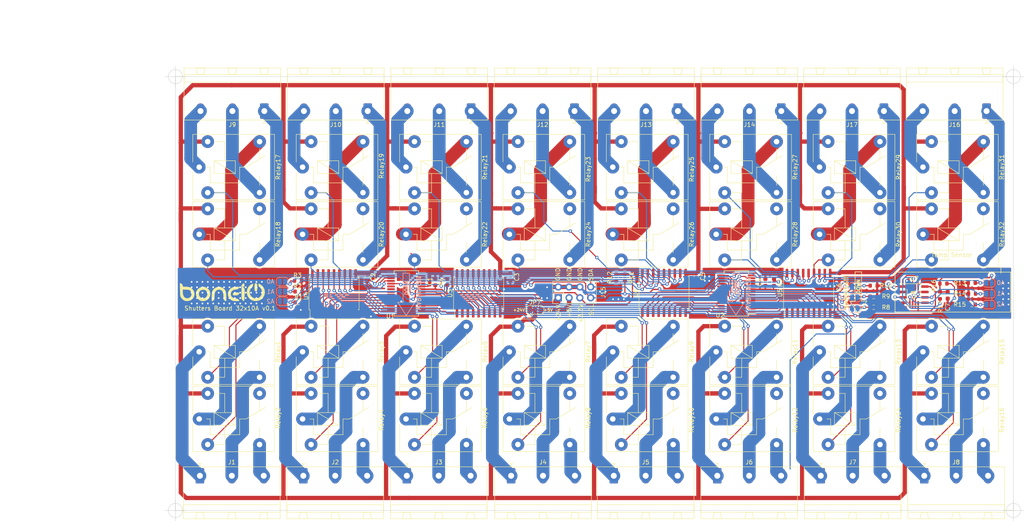
<source format=kicad_pcb>
(kicad_pcb (version 20171130) (host pcbnew "(5.1.12)-1")
  (title_block (title "relay board 32x5A") (rev 0.1))
  (layers (0 F.Cu signal) (31 B.Cu signal) (34 B.Paste user) (35 F.Paste user) (36 B.SilkS user) (37 F.SilkS user) (38 B.Mask user) (39 F.Mask user) (44 Edge.Cuts user))
  (net 0 "")
  (net 1 GND)
  (net 2 +3V3)
  (net 3 SDA)
  (net 4 SCL)
  (net 5 RELAY1)
  (net 6 RELAY2)
  (net 7 RELAY3)
  (net 8 RELAY4)
  (net 9 RELAY5)
  (net 10 RELAY6)
  (net 11 RELAY7)
  (net 12 RELAY8)
  (net 13 +24V)
  (net 14 +5V)
  (net 15 "Net-(U1-Pad28)")
  (net 16 "Net-(U1-Pad27)")
  (net 17 "Net-(U1-Pad26)")
  (net 18 "Net-(U1-Pad25)")
  (net 19 "Net-(U1-Pad24)")
  (net 20 "Net-(U1-Pad23)")
  (net 21 "Net-(U1-Pad22)")
  (net 22 "Net-(U1-Pad21)")
  (net 23 "Net-(U1-Pad20)")
  (net 24 "Net-(U1-Pad19)")
  (net 25 "Net-(U1-Pad14)")
  (net 26 "Net-(U1-Pad11)")
  (net 27 "Net-(U1-Pad8)")
  (net 28 "Net-(U1-Pad7)")
  (net 29 "Net-(U1-Pad6)")
  (net 30 "Net-(U1-Pad5)")
  (net 31 "Net-(U1-Pad4)")
  (net 32 "Net-(U1-Pad3)")
  (net 33 "Net-(U1-Pad2)")
  (net 34 "Net-(U1-Pad1)")
  (net 35 "Net-(J2-Pad2)")
  (net 36 "Net-(J2-Pad1)")
  (net 37 "Net-(J2-Pad3)")
  (net 38 "Net-(J3-Pad1)")
  (net 39 "Net-(J3-Pad2)")
  (net 40 "Net-(J3-Pad3)")
  (net 41 "Net-(J1-Pad1)")
  (net 42 "Net-(J1-Pad2)")
  (net 43 "Net-(J1-Pad3)")
  (net 44 "Net-(J4-Pad3)")
  (net 45 "Net-(J4-Pad2)")
  (net 46 "Net-(J4-Pad1)")
  (net 47 "Net-(J5-Pad1)")
  (net 48 "Net-(J5-Pad2)")
  (net 49 "Net-(J5-Pad3)")
  (net 50 "Net-(J6-Pad1)")
  (net 51 "Net-(J6-Pad2)")
  (net 52 "Net-(J6-Pad3)")
  (net 53 "Net-(J7-Pad3)")
  (net 54 "Net-(J7-Pad2)")
  (net 55 "Net-(J7-Pad1)")
  (net 56 "Net-(J8-Pad1)")
  (net 57 "Net-(J8-Pad2)")
  (net 58 "Net-(J8-Pad3)")
  (net 59 "Net-(J9-Pad3)")
  (net 60 "Net-(J9-Pad2)")
  (net 61 "Net-(J9-Pad1)")
  (net 62 "Net-(J10-Pad1)")
  (net 63 "Net-(J10-Pad2)")
  (net 64 "Net-(J10-Pad3)")
  (net 65 "Net-(J11-Pad3)")
  (net 66 "Net-(J11-Pad2)")
  (net 67 "Net-(J11-Pad1)")
  (net 68 "Net-(J13-Pad3)")
  (net 69 "Net-(J13-Pad2)")
  (net 70 "Net-(J13-Pad1)")
  (net 71 "Net-(J14-Pad3)")
  (net 72 "Net-(J14-Pad2)")
  (net 73 "Net-(J14-Pad1)")
  (net 74 "Net-(J16-Pad3)")
  (net 75 "Net-(J16-Pad2)")
  (net 76 "Net-(J16-Pad1)")
  (net 77 RELAY9)
  (net 78 RELAY10)
  (net 79 RELAY11)
  (net 80 RELAY12)
  (net 81 RELAY13)
  (net 82 RELAY14)
  (net 83 RELAY15)
  (net 84 RELAY16)
  (net 85 RELAY24)
  (net 86 RELAY23)
  (net 87 RELAY22)
  (net 88 RELAY21)
  (net 89 RELAY20)
  (net 90 RELAY19)
  (net 91 RELAY18)
  (net 92 RELAY17)
  (net 93 RELAY25)
  (net 94 RELAY26)
  (net 95 RELAY27)
  (net 96 RELAY28)
  (net 97 RELAY29)
  (net 98 RELAY30)
  (net 99 RELAY31)
  (net 100 RELAY32)
  (net 101 VCC)
  (net 102 "Net-(JP2-Pad2)")
  (net 103 "Net-(JP3-Pad2)")
  (net 104 "Net-(JP4-Pad2)")
  (net 105 "Net-(JP5-Pad2)")
  (net 106 "Net-(JP6-Pad2)")
  (net 107 "Net-(JP8-Pad2)")
  (net 108 "Net-(JP9-Pad2)")
  (net 109 "Net-(JP10-Pad2)")
  (net 110 "Net-(JP1-Pad2)")
  (net 111 "Net-(J12-Pad3)")
  (net 112 "Net-(J12-Pad2)")
  (net 113 "Net-(J12-Pad1)")
  (net 114 "Net-(U2-Pad28)")
  (net 115 "Net-(U2-Pad27)")
  (net 116 "Net-(U2-Pad26)")
  (net 117 "Net-(U2-Pad25)")
  (net 118 "Net-(U2-Pad24)")
  (net 119 "Net-(U2-Pad23)")
  (net 120 "Net-(U2-Pad22)")
  (net 121 "Net-(U2-Pad21)")
  (net 122 "Net-(U2-Pad20)")
  (net 123 "Net-(U2-Pad19)")
  (net 124 "Net-(U2-Pad14)")
  (net 125 "Net-(U2-Pad11)")
  (net 126 "Net-(U2-Pad8)")
  (net 127 "Net-(U2-Pad7)")
  (net 128 "Net-(U2-Pad6)")
  (net 129 "Net-(U2-Pad5)")
  (net 130 "Net-(U2-Pad4)")
  (net 131 "Net-(U2-Pad3)")
  (net 132 "Net-(U2-Pad2)")
  (net 133 "Net-(U2-Pad1)")
  (net 134 "Net-(J17-Pad3)")
  (net 135 "Net-(J17-Pad2)")
  (net 136 "Net-(J17-Pad1)")
  (net 137 "Net-(R16-Pad2)")
  (net 138 "Net-(R17-Pad2)")
  (net 139 "Net-(Relay1-Pad12)")
  (net 140 "Net-(Relay2-Pad12)")
  (net 141 "Net-(Relay3-Pad12)")
  (net 142 "Net-(Relay4-Pad12)")
  (net 143 "Net-(Relay13-Pad12)")
  (net 144 "Net-(Relay8-Pad12)")
  (net 145 "Net-(Relay12-Pad12)")
  (net 146 "Net-(Relay5-Pad12)")
  (net 147 "Net-(Relay6-Pad12)")
  (net 148 "Net-(Relay7-Pad12)")
  (net 149 "Net-(Relay10-Pad11)")
  (net 150 "Net-(Relay10-Pad12)")
  (net 151 "Net-(Relay11-Pad12)")
  (net 152 "Net-(Relay14-Pad12)")
  (net 153 "Net-(Relay15-Pad12)")
  (net 154 "Net-(Relay16-Pad12)")
  (net 155 "Net-(Relay17-Pad12)")
  (net 156 "Net-(Relay18-Pad12)")
  (net 157 "Net-(Relay19-Pad12)")
  (net 158 "Net-(Relay20-Pad12)")
  (net 159 "Net-(Relay21-Pad12)")
  (net 160 "Net-(Relay22-Pad12)")
  (net 161 "Net-(Relay23-Pad12)")
  (net 162 "Net-(Relay24-Pad12)")
  (net 163 "Net-(Relay25-Pad12)")
  (net 164 "Net-(Relay26-Pad12)")
  (net 165 "Net-(Relay27-Pad12)")
  (net 166 "Net-(Relay28-Pad12)")
  (net 167 "Net-(Relay29-Pad12)")
  (net 168 "Net-(Relay30-Pad12)")
  (net 169 "Net-(Relay31-Pad12)")
  (net 170 "Net-(Relay32-Pad12)")
  (net 171 "Net-(R4-Pad1)")
  (net 172 "Net-(R7-Pad1)")
  (module Relay_THT:Relay_SPDT_Finder_36.11 (layer F.Cu) (at 366.64618 297.8)
    (fp_text reference Relay24 (at 18.542 0 90) (layer F.SilkS))
    (fp_text value FINDER-36.11)
    (pad 11 thru_hole circle (at 0 0) (size 3 3) (drill 1.3) (layers *.Cu *.Mask) (net 161 "Net-(Relay23-Pad12)"))
    (pad A2 thru_hole circle (at 2 -6) (size 3 3) (drill 1.3) (layers *.Cu *.Mask) (net 101 VCC))
    (pad 12 thru_hole circle (at 14.2 -6) (size 3 3) (drill 1.3) (layers *.Cu *.Mask) (net 162 "Net-(Relay24-Pad12)"))
    (pad 14 thru_hole circle (at 14.2 6) (size 3 3) (drill 1.3) (layers *.Cu *.Mask) (net 113 "Net-(J12-Pad1)"))
    (pad A1 thru_hole circle (at 2 6) (size 3 3) (drill 1.3) (layers *.Cu *.Mask) (net 85 RELAY24))
  )
  (module Capacitor_SMD:C_0603_1608Metric (layer F.Cu) (at 410.568 307.698 90)
    (fp_text reference C5 (at 0 1.524 90) (layer F.SilkS))
    (fp_text value 100nF)
    (pad 1 smd roundrect (at -0.7875 0 90) (size 0.875 0.95) (layers F.Cu F.Paste F.Mask) (net 1 GND))
    (pad 2 smd roundrect (at 0.7875 0 90) (size 0.875 0.95) (layers F.Cu F.Paste F.Mask) (net 101 VCC))
  )
  (module Package_SO:SSOP-28_5.3x10.2mm_P0.65mm (layer F.Cu) (at 419.9914 311.6858 180)
    (fp_text reference U2 (at 3.8354 -5.1562) (layer F.SilkS))
    (fp_text value MCP23017_SS)
    (pad 28 smd rect (at 3.6 -4.225 180) (size 1.75 0.45) (layers F.Cu F.Paste F.Mask) (net 114 "Net-(U2-Pad28)"))
    (pad 27 smd rect (at 3.6 -3.575 180) (size 1.75 0.45) (layers F.Cu F.Paste F.Mask) (net 115 "Net-(U2-Pad27)"))
    (pad 26 smd rect (at 3.6 -2.925 180) (size 1.75 0.45) (layers F.Cu F.Paste F.Mask) (net 116 "Net-(U2-Pad26)"))
    (pad 25 smd rect (at 3.6 -2.275 180) (size 1.75 0.45) (layers F.Cu F.Paste F.Mask) (net 117 "Net-(U2-Pad25)"))
    (pad 24 smd rect (at 3.6 -1.625 180) (size 1.75 0.45) (layers F.Cu F.Paste F.Mask) (net 118 "Net-(U2-Pad24)"))
    (pad 23 smd rect (at 3.6 -0.975 180) (size 1.75 0.45) (layers F.Cu F.Paste F.Mask) (net 119 "Net-(U2-Pad23)"))
    (pad 22 smd rect (at 3.6 -0.325 180) (size 1.75 0.45) (layers F.Cu F.Paste F.Mask) (net 120 "Net-(U2-Pad22)"))
    (pad 21 smd rect (at 3.6 0.325 180) (size 1.75 0.45) (layers F.Cu F.Paste F.Mask) (net 121 "Net-(U2-Pad21)"))
    (pad 20 smd rect (at 3.6 0.975 180) (size 1.75 0.45) (layers F.Cu F.Paste F.Mask) (net 122 "Net-(U2-Pad20)"))
    (pad 19 smd rect (at 3.6 1.625 180) (size 1.75 0.45) (layers F.Cu F.Paste F.Mask) (net 123 "Net-(U2-Pad19)"))
    (pad 18 smd rect (at 3.6 2.275 180) (size 1.75 0.45) (layers F.Cu F.Paste F.Mask) (net 172 "Net-(R7-Pad1)"))
    (pad 17 smd rect (at 3.6 2.925 180) (size 1.75 0.45) (layers F.Cu F.Paste F.Mask) (net 104 "Net-(JP4-Pad2)"))
    (pad 16 smd rect (at 3.6 3.575 180) (size 1.75 0.45) (layers F.Cu F.Paste F.Mask) (net 105 "Net-(JP5-Pad2)"))
    (pad 15 smd rect (at 3.6 4.225 180) (size 1.75 0.45) (layers F.Cu F.Paste F.Mask) (net 106 "Net-(JP6-Pad2)"))
    (pad 14 smd rect (at -3.6 4.225 180) (size 1.75 0.45) (layers F.Cu F.Paste F.Mask) (net 124 "Net-(U2-Pad14)"))
    (pad 13 smd rect (at -3.6 3.575 180) (size 1.75 0.45) (layers F.Cu F.Paste F.Mask) (net 3 SDA))
    (pad 12 smd rect (at -3.6 2.925 180) (size 1.75 0.45) (layers F.Cu F.Paste F.Mask) (net 4 SCL))
    (pad 11 smd rect (at -3.6 2.275 180) (size 1.75 0.45) (layers F.Cu F.Paste F.Mask) (net 125 "Net-(U2-Pad11)"))
    (pad 10 smd rect (at -3.6 1.625 180) (size 1.75 0.45) (layers F.Cu F.Paste F.Mask) (net 1 GND))
    (pad 9 smd rect (at -3.6 0.975 180) (size 1.75 0.45) (layers F.Cu F.Paste F.Mask) (net 2 +3V3))
    (pad 8 smd rect (at -3.6 0.325 180) (size 1.75 0.45) (layers F.Cu F.Paste F.Mask) (net 126 "Net-(U2-Pad8)"))
    (pad 7 smd rect (at -3.6 -0.325 180) (size 1.75 0.45) (layers F.Cu F.Paste F.Mask) (net 127 "Net-(U2-Pad7)"))
    (pad 6 smd rect (at -3.6 -0.975 180) (size 1.75 0.45) (layers F.Cu F.Paste F.Mask) (net 128 "Net-(U2-Pad6)"))
    (pad 5 smd rect (at -3.6 -1.625 180) (size 1.75 0.45) (layers F.Cu F.Paste F.Mask) (net 129 "Net-(U2-Pad5)"))
    (pad 4 smd rect (at -3.6 -2.275 180) (size 1.75 0.45) (layers F.Cu F.Paste F.Mask) (net 130 "Net-(U2-Pad4)"))
    (pad 3 smd rect (at -3.6 -2.925 180) (size 1.75 0.45) (layers F.Cu F.Paste F.Mask) (net 131 "Net-(U2-Pad3)"))
    (pad 2 smd rect (at -3.6 -3.575 180) (size 1.75 0.45) (layers F.Cu F.Paste F.Mask) (net 132 "Net-(U2-Pad2)"))
    (pad 1 smd rect (at -3.6 -4.225 180) (size 1.75 0.45) (layers F.Cu F.Paste F.Mask) (net 133 "Net-(U2-Pad1)"))
  )
  (module Package_SO:SOIC-18W_7.5x11.6mm_P1.27mm (layer F.Cu) (at 359.4124 311.6604 90)
    (fp_text reference U3 (at 0 -6.72 90) (layer F.SilkS))
    (fp_text value ULN2803A)
    (pad 18 smd roundrect (at 4.65 -5.08 90) (size 2.05 0.6) (layers F.Cu F.Paste F.Mask) (net 77 RELAY9))
    (pad 17 smd roundrect (at 4.65 -3.81 90) (size 2.05 0.6) (layers F.Cu F.Paste F.Mask) (net 78 RELAY10))
    (pad 16 smd roundrect (at 4.65 -2.54 90) (size 2.05 0.6) (layers F.Cu F.Paste F.Mask) (net 79 RELAY11))
    (pad 15 smd roundrect (at 4.65 -1.27 90) (size 2.05 0.6) (layers F.Cu F.Paste F.Mask) (net 80 RELAY12))
    (pad 14 smd roundrect (at 4.65 0 90) (size 2.05 0.6) (layers F.Cu F.Paste F.Mask) (net 81 RELAY13))
    (pad 13 smd roundrect (at 4.65 1.27 90) (size 2.05 0.6) (layers F.Cu F.Paste F.Mask) (net 82 RELAY14))
    (pad 12 smd roundrect (at 4.65 2.54 90) (size 2.05 0.6) (layers F.Cu F.Paste F.Mask) (net 83 RELAY15))
    (pad 11 smd roundrect (at 4.65 3.81 90) (size 2.05 0.6) (layers F.Cu F.Paste F.Mask) (net 84 RELAY16))
    (pad 10 smd roundrect (at 4.65 5.08 90) (size 2.05 0.6) (layers F.Cu F.Paste F.Mask) (net 101 VCC))
    (pad 9 smd roundrect (at -4.65 5.08 90) (size 2.05 0.6) (layers F.Cu F.Paste F.Mask) (net 1 GND))
    (pad 8 smd roundrect (at -4.65 3.81 90) (size 2.05 0.6) (layers F.Cu F.Paste F.Mask) (net 27 "Net-(U1-Pad8)"))
    (pad 7 smd roundrect (at -4.65 2.54 90) (size 2.05 0.6) (layers F.Cu F.Paste F.Mask) (net 28 "Net-(U1-Pad7)"))
    (pad 6 smd roundrect (at -4.65 1.27 90) (size 2.05 0.6) (layers F.Cu F.Paste F.Mask) (net 29 "Net-(U1-Pad6)"))
    (pad 5 smd roundrect (at -4.65 0 90) (size 2.05 0.6) (layers F.Cu F.Paste F.Mask) (net 30 "Net-(U1-Pad5)"))
    (pad 4 smd roundrect (at -4.65 -1.27 90) (size 2.05 0.6) (layers F.Cu F.Paste F.Mask) (net 31 "Net-(U1-Pad4)"))
    (pad 3 smd roundrect (at -4.65 -2.54 90) (size 2.05 0.6) (layers F.Cu F.Paste F.Mask) (net 32 "Net-(U1-Pad3)"))
    (pad 2 smd roundrect (at -4.65 -3.81 90) (size 2.05 0.6) (layers F.Cu F.Paste F.Mask) (net 33 "Net-(U1-Pad2)"))
    (pad 1 smd roundrect (at -4.65 -5.08 90) (size 2.05 0.6) (layers F.Cu F.Paste F.Mask) (net 34 "Net-(U1-Pad1)"))
  )
  (module Relay_THT:Relay_SPDT_Finder_36.11 (layer F.Cu) (at 366.64618 341.2)
    (fp_text reference Relay8 (at 18.542 -0.254 90) (layer F.SilkS))
    (fp_text value FINDER-36.11)
    (pad 11 thru_hole circle (at 0 0) (size 3 3) (drill 1.3) (layers *.Cu *.Mask) (net 148 "Net-(Relay7-Pad12)"))
    (pad A2 thru_hole circle (at 2 -6) (size 3 3) (drill 1.3) (layers *.Cu *.Mask) (net 101 VCC))
    (pad 12 thru_hole circle (at 14.2 -6) (size 3 3) (drill 1.3) (layers *.Cu *.Mask) (net 144 "Net-(Relay8-Pad12)"))
    (pad 14 thru_hole circle (at 14.2 6) (size 3 3) (drill 1.3) (layers *.Cu *.Mask) (net 44 "Net-(J4-Pad3)"))
    (pad A1 thru_hole circle (at 2 6) (size 3 3) (drill 1.3) (layers *.Cu *.Mask) (net 12 RELAY8))
  )
  (module Relay_THT:Relay_SPDT_Finder_36.11 (layer F.Cu) (at 342.34012 297.8)
    (fp_text reference Relay22 (at 18.542 0 90) (layer F.SilkS))
    (fp_text value FINDER-36.11)
    (pad 11 thru_hole circle (at 0 0) (size 3 3) (drill 1.3) (layers *.Cu *.Mask) (net 159 "Net-(Relay21-Pad12)"))
    (pad A2 thru_hole circle (at 2 -6) (size 3 3) (drill 1.3) (layers *.Cu *.Mask) (net 101 VCC))
    (pad 12 thru_hole circle (at 14.2 -6) (size 3 3) (drill 1.3) (layers *.Cu *.Mask) (net 160 "Net-(Relay22-Pad12)"))
    (pad 14 thru_hole circle (at 14.2 6) (size 3 3) (drill 1.3) (layers *.Cu *.Mask) (net 67 "Net-(J11-Pad1)"))
    (pad A1 thru_hole circle (at 2 6) (size 3 3) (drill 1.3) (layers *.Cu *.Mask) (net 87 RELAY22))
  )
  (module Relay_THT:Relay_SPDT_Finder_36.11 (layer F.Cu) (at 318.03406 341.2)
    (fp_text reference Relay4 (at 18.542 0.254 90) (layer F.SilkS))
    (fp_text value FINDER-36.11)
    (pad 11 thru_hole circle (at 0 0) (size 3 3) (drill 1.3) (layers *.Cu *.Mask) (net 141 "Net-(Relay3-Pad12)"))
    (pad A2 thru_hole circle (at 2 -6) (size 3 3) (drill 1.3) (layers *.Cu *.Mask) (net 101 VCC))
    (pad 12 thru_hole circle (at 14.2 -6) (size 3 3) (drill 1.3) (layers *.Cu *.Mask) (net 142 "Net-(Relay4-Pad12)"))
    (pad 14 thru_hole circle (at 14.2 6) (size 3 3) (drill 1.3) (layers *.Cu *.Mask) (net 37 "Net-(J2-Pad3)"))
    (pad A1 thru_hole circle (at 2 6) (size 3 3) (drill 1.3) (layers *.Cu *.Mask) (net 8 RELAY4))
  )
  (module Connector_PinHeader_2.54mm:PinHeader_2x04_P2.54mm_Vertical (layer F.Cu) (at 378.14 312.708 90)
    (fp_text reference J15 (at 1.27 10.584 90) (layer F.SilkS))
    (fp_text value Conn_02x04_Odd_Even)
    (pad 8 thru_hole oval (at 2.54 7.62 90) (size 1.7 1.7) (drill 1) (layers *.Cu *.Mask) (net 3 SDA))
    (pad 7 thru_hole oval (at 0 7.62 90) (size 1.7 1.7) (drill 1) (layers *.Cu *.Mask) (net 4 SCL))
    (pad 6 thru_hole oval (at 2.54 5.08 90) (size 1.7 1.7) (drill 1) (layers *.Cu *.Mask) (net 1 GND))
    (pad 5 thru_hole oval (at 0 5.08 90) (size 1.7 1.7) (drill 1) (layers *.Cu *.Mask) (net 2 +3V3))
    (pad 4 thru_hole oval (at 2.54 2.54 90) (size 1.7 1.7) (drill 1) (layers *.Cu *.Mask) (net 1 GND))
    (pad 3 thru_hole oval (at 0 2.54 90) (size 1.7 1.7) (drill 1) (layers *.Cu *.Mask) (net 14 +5V))
    (pad 2 thru_hole oval (at 2.54 0 90) (size 1.7 1.7) (drill 1) (layers *.Cu *.Mask) (net 1 GND))
    (pad 1 thru_hole rect (at 0 0 90) (size 1.7 1.7) (drill 1) (layers *.Cu *.Mask) (net 13 +24V))
  )
  (module Relay_THT:Relay_SPDT_Finder_36.11 (layer F.Cu) (at 390.95224 341.2)
    (fp_text reference Relay10 (at 18.542 0.254 90) (layer F.SilkS))
    (fp_text value FINDER-36.11)
    (pad 11 thru_hole circle (at 0 0) (size 3 3) (drill 1.3) (layers *.Cu *.Mask) (net 149 "Net-(Relay10-Pad11)"))
    (pad A2 thru_hole circle (at 2 -6) (size 3 3) (drill 1.3) (layers *.Cu *.Mask) (net 101 VCC))
    (pad 12 thru_hole circle (at 14.2 -6) (size 3 3) (drill 1.3) (layers *.Cu *.Mask) (net 150 "Net-(Relay10-Pad12)"))
    (pad 14 thru_hole circle (at 14.2 6) (size 3 3) (drill 1.3) (layers *.Cu *.Mask) (net 49 "Net-(J5-Pad3)"))
    (pad A1 thru_hole circle (at 2 6) (size 3 3) (drill 1.3) (layers *.Cu *.Mask) (net 78 RELAY10))
  )
  (module Connector_Phoenix_GMSTB:PhoenixContact_GMSTBA_2,5_3-G_1x03_P7.50mm_Horizontal (layer F.Cu) (at 391.188744 354.5544)
    (fp_text reference J5 (at 7.5 -3.2) (layer F.SilkS))
    (fp_text value Screw_Terminal_01x03)
    (pad 3 thru_hole oval (at 15 0) (size 2 3.6) (drill 1.4) (layers *.Cu *.Mask) (net 49 "Net-(J5-Pad3)"))
    (pad 2 thru_hole oval (at 7.5 0) (size 2 3.6) (drill 1.4) (layers *.Cu *.Mask) (net 48 "Net-(J5-Pad2)"))
    (pad 1 thru_hole roundrect (at 0 0) (size 2 3.6) (drill 1.4) (layers *.Cu *.Mask) (roundrect_rratio 0.125) (net 47 "Net-(J5-Pad1)"))
  )
  (module Relay_THT:Relay_SPDT_Finder_36.11 (layer F.Cu) (at 390.95224 325.4)
    (fp_text reference Relay9 (at 18.542 0 90) (layer F.SilkS))
    (fp_text value FINDER-36.11)
    (pad 11 thru_hole circle (at 0 0) (size 3 3) (drill 1.3) (layers *.Cu *.Mask) (net 47 "Net-(J5-Pad1)"))
    (pad A2 thru_hole circle (at 2 -6) (size 3 3) (drill 1.3) (layers *.Cu *.Mask) (net 101 VCC))
    (pad 12 thru_hole circle (at 14.2 -6) (size 3 3) (drill 1.3) (layers *.Cu *.Mask) (net 149 "Net-(Relay10-Pad11)"))
    (pad 14 thru_hole circle (at 14.2 6) (size 3 3) (drill 1.3) (layers *.Cu *.Mask) (net 48 "Net-(J5-Pad2)"))
    (pad A1 thru_hole circle (at 2 6) (size 3 3) (drill 1.3) (layers *.Cu *.Mask) (net 77 RELAY9))
  )
  (module Connector_Phoenix_GMSTB:PhoenixContact_GMSTBA_2,5_3-G_1x03_P7.50mm_Horizontal (layer F.Cu) (at 367.05606 354.5544)
    (fp_text reference J4 (at 7.5 -3.2) (layer F.SilkS))
    (fp_text value Screw_Terminal_01x03)
    (pad 3 thru_hole oval (at 15 0) (size 2 3.6) (drill 1.4) (layers *.Cu *.Mask) (net 44 "Net-(J4-Pad3)"))
    (pad 2 thru_hole oval (at 7.5 0) (size 2 3.6) (drill 1.4) (layers *.Cu *.Mask) (net 45 "Net-(J4-Pad2)"))
    (pad 1 thru_hole roundrect (at 0 0) (size 2 3.6) (drill 1.4) (layers *.Cu *.Mask) (roundrect_rratio 0.125) (net 46 "Net-(J4-Pad1)"))
  )
  (module Relay_THT:Relay_SPDT_Finder_36.11 (layer F.Cu) (at 366.64618 325.4)
    (fp_text reference Relay7 (at 18.542 0 90) (layer F.SilkS))
    (fp_text value FINDER-36.11)
    (pad 11 thru_hole circle (at 0 0) (size 3 3) (drill 1.3) (layers *.Cu *.Mask) (net 46 "Net-(J4-Pad1)"))
    (pad A2 thru_hole circle (at 2 -6) (size 3 3) (drill 1.3) (layers *.Cu *.Mask) (net 101 VCC))
    (pad 12 thru_hole circle (at 14.2 -6) (size 3 3) (drill 1.3) (layers *.Cu *.Mask) (net 148 "Net-(Relay7-Pad12)"))
    (pad 14 thru_hole circle (at 14.2 6) (size 3 3) (drill 1.3) (layers *.Cu *.Mask) (net 45 "Net-(J4-Pad2)"))
    (pad A1 thru_hole circle (at 2 6) (size 3 3) (drill 1.3) (layers *.Cu *.Mask) (net 11 RELAY7))
  )
  (module Relay_THT:Relay_SPDT_Finder_36.11 (layer F.Cu) (at 318.03406 325.4)
    (fp_text reference Relay3 (at 18.542 0 90) (layer F.SilkS))
    (fp_text value FINDER-36.11)
    (pad 11 thru_hole circle (at 0 0) (size 3 3) (drill 1.3) (layers *.Cu *.Mask) (net 36 "Net-(J2-Pad1)"))
    (pad A2 thru_hole circle (at 2 -6) (size 3 3) (drill 1.3) (layers *.Cu *.Mask) (net 101 VCC))
    (pad 12 thru_hole circle (at 14.2 -6) (size 3 3) (drill 1.3) (layers *.Cu *.Mask) (net 141 "Net-(Relay3-Pad12)"))
    (pad 14 thru_hole circle (at 14.2 6) (size 3 3) (drill 1.3) (layers *.Cu *.Mask) (net 35 "Net-(J2-Pad2)"))
    (pad A1 thru_hole circle (at 2 6) (size 3 3) (drill 1.3) (layers *.Cu *.Mask) (net 7 RELAY3))
  )
  (module Relay_THT:Relay_SPDT_Finder_36.11 (layer F.Cu) (at 318.03406 297.8)
    (fp_text reference Relay20 (at 18.542 0 90) (layer F.SilkS))
    (fp_text value FINDER-36.11)
    (pad 11 thru_hole circle (at 0 0) (size 3 3) (drill 1.3) (layers *.Cu *.Mask) (net 157 "Net-(Relay19-Pad12)"))
    (pad A2 thru_hole circle (at 2 -6) (size 3 3) (drill 1.3) (layers *.Cu *.Mask) (net 101 VCC))
    (pad 12 thru_hole circle (at 14.2 -6) (size 3 3) (drill 1.3) (layers *.Cu *.Mask) (net 158 "Net-(Relay20-Pad12)"))
    (pad 14 thru_hole circle (at 14.2 6) (size 3 3) (drill 1.3) (layers *.Cu *.Mask) (net 62 "Net-(J10-Pad1)"))
    (pad A1 thru_hole circle (at 2 6) (size 3 3) (drill 1.3) (layers *.Cu *.Mask) (net 89 RELAY20))
  )
  (module Relay_THT:Relay_SPDT_Finder_36.11 (layer F.Cu) (at 318.03406 282)
    (fp_text reference Relay19 (at 18.542 -0.254 90) (layer F.SilkS))
    (fp_text value FINDER-36.11)
    (pad 11 thru_hole circle (at 0 0) (size 3 3) (drill 1.3) (layers *.Cu *.Mask) (net 64 "Net-(J10-Pad3)"))
    (pad A2 thru_hole circle (at 2 -6) (size 3 3) (drill 1.3) (layers *.Cu *.Mask) (net 101 VCC))
    (pad 12 thru_hole circle (at 14.2 -6) (size 3 3) (drill 1.3) (layers *.Cu *.Mask) (net 157 "Net-(Relay19-Pad12)"))
    (pad 14 thru_hole circle (at 14.2 6) (size 3 3) (drill 1.3) (layers *.Cu *.Mask) (net 63 "Net-(J10-Pad2)"))
    (pad A1 thru_hole circle (at 2 6) (size 3 3) (drill 1.3) (layers *.Cu *.Mask) (net 90 RELAY19))
  )
  (module Relay_THT:Relay_SPDT_Finder_36.11 (layer F.Cu) (at 293.728 325.4)
    (fp_text reference Relay1 (at 18.542 0 90) (layer F.SilkS))
    (fp_text value FINDER-36.11)
    (pad 11 thru_hole circle (at 0 0) (size 3 3) (drill 1.3) (layers *.Cu *.Mask) (net 41 "Net-(J1-Pad1)"))
    (pad A2 thru_hole circle (at 2 -6) (size 3 3) (drill 1.3) (layers *.Cu *.Mask) (net 101 VCC))
    (pad 12 thru_hole circle (at 14.2 -6) (size 3 3) (drill 1.3) (layers *.Cu *.Mask) (net 139 "Net-(Relay1-Pad12)"))
    (pad 14 thru_hole circle (at 14.2 6) (size 3 3) (drill 1.3) (layers *.Cu *.Mask) (net 42 "Net-(J1-Pad2)"))
    (pad A1 thru_hole circle (at 2 6) (size 3 3) (drill 1.3) (layers *.Cu *.Mask) (net 5 RELAY1))
  )
  (module Resistor_SMD:R_0603_1608Metric (layer F.Cu) (at 391.772 307.952 90)
    (fp_text reference R12 (at 0 -1.524 90) (layer F.SilkS))
    (fp_text value 4.7k)
    (pad 2 smd roundrect (at 0.825 0 90) (size 0.8 0.95) (layers F.Cu F.Paste F.Mask) (net 2 +3V3))
    (pad 1 smd roundrect (at -0.825 0 90) (size 0.8 0.95) (layers F.Cu F.Paste F.Mask) (net 3 SDA))
  )
  (module Resistor_SMD:R_0603_1608Metric (layer F.Cu) (at 428.856 309.095 270)
    (fp_text reference R7 (at 0.127 -1.524 90) (layer F.SilkS))
    (fp_text value 4.7k)
    (pad 1 smd roundrect (at -0.7875 0 270) (size 0.875 0.95) (layers F.Cu F.Paste F.Mask) (net 172 "Net-(R7-Pad1)"))
    (pad 2 smd roundrect (at 0.7875 0 270) (size 0.875 0.95) (layers F.Cu F.Paste F.Mask) (net 2 +3V3))
  )
  (module Relay_THT:Relay_SPDT_Finder_36.11 (layer F.Cu) (at 293.728 297.8)
    (fp_text reference Relay18 (at 18.542 0 90) (layer F.SilkS))
    (fp_text value FINDER-36.11)
    (pad 11 thru_hole circle (at 0 0) (size 3 3) (drill 1.3) (layers *.Cu *.Mask) (net 155 "Net-(Relay17-Pad12)"))
    (pad A2 thru_hole circle (at 2 -6) (size 3 3) (drill 1.3) (layers *.Cu *.Mask) (net 101 VCC))
    (pad 12 thru_hole circle (at 14.2 -6) (size 3 3) (drill 1.3) (layers *.Cu *.Mask) (net 156 "Net-(Relay18-Pad12)"))
    (pad 14 thru_hole circle (at 14.2 6) (size 3 3) (drill 1.3) (layers *.Cu *.Mask) (net 61 "Net-(J9-Pad1)"))
    (pad A1 thru_hole circle (at 2 6) (size 3 3) (drill 1.3) (layers *.Cu *.Mask) (net 91 RELAY18))
  )
  (module Package_SO:SOIC-18W_7.5x11.6mm_P1.27mm (layer F.Cu) (at 402.9988 311.5588 90)
    (fp_text reference U6 (at 0 -6.72 90) (layer F.SilkS))
    (fp_text value ULN2803A)
    (pad 18 smd roundrect (at 4.65 -5.08 90) (size 2.05 0.6) (layers F.Cu F.Paste F.Mask) (net 92 RELAY17))
    (pad 17 smd roundrect (at 4.65 -3.81 90) (size 2.05 0.6) (layers F.Cu F.Paste F.Mask) (net 91 RELAY18))
    (pad 16 smd roundrect (at 4.65 -2.54 90) (size 2.05 0.6) (layers F.Cu F.Paste F.Mask) (net 90 RELAY19))
    (pad 15 smd roundrect (at 4.65 -1.27 90) (size 2.05 0.6) (layers F.Cu F.Paste F.Mask) (net 89 RELAY20))
    (pad 14 smd roundrect (at 4.65 0 90) (size 2.05 0.6) (layers F.Cu F.Paste F.Mask) (net 88 RELAY21))
    (pad 13 smd roundrect (at 4.65 1.27 90) (size 2.05 0.6) (layers F.Cu F.Paste F.Mask) (net 87 RELAY22))
    (pad 12 smd roundrect (at 4.65 2.54 90) (size 2.05 0.6) (layers F.Cu F.Paste F.Mask) (net 86 RELAY23))
    (pad 11 smd roundrect (at 4.65 3.81 90) (size 2.05 0.6) (layers F.Cu F.Paste F.Mask) (net 85 RELAY24))
    (pad 10 smd roundrect (at 4.65 5.08 90) (size 2.05 0.6) (layers F.Cu F.Paste F.Mask) (net 101 VCC))
    (pad 9 smd roundrect (at -4.65 5.08 90) (size 2.05 0.6) (layers F.Cu F.Paste F.Mask) (net 1 GND))
    (pad 8 smd roundrect (at -4.65 3.81 90) (size 2.05 0.6) (layers F.Cu F.Paste F.Mask) (net 114 "Net-(U2-Pad28)"))
    (pad 7 smd roundrect (at -4.65 2.54 90) (size 2.05 0.6) (layers F.Cu F.Paste F.Mask) (net 115 "Net-(U2-Pad27)"))
    (pad 6 smd roundrect (at -4.65 1.27 90) (size 2.05 0.6) (layers F.Cu F.Paste F.Mask) (net 116 "Net-(U2-Pad26)"))
    (pad 5 smd roundrect (at -4.65 0 90) (size 2.05 0.6) (layers F.Cu F.Paste F.Mask) (net 117 "Net-(U2-Pad25)"))
    (pad 4 smd roundrect (at -4.65 -1.27 90) (size 2.05 0.6) (layers F.Cu F.Paste F.Mask) (net 118 "Net-(U2-Pad24)"))
    (pad 3 smd roundrect (at -4.65 -2.54 90) (size 2.05 0.6) (layers F.Cu F.Paste F.Mask) (net 119 "Net-(U2-Pad23)"))
    (pad 2 smd roundrect (at -4.65 -3.81 90) (size 2.05 0.6) (layers F.Cu F.Paste F.Mask) (net 120 "Net-(U2-Pad22)"))
    (pad 1 smd roundrect (at -4.65 -5.08 90) (size 2.05 0.6) (layers F.Cu F.Paste F.Mask) (net 121 "Net-(U2-Pad21)"))
  )
  (module Resistor_SMD:R_0603_1608Metric (layer F.Cu) (at 317.096 313.794)
    (fp_text reference R1 (at 0 -1.27) (layer F.SilkS))
    (fp_text value 10k)
    (pad 2 smd roundrect (at 0.825 0) (size 0.8 0.95) (layers F.Cu F.Paste F.Mask) (net 1 GND))
    (pad 1 smd roundrect (at -0.825 0) (size 0.8 0.95) (layers F.Cu F.Paste F.Mask) (net 110 "Net-(JP1-Pad2)"))
  )
  (module Jumper:SolderJumper-2_P1.3mm_Open_RoundedPad1.0x1.5mm (layer B.Cu) (at 313.286 311.254)
    (fp_text reference A1 (at -2.794 0) (layer B.SilkS) (effects (justify mirror)))
    (fp_text value NO_Small)
    (pad 2 smd custom (at 0.65 0) (size 1 0.5) (layers B.Cu B.Mask) (net 102 "Net-(JP2-Pad2)") (options (clearance outline) (anchor rect)) (primitives (gr_circle (center 0 -0.25) (end 0.5 -0.25) (width 0)) (gr_circle (center 0 0.25) (end 0.5 0.25) (width 0)) (gr_poly (pts (xy 0 0.75) (xy -0.5 0.75) (xy -0.5 -0.75) (xy 0 -0.75)) (width 0))))
    (pad 1 smd custom (at -0.65 0) (size 1 0.5) (layers B.Cu B.Mask) (net 2 +3V3) (options (clearance outline) (anchor rect)) (primitives (gr_circle (center 0 -0.25) (end 0.5 -0.25) (width 0)) (gr_circle (center 0 0.25) (end 0.5 0.25) (width 0)) (gr_poly (pts (xy 0 0.75) (xy 0.5 0.75) (xy 0.5 -0.75) (xy 0 -0.75)) (width 0))))
  )
  (module Relay_THT:Relay_SPDT_Finder_36.11 (layer F.Cu) (at 463.87042 297.8)
    (fp_text reference Relay32 (at 18.542 0 90) (layer F.SilkS))
    (fp_text value FINDER-36.11)
    (pad 11 thru_hole circle (at 0 0) (size 3 3) (drill 1.3) (layers *.Cu *.Mask) (net 169 "Net-(Relay31-Pad12)"))
    (pad A2 thru_hole circle (at 2 -6) (size 3 3) (drill 1.3) (layers *.Cu *.Mask) (net 101 VCC))
    (pad 12 thru_hole circle (at 14.2 -6) (size 3 3) (drill 1.3) (layers *.Cu *.Mask) (net 170 "Net-(Relay32-Pad12)"))
    (pad 14 thru_hole circle (at 14.2 6) (size 3 3) (drill 1.3) (layers *.Cu *.Mask) (net 76 "Net-(J16-Pad1)"))
    (pad A1 thru_hole circle (at 2 6) (size 3 3) (drill 1.3) (layers *.Cu *.Mask) (net 100 RELAY32))
  )
  (module Connector_Phoenix_GMSTB:PhoenixContact_GMSTBA_2,5_3-G_1x03_P7.50mm_Horizontal (layer F.Cu) (at 454.68606 268.8172 180)
    (fp_text reference J17 (at 7.5 -3.2) (layer F.SilkS))
    (fp_text value Screw_Terminal_01x03)
    (pad 3 thru_hole oval (at 15 0 180) (size 2 3.6) (drill 1.4) (layers *.Cu *.Mask) (net 134 "Net-(J17-Pad3)"))
    (pad 2 thru_hole oval (at 7.5 0 180) (size 2 3.6) (drill 1.4) (layers *.Cu *.Mask) (net 135 "Net-(J17-Pad2)"))
    (pad 1 thru_hole roundrect (at 0 0 180) (size 2 3.6) (drill 1.4) (layers *.Cu *.Mask) (roundrect_rratio 0.125) (net 136 "Net-(J17-Pad1)"))
  )
  (module Relay_THT:Relay_SPDT_Finder_36.11 (layer F.Cu) (at 415.2583 282)
    (fp_text reference Relay27 (at 18.542 0 90) (layer F.SilkS))
    (fp_text value FINDER-36.11)
    (pad 11 thru_hole circle (at 0 0) (size 3 3) (drill 1.3) (layers *.Cu *.Mask) (net 71 "Net-(J14-Pad3)"))
    (pad A2 thru_hole circle (at 2 -6) (size 3 3) (drill 1.3) (layers *.Cu *.Mask) (net 101 VCC))
    (pad 12 thru_hole circle (at 14.2 -6) (size 3 3) (drill 1.3) (layers *.Cu *.Mask) (net 165 "Net-(Relay27-Pad12)"))
    (pad 14 thru_hole circle (at 14.2 6) (size 3 3) (drill 1.3) (layers *.Cu *.Mask) (net 72 "Net-(J14-Pad2)"))
    (pad A1 thru_hole circle (at 2 6) (size 3 3) (drill 1.3) (layers *.Cu *.Mask) (net 95 RELAY27))
  )
  (module Relay_THT:Relay_SPDT_Finder_36.11 (layer F.Cu) (at 463.87042 282)
    (fp_text reference Relay31 (at 18.542 0 90) (layer F.SilkS))
    (fp_text value FINDER-36.11)
    (pad 11 thru_hole circle (at 0 0) (size 3 3) (drill 1.3) (layers *.Cu *.Mask) (net 74 "Net-(J16-Pad3)"))
    (pad A2 thru_hole circle (at 2 -6) (size 3 3) (drill 1.3) (layers *.Cu *.Mask) (net 101 VCC))
    (pad 12 thru_hole circle (at 14.2 -6) (size 3 3) (drill 1.3) (layers *.Cu *.Mask) (net 169 "Net-(Relay31-Pad12)"))
    (pad 14 thru_hole circle (at 14.2 6) (size 3 3) (drill 1.3) (layers *.Cu *.Mask) (net 75 "Net-(J16-Pad2)"))
    (pad A1 thru_hole circle (at 2 6) (size 3 3) (drill 1.3) (layers *.Cu *.Mask) (net 99 RELAY31))
  )
  (module Relay_THT:Relay_SPDT_Finder_36.11 (layer F.Cu) (at 439.56436 297.8)
    (fp_text reference Relay30 (at 18.542 0 90) (layer F.SilkS))
    (fp_text value FINDER-36.11)
    (pad 11 thru_hole circle (at 0 0) (size 3 3) (drill 1.3) (layers *.Cu *.Mask) (net 167 "Net-(Relay29-Pad12)"))
    (pad A2 thru_hole circle (at 2 -6) (size 3 3) (drill 1.3) (layers *.Cu *.Mask) (net 101 VCC))
    (pad 12 thru_hole circle (at 14.2 -6) (size 3 3) (drill 1.3) (layers *.Cu *.Mask) (net 168 "Net-(Relay30-Pad12)"))
    (pad 14 thru_hole circle (at 14.2 6) (size 3 3) (drill 1.3) (layers *.Cu *.Mask) (net 136 "Net-(J17-Pad1)"))
    (pad A1 thru_hole circle (at 2 6) (size 3 3) (drill 1.3) (layers *.Cu *.Mask) (net 98 RELAY30))
  )
  (module Relay_THT:Relay_SPDT_Finder_36.11 (layer F.Cu) (at 439.56436 282)
    (fp_text reference Relay29 (at 18.542 0 90) (layer F.SilkS))
    (fp_text value FINDER-36.11)
    (pad 11 thru_hole circle (at 0 0) (size 3 3) (drill 1.3) (layers *.Cu *.Mask) (net 134 "Net-(J17-Pad3)"))
    (pad A2 thru_hole circle (at 2 -6) (size 3 3) (drill 1.3) (layers *.Cu *.Mask) (net 101 VCC))
    (pad 12 thru_hole circle (at 14.2 -6) (size 3 3) (drill 1.3) (layers *.Cu *.Mask) (net 167 "Net-(Relay29-Pad12)"))
    (pad 14 thru_hole circle (at 14.2 6) (size 3 3) (drill 1.3) (layers *.Cu *.Mask) (net 135 "Net-(J17-Pad2)"))
    (pad A1 thru_hole circle (at 2 6) (size 3 3) (drill 1.3) (layers *.Cu *.Mask) (net 97 RELAY29))
  )
  (module Relay_THT:Relay_SPDT_Finder_36.11 (layer F.Cu) (at 415.2583 297.8)
    (fp_text reference Relay28 (at 18.542 0 90) (layer F.SilkS))
    (fp_text value FINDER-36.11)
    (pad 11 thru_hole circle (at 0 0) (size 3 3) (drill 1.3) (layers *.Cu *.Mask) (net 165 "Net-(Relay27-Pad12)"))
    (pad A2 thru_hole circle (at 2 -6) (size 3 3) (drill 1.3) (layers *.Cu *.Mask) (net 101 VCC))
    (pad 12 thru_hole circle (at 14.2 -6) (size 3 3) (drill 1.3) (layers *.Cu *.Mask) (net 166 "Net-(Relay28-Pad12)"))
    (pad 14 thru_hole circle (at 14.2 6) (size 3 3) (drill 1.3) (layers *.Cu *.Mask) (net 73 "Net-(J14-Pad1)"))
    (pad A1 thru_hole circle (at 2 6) (size 3 3) (drill 1.3) (layers *.Cu *.Mask) (net 96 RELAY28))
  )
  (module Relay_THT:Relay_SPDT_Finder_36.11 (layer F.Cu) (at 390.95224 297.8)
    (fp_text reference Relay26 (at 18.542 0 90) (layer F.SilkS))
    (fp_text value FINDER-36.11)
    (pad 11 thru_hole circle (at 0 0) (size 3 3) (drill 1.3) (layers *.Cu *.Mask) (net 163 "Net-(Relay25-Pad12)"))
    (pad A2 thru_hole circle (at 2 -6) (size 3 3) (drill 1.3) (layers *.Cu *.Mask) (net 101 VCC))
    (pad 12 thru_hole circle (at 14.2 -6) (size 3 3) (drill 1.3) (layers *.Cu *.Mask) (net 164 "Net-(Relay26-Pad12)"))
    (pad 14 thru_hole circle (at 14.2 6) (size 3 3) (drill 1.3) (layers *.Cu *.Mask) (net 70 "Net-(J13-Pad1)"))
    (pad A1 thru_hole circle (at 2 6) (size 3 3) (drill 1.3) (layers *.Cu *.Mask) (net 94 RELAY26))
  )
  (module Relay_THT:Relay_SPDT_Finder_36.11 (layer F.Cu) (at 390.95224 282)
    (fp_text reference Relay25 (at 18.542 0.508 90) (layer F.SilkS))
    (fp_text value FINDER-36.11)
    (pad 11 thru_hole circle (at 0 0) (size 3 3) (drill 1.3) (layers *.Cu *.Mask) (net 68 "Net-(J13-Pad3)"))
    (pad A2 thru_hole circle (at 2 -6) (size 3 3) (drill 1.3) (layers *.Cu *.Mask) (net 101 VCC))
    (pad 12 thru_hole circle (at 14.2 -6) (size 3 3) (drill 1.3) (layers *.Cu *.Mask) (net 163 "Net-(Relay25-Pad12)"))
    (pad 14 thru_hole circle (at 14.2 6) (size 3 3) (drill 1.3) (layers *.Cu *.Mask) (net 69 "Net-(J13-Pad2)"))
    (pad A1 thru_hole circle (at 2 6) (size 3 3) (drill 1.3) (layers *.Cu *.Mask) (net 93 RELAY25))
  )
  (module Relay_THT:Relay_SPDT_Finder_36.11 (layer F.Cu) (at 366.64618 282)
    (fp_text reference Relay23 (at 18.542 0.508 90) (layer F.SilkS))
    (fp_text value FINDER-36.11)
    (pad 11 thru_hole circle (at 0 0) (size 3 3) (drill 1.3) (layers *.Cu *.Mask) (net 111 "Net-(J12-Pad3)"))
    (pad A2 thru_hole circle (at 2 -6) (size 3 3) (drill 1.3) (layers *.Cu *.Mask) (net 101 VCC))
    (pad 12 thru_hole circle (at 14.2 -6) (size 3 3) (drill 1.3) (layers *.Cu *.Mask) (net 161 "Net-(Relay23-Pad12)"))
    (pad 14 thru_hole circle (at 14.2 6) (size 3 3) (drill 1.3) (layers *.Cu *.Mask) (net 112 "Net-(J12-Pad2)"))
    (pad A1 thru_hole circle (at 2 6) (size 3 3) (drill 1.3) (layers *.Cu *.Mask) (net 86 RELAY23))
  )
  (module Relay_THT:Relay_SPDT_Finder_36.11 (layer F.Cu) (at 342.34012 282)
    (fp_text reference Relay21 (at 18.542 0 90) (layer F.SilkS))
    (fp_text value FINDER-36.11)
    (pad 11 thru_hole circle (at 0 0) (size 3 3) (drill 1.3) (layers *.Cu *.Mask) (net 65 "Net-(J11-Pad3)"))
    (pad A2 thru_hole circle (at 2 -6) (size 3 3) (drill 1.3) (layers *.Cu *.Mask) (net 101 VCC))
    (pad 12 thru_hole circle (at 14.2 -6) (size 3 3) (drill 1.3) (layers *.Cu *.Mask) (net 159 "Net-(Relay21-Pad12)"))
    (pad 14 thru_hole circle (at 14.2 6) (size 3 3) (drill 1.3) (layers *.Cu *.Mask) (net 66 "Net-(J11-Pad2)"))
    (pad A1 thru_hole circle (at 2 6) (size 3 3) (drill 1.3) (layers *.Cu *.Mask) (net 88 RELAY21))
  )
  (module Relay_THT:Relay_SPDT_Finder_36.11 (layer F.Cu) (at 293.728 282)
    (fp_text reference Relay17 (at 18.542 0 90) (layer F.SilkS))
    (fp_text value FINDER-36.11)
    (pad 11 thru_hole circle (at 0 0) (size 3 3) (drill 1.3) (layers *.Cu *.Mask) (net 59 "Net-(J9-Pad3)"))
    (pad A2 thru_hole circle (at 2 -6) (size 3 3) (drill 1.3) (layers *.Cu *.Mask) (net 101 VCC))
    (pad 12 thru_hole circle (at 14.2 -6) (size 3 3) (drill 1.3) (layers *.Cu *.Mask) (net 155 "Net-(Relay17-Pad12)"))
    (pad 14 thru_hole circle (at 14.2 6) (size 3 3) (drill 1.3) (layers *.Cu *.Mask) (net 60 "Net-(J9-Pad2)"))
    (pad A1 thru_hole circle (at 2 6) (size 3 3) (drill 1.3) (layers *.Cu *.Mask) (net 92 RELAY17))
  )
  (module Connector_Phoenix_GMSTB:PhoenixContact_GMSTBA_2,5_3-G_1x03_P7.50mm_Horizontal (layer F.Cu) (at 478.81606 268.8172 180)
    (fp_text reference J16 (at 7.5 -3.2) (layer F.SilkS))
    (fp_text value Screw_Terminal_01x03)
    (pad 3 thru_hole oval (at 15 0 180) (size 2 3.6) (drill 1.4) (layers *.Cu *.Mask) (net 74 "Net-(J16-Pad3)"))
    (pad 2 thru_hole oval (at 7.5 0 180) (size 2 3.6) (drill 1.4) (layers *.Cu *.Mask) (net 75 "Net-(J16-Pad2)"))
    (pad 1 thru_hole roundrect (at 0 0 180) (size 2 3.6) (drill 1.4) (layers *.Cu *.Mask) (roundrect_rratio 0.125) (net 76 "Net-(J16-Pad1)"))
  )
  (module Connector_Phoenix_GMSTB:PhoenixContact_GMSTBA_2,5_3-G_1x03_P7.50mm_Horizontal (layer F.Cu) (at 430.567888 268.8172 180)
    (fp_text reference J14 (at 7.5 -3.2) (layer F.SilkS))
    (fp_text value Screw_Terminal_01x03)
    (pad 3 thru_hole oval (at 15 0 180) (size 2 3.6) (drill 1.4) (layers *.Cu *.Mask) (net 71 "Net-(J14-Pad3)"))
    (pad 2 thru_hole oval (at 7.5 0 180) (size 2 3.6) (drill 1.4) (layers *.Cu *.Mask) (net 72 "Net-(J14-Pad2)"))
    (pad 1 thru_hole roundrect (at 0 0 180) (size 2 3.6) (drill 1.4) (layers *.Cu *.Mask) (roundrect_rratio 0.125) (net 73 "Net-(J14-Pad1)"))
  )
  (module Connector_Phoenix_GMSTB:PhoenixContact_GMSTBA_2,5_3-G_1x03_P7.50mm_Horizontal (layer F.Cu) (at 406.261828 268.8172 180)
    (fp_text reference J13 (at 7.5 -3.2) (layer F.SilkS))
    (fp_text value Screw_Terminal_01x03)
    (pad 3 thru_hole oval (at 15 0 180) (size 2 3.6) (drill 1.4) (layers *.Cu *.Mask) (net 68 "Net-(J13-Pad3)"))
    (pad 2 thru_hole oval (at 7.5 0 180) (size 2 3.6) (drill 1.4) (layers *.Cu *.Mask) (net 69 "Net-(J13-Pad2)"))
    (pad 1 thru_hole roundrect (at 0 0 180) (size 2 3.6) (drill 1.4) (layers *.Cu *.Mask) (roundrect_rratio 0.125) (net 70 "Net-(J13-Pad1)"))
  )
  (module Connector_Phoenix_GMSTB:PhoenixContact_GMSTBA_2,5_3-G_1x03_P7.50mm_Horizontal (layer F.Cu) (at 381.955771 268.8172 180)
    (fp_text reference J12 (at 7.5 -3.2) (layer F.SilkS))
    (fp_text value Screw_Terminal_01x03)
    (pad 3 thru_hole oval (at 15 0 180) (size 2 3.6) (drill 1.4) (layers *.Cu *.Mask) (net 111 "Net-(J12-Pad3)"))
    (pad 2 thru_hole oval (at 7.5 0 180) (size 2 3.6) (drill 1.4) (layers *.Cu *.Mask) (net 112 "Net-(J12-Pad2)"))
    (pad 1 thru_hole roundrect (at 0 0 180) (size 2 3.6) (drill 1.4) (layers *.Cu *.Mask) (roundrect_rratio 0.125) (net 113 "Net-(J12-Pad1)"))
  )
  (module Connector_Phoenix_GMSTB:PhoenixContact_GMSTBA_2,5_3-G_1x03_P7.50mm_Horizontal (layer F.Cu) (at 357.649714 268.8172 180)
    (fp_text reference J11 (at 7.5 -3.2) (layer F.SilkS))
    (fp_text value Screw_Terminal_01x03)
    (pad 3 thru_hole oval (at 15 0 180) (size 2 3.6) (drill 1.4) (layers *.Cu *.Mask) (net 65 "Net-(J11-Pad3)"))
    (pad 2 thru_hole oval (at 7.5 0 180) (size 2 3.6) (drill 1.4) (layers *.Cu *.Mask) (net 66 "Net-(J11-Pad2)"))
    (pad 1 thru_hole roundrect (at 0 0 180) (size 2 3.6) (drill 1.4) (layers *.Cu *.Mask) (roundrect_rratio 0.125) (net 67 "Net-(J11-Pad1)"))
  )
  (module Connector_Phoenix_GMSTB:PhoenixContact_GMSTBA_2,5_3-G_1x03_P7.50mm_Horizontal (layer F.Cu) (at 333.343657 268.8172 180)
    (fp_text reference J10 (at 7.5 -3.2) (layer F.SilkS))
    (fp_text value Screw_Terminal_01x03)
    (pad 3 thru_hole oval (at 15 0 180) (size 2 3.6) (drill 1.4) (layers *.Cu *.Mask) (net 64 "Net-(J10-Pad3)"))
    (pad 2 thru_hole oval (at 7.5 0 180) (size 2 3.6) (drill 1.4) (layers *.Cu *.Mask) (net 63 "Net-(J10-Pad2)"))
    (pad 1 thru_hole roundrect (at 0 0 180) (size 2 3.6) (drill 1.4) (layers *.Cu *.Mask) (roundrect_rratio 0.125) (net 62 "Net-(J10-Pad1)"))
  )
  (module Connector_Phoenix_GMSTB:PhoenixContact_GMSTBA_2,5_3-G_1x03_P7.50mm_Horizontal (layer F.Cu) (at 309.0376 268.8172 180)
    (fp_text reference J9 (at 7.5 -3.2) (layer F.SilkS))
    (fp_text value Screw_Terminal_01x03)
    (pad 3 thru_hole oval (at 15 0 180) (size 2 3.6) (drill 1.4) (layers *.Cu *.Mask) (net 59 "Net-(J9-Pad3)"))
    (pad 2 thru_hole oval (at 7.5 0 180) (size 2 3.6) (drill 1.4) (layers *.Cu *.Mask) (net 60 "Net-(J9-Pad2)"))
    (pad 1 thru_hole roundrect (at 0 0 180) (size 2 3.6) (drill 1.4) (layers *.Cu *.Mask) (roundrect_rratio 0.125) (net 61 "Net-(J9-Pad1)"))
  )
  (module Connector_Phoenix_GMSTB:PhoenixContact_GMSTBA_2,5_3-G_1x03_P7.50mm_Horizontal (layer F.Cu) (at 342.533088 354.5544)
    (fp_text reference J3 (at 7.5 -3.2) (layer F.SilkS))
    (fp_text value Screw_Terminal_01x03)
    (pad 3 thru_hole oval (at 15 0) (size 2 3.6) (drill 1.4) (layers *.Cu *.Mask) (net 40 "Net-(J3-Pad3)"))
    (pad 2 thru_hole oval (at 7.5 0) (size 2 3.6) (drill 1.4) (layers *.Cu *.Mask) (net 39 "Net-(J3-Pad2)"))
    (pad 1 thru_hole roundrect (at 0 0) (size 2 3.6) (drill 1.4) (layers *.Cu *.Mask) (roundrect_rratio 0.125) (net 38 "Net-(J3-Pad1)"))
  )
  (module Relay_THT:Relay_SPDT_Finder_36.11 (layer F.Cu) (at 342.34012 325.4)
    (fp_text reference Relay5 (at 18.542 0 90) (layer F.SilkS))
    (fp_text value FINDER-36.11)
    (pad 11 thru_hole circle (at 0 0) (size 3 3) (drill 1.3) (layers *.Cu *.Mask) (net 38 "Net-(J3-Pad1)"))
    (pad A2 thru_hole circle (at 2 -6) (size 3 3) (drill 1.3) (layers *.Cu *.Mask) (net 101 VCC))
    (pad 12 thru_hole circle (at 14.2 -6) (size 3 3) (drill 1.3) (layers *.Cu *.Mask) (net 146 "Net-(Relay5-Pad12)"))
    (pad 14 thru_hole circle (at 14.2 6) (size 3 3) (drill 1.3) (layers *.Cu *.Mask) (net 39 "Net-(J3-Pad2)"))
    (pad A1 thru_hole circle (at 2 6) (size 3 3) (drill 1.3) (layers *.Cu *.Mask) (net 9 RELAY5))
  )
  (module Relay_THT:Relay_SPDT_Finder_36.11 (layer F.Cu) (at 463.87042 341.2)
    (fp_text reference Relay16 (at 18.542 0.254 90) (layer F.SilkS))
    (fp_text value FINDER-36.11)
    (pad 11 thru_hole circle (at 0 0) (size 3 3) (drill 1.3) (layers *.Cu *.Mask) (net 153 "Net-(Relay15-Pad12)"))
    (pad A2 thru_hole circle (at 2 -6) (size 3 3) (drill 1.3) (layers *.Cu *.Mask) (net 101 VCC))
    (pad 12 thru_hole circle (at 14.2 -6) (size 3 3) (drill 1.3) (layers *.Cu *.Mask) (net 154 "Net-(Relay16-Pad12)"))
    (pad 14 thru_hole circle (at 14.2 6) (size 3 3) (drill 1.3) (layers *.Cu *.Mask) (net 58 "Net-(J8-Pad3)"))
    (pad A1 thru_hole circle (at 2 6) (size 3 3) (drill 1.3) (layers *.Cu *.Mask) (net 84 RELAY16))
  )
  (module Relay_THT:Relay_SPDT_Finder_36.11 (layer F.Cu) (at 463.87042 325.4)
    (fp_text reference Relay15 (at 18.542 0 90) (layer F.SilkS))
    (fp_text value FINDER-36.11)
    (pad 11 thru_hole circle (at 0 0) (size 3 3) (drill 1.3) (layers *.Cu *.Mask) (net 56 "Net-(J8-Pad1)"))
    (pad A2 thru_hole circle (at 2 -6) (size 3 3) (drill 1.3) (layers *.Cu *.Mask) (net 101 VCC))
    (pad 12 thru_hole circle (at 14.2 -6) (size 3 3) (drill 1.3) (layers *.Cu *.Mask) (net 153 "Net-(Relay15-Pad12)"))
    (pad 14 thru_hole circle (at 14.2 6) (size 3 3) (drill 1.3) (layers *.Cu *.Mask) (net 57 "Net-(J8-Pad2)"))
    (pad A1 thru_hole circle (at 2 6) (size 3 3) (drill 1.3) (layers *.Cu *.Mask) (net 83 RELAY15))
  )
  (module Relay_THT:Relay_SPDT_Finder_36.11 (layer F.Cu) (at 439.56436 341.2)
    (fp_text reference Relay14 (at 18.542 0.254 90) (layer F.SilkS))
    (fp_text value FINDER-36.11)
    (pad 11 thru_hole circle (at 0 0) (size 3 3) (drill 1.3) (layers *.Cu *.Mask) (net 143 "Net-(Relay13-Pad12)"))
    (pad A2 thru_hole circle (at 2 -6) (size 3 3) (drill 1.3) (layers *.Cu *.Mask) (net 101 VCC))
    (pad 12 thru_hole circle (at 14.2 -6) (size 3 3) (drill 1.3) (layers *.Cu *.Mask) (net 152 "Net-(Relay14-Pad12)"))
    (pad 14 thru_hole circle (at 14.2 6) (size 3 3) (drill 1.3) (layers *.Cu *.Mask) (net 53 "Net-(J7-Pad3)"))
    (pad A1 thru_hole circle (at 2 6) (size 3 3) (drill 1.3) (layers *.Cu *.Mask) (net 82 RELAY14))
  )
  (module Relay_THT:Relay_SPDT_Finder_36.11 (layer F.Cu) (at 439.56436 325.4)
    (fp_text reference Relay13 (at 18.542 0 90) (layer F.SilkS))
    (fp_text value FINDER-36.11)
    (pad 11 thru_hole circle (at 0 0) (size 3 3) (drill 1.3) (layers *.Cu *.Mask) (net 55 "Net-(J7-Pad1)"))
    (pad A2 thru_hole circle (at 2 -6) (size 3 3) (drill 1.3) (layers *.Cu *.Mask) (net 101 VCC))
    (pad 12 thru_hole circle (at 14.2 -6) (size 3 3) (drill 1.3) (layers *.Cu *.Mask) (net 143 "Net-(Relay13-Pad12)"))
    (pad 14 thru_hole circle (at 14.2 6) (size 3 3) (drill 1.3) (layers *.Cu *.Mask) (net 54 "Net-(J7-Pad2)"))
    (pad A1 thru_hole circle (at 2 6) (size 3 3) (drill 1.3) (layers *.Cu *.Mask) (net 81 RELAY13))
  )
  (module Connector_Phoenix_GMSTB:PhoenixContact_GMSTBA_2,5_3-G_1x03_P7.50mm_Horizontal (layer F.Cu) (at 464.172228 354.5544)
    (fp_text reference J8 (at 7.5 -3.2) (layer F.SilkS))
    (fp_text value Screw_Terminal_01x03)
    (pad 3 thru_hole oval (at 15 0) (size 2 3.6) (drill 1.4) (layers *.Cu *.Mask) (net 58 "Net-(J8-Pad3)"))
    (pad 2 thru_hole oval (at 7.5 0) (size 2 3.6) (drill 1.4) (layers *.Cu *.Mask) (net 57 "Net-(J8-Pad2)"))
    (pad 1 thru_hole roundrect (at 0 0) (size 2 3.6) (drill 1.4) (layers *.Cu *.Mask) (roundrect_rratio 0.125) (net 56 "Net-(J8-Pad1)"))
  )
  (module Connector_Phoenix_GMSTB:PhoenixContact_GMSTBA_2,5_3-G_1x03_P7.50mm_Horizontal (layer F.Cu) (at 439.8444 354.5544)
    (fp_text reference J7 (at 7.5 -3.2) (layer F.SilkS))
    (fp_text value Screw_Terminal_01x03)
    (pad 3 thru_hole oval (at 15 0) (size 2 3.6) (drill 1.4) (layers *.Cu *.Mask) (net 53 "Net-(J7-Pad3)"))
    (pad 2 thru_hole oval (at 7.5 0) (size 2 3.6) (drill 1.4) (layers *.Cu *.Mask) (net 54 "Net-(J7-Pad2)"))
    (pad 1 thru_hole roundrect (at 0 0) (size 2 3.6) (drill 1.4) (layers *.Cu *.Mask) (roundrect_rratio 0.125) (net 55 "Net-(J7-Pad1)"))
  )
  (module Relay_THT:Relay_SPDT_Finder_36.11 (layer F.Cu) (at 415.2583 341.2)
    (fp_text reference Relay12 (at 18.542 0.254 90) (layer F.SilkS))
    (fp_text value FINDER-36.11)
    (pad 11 thru_hole circle (at 0 0) (size 3 3) (drill 1.3) (layers *.Cu *.Mask) (net 151 "Net-(Relay11-Pad12)"))
    (pad A2 thru_hole circle (at 2 -6) (size 3 3) (drill 1.3) (layers *.Cu *.Mask) (net 101 VCC))
    (pad 12 thru_hole circle (at 14.2 -6) (size 3 3) (drill 1.3) (layers *.Cu *.Mask) (net 145 "Net-(Relay12-Pad12)"))
    (pad 14 thru_hole circle (at 14.2 6) (size 3 3) (drill 1.3) (layers *.Cu *.Mask) (net 52 "Net-(J6-Pad3)"))
    (pad A1 thru_hole circle (at 2 6) (size 3 3) (drill 1.3) (layers *.Cu *.Mask) (net 80 RELAY12))
  )
  (module Relay_THT:Relay_SPDT_Finder_36.11 (layer F.Cu) (at 415.2583 325.4)
    (fp_text reference Relay11 (at 18.542 0 90) (layer F.SilkS))
    (fp_text value FINDER-36.11)
    (pad 11 thru_hole circle (at 0 0) (size 3 3) (drill 1.3) (layers *.Cu *.Mask) (net 50 "Net-(J6-Pad1)"))
    (pad A2 thru_hole circle (at 2 -6) (size 3 3) (drill 1.3) (layers *.Cu *.Mask) (net 101 VCC))
    (pad 12 thru_hole circle (at 14.2 -6) (size 3 3) (drill 1.3) (layers *.Cu *.Mask) (net 151 "Net-(Relay11-Pad12)"))
    (pad 14 thru_hole circle (at 14.2 6) (size 3 3) (drill 1.3) (layers *.Cu *.Mask) (net 51 "Net-(J6-Pad2)"))
    (pad A1 thru_hole circle (at 2 6) (size 3 3) (drill 1.3) (layers *.Cu *.Mask) (net 79 RELAY11))
  )
  (module Connector_Phoenix_GMSTB:PhoenixContact_GMSTBA_2,5_3-G_1x03_P7.50mm_Horizontal (layer F.Cu) (at 415.516572 354.5544)
    (fp_text reference J6 (at 7.5 -3.2) (layer F.SilkS))
    (fp_text value Screw_Terminal_01x03)
    (pad 3 thru_hole oval (at 15 0) (size 2 3.6) (drill 1.4) (layers *.Cu *.Mask) (net 52 "Net-(J6-Pad3)"))
    (pad 2 thru_hole oval (at 7.5 0) (size 2 3.6) (drill 1.4) (layers *.Cu *.Mask) (net 51 "Net-(J6-Pad2)"))
    (pad 1 thru_hole roundrect (at 0 0) (size 2 3.6) (drill 1.4) (layers *.Cu *.Mask) (roundrect_rratio 0.125) (net 50 "Net-(J6-Pad1)"))
  )
  (module Relay_THT:Relay_SPDT_Finder_36.11 (layer F.Cu) (at 342.34012 341.2)
    (fp_text reference Relay6 (at 18.542 -0.254 90) (layer F.SilkS))
    (fp_text value FINDER-36.11)
    (pad 11 thru_hole circle (at 0 0) (size 3 3) (drill 1.3) (layers *.Cu *.Mask) (net 146 "Net-(Relay5-Pad12)"))
    (pad A2 thru_hole circle (at 2 -6) (size 3 3) (drill 1.3) (layers *.Cu *.Mask) (net 101 VCC))
    (pad 12 thru_hole circle (at 14.2 -6) (size 3 3) (drill 1.3) (layers *.Cu *.Mask) (net 147 "Net-(Relay6-Pad12)"))
    (pad 14 thru_hole circle (at 14.2 6) (size 3 3) (drill 1.3) (layers *.Cu *.Mask) (net 40 "Net-(J3-Pad3)"))
    (pad A1 thru_hole circle (at 2 6) (size 3 3) (drill 1.3) (layers *.Cu *.Mask) (net 10 RELAY6))
  )
  (module Relay_THT:Relay_SPDT_Finder_36.11 (layer F.Cu) (at 293.728 341.2)
    (fp_text reference Relay2 (at 18.542 -0.254 90) (layer F.SilkS))
    (fp_text value FINDER-36.11)
    (pad 11 thru_hole circle (at 0 0) (size 3 3) (drill 1.3) (layers *.Cu *.Mask) (net 139 "Net-(Relay1-Pad12)"))
    (pad A2 thru_hole circle (at 2 -6) (size 3 3) (drill 1.3) (layers *.Cu *.Mask) (net 101 VCC))
    (pad 12 thru_hole circle (at 14.2 -6) (size 3 3) (drill 1.3) (layers *.Cu *.Mask) (net 140 "Net-(Relay2-Pad12)"))
    (pad 14 thru_hole circle (at 14.2 6) (size 3 3) (drill 1.3) (layers *.Cu *.Mask) (net 43 "Net-(J1-Pad3)"))
    (pad A1 thru_hole circle (at 2 6) (size 3 3) (drill 1.3) (layers *.Cu *.Mask) (net 6 RELAY2))
  )
  (module Resistor_SMD:R_0603_1608Metric (layer F.Cu) (at 468.673 309.382)
    (fp_text reference R16 (at -2.245 0.45 90) (layer F.SilkS))
    (fp_text value 4.7k)
    (pad 2 smd roundrect (at 0.825 0) (size 0.8 0.95) (layers F.Cu F.Paste F.Mask) (net 137 "Net-(R16-Pad2)"))
    (pad 1 smd roundrect (at -0.825 0) (size 0.8 0.95) (layers F.Cu F.Paste F.Mask) (net 2 +3V3))
  )
  (module Jumper:SolderJumper-2_P1.3mm_Open_RoundedPad1.0x1.5mm (layer B.Cu) (at 479.402 314.302 180)
    (fp_text reference A2 (at -2.72381 0.1) (layer B.SilkS) (effects (justify mirror)))
    (fp_text value NO_Small)
    (pad 2 smd custom (at 0.65 0 180) (size 1 0.5) (layers B.Cu B.Mask) (net 109 "Net-(JP10-Pad2)") (options (clearance outline) (anchor rect)) (primitives (gr_circle (center 0 -0.25) (end 0.5 -0.25) (width 0)) (gr_circle (center 0 0.25) (end 0.5 0.25) (width 0)) (gr_poly (pts (xy 0 0.75) (xy -0.5 0.75) (xy -0.5 -0.75) (xy 0 -0.75)) (width 0))))
    (pad 1 smd custom (at -0.65 0 180) (size 1 0.5) (layers B.Cu B.Mask) (net 2 +3V3) (options (clearance outline) (anchor rect)) (primitives (gr_circle (center 0 -0.25) (end 0.5 -0.25) (width 0)) (gr_circle (center 0 0.25) (end 0.5 0.25) (width 0)) (gr_poly (pts (xy 0 0.75) (xy 0.5 0.75) (xy 0.5 -0.75) (xy 0 -0.75)) (width 0))))
  )
  (module Jumper:SolderJumper-2_P1.3mm_Open_RoundedPad1.0x1.5mm (layer B.Cu) (at 479.402 311.762 180)
    (fp_text reference A1 (at -2.72381 0.07) (layer B.SilkS) (effects (justify mirror)))
    (fp_text value NO_Small)
    (pad 2 smd custom (at 0.65 0 180) (size 1 0.5) (layers B.Cu B.Mask) (net 108 "Net-(JP9-Pad2)") (options (clearance outline) (anchor rect)) (primitives (gr_circle (center 0 -0.25) (end 0.5 -0.25) (width 0)) (gr_circle (center 0 0.25) (end 0.5 0.25) (width 0)) (gr_poly (pts (xy 0 0.75) (xy -0.5 0.75) (xy -0.5 -0.75) (xy 0 -0.75)) (width 0))))
    (pad 1 smd custom (at -0.65 0 180) (size 1 0.5) (layers B.Cu B.Mask) (net 2 +3V3) (options (clearance outline) (anchor rect)) (primitives (gr_circle (center 0 -0.25) (end 0.5 -0.25) (width 0)) (gr_circle (center 0 0.25) (end 0.5 0.25) (width 0)) (gr_poly (pts (xy 0 0.75) (xy 0.5 0.75) (xy 0.5 -0.75) (xy 0 -0.75)) (width 0))))
  )
  (module Jumper:SolderJumper-2_P1.3mm_Open_RoundedPad1.0x1.5mm (layer B.Cu) (at 479.402 309.222 180)
    (fp_text reference A0 (at -2.72381 0.03) (layer B.SilkS) (effects (justify mirror)))
    (fp_text value NO_Small)
    (pad 2 smd custom (at 0.65 0 180) (size 1 0.5) (layers B.Cu B.Mask) (net 107 "Net-(JP8-Pad2)") (options (clearance outline) (anchor rect)) (primitives (gr_circle (center 0 -0.25) (end 0.5 -0.25) (width 0)) (gr_circle (center 0 0.25) (end 0.5 0.25) (width 0)) (gr_poly (pts (xy 0 0.75) (xy -0.5 0.75) (xy -0.5 -0.75) (xy 0 -0.75)) (width 0))))
    (pad 1 smd custom (at -0.65 0 180) (size 1 0.5) (layers B.Cu B.Mask) (net 2 +3V3) (options (clearance outline) (anchor rect)) (primitives (gr_circle (center 0 -0.25) (end 0.5 -0.25) (width 0)) (gr_circle (center 0 0.25) (end 0.5 0.25) (width 0)) (gr_poly (pts (xy 0 0.75) (xy 0.5 0.75) (xy 0.5 -0.75) (xy 0 -0.75)) (width 0))))
  )
  (module Jumper:SolderJumper-2_P1.3mm_Open_RoundedPad1.0x1.5mm (layer B.Cu) (at 447.836 310.132)
    (fp_text reference A0 (at -2.89 0) (layer B.SilkS) (effects (justify mirror)))
    (fp_text value NO_Small)
    (pad 2 smd custom (at 0.65 0) (size 1 0.5) (layers B.Cu B.Mask) (net 106 "Net-(JP6-Pad2)") (options (clearance outline) (anchor rect)) (primitives (gr_circle (center 0 -0.25) (end 0.5 -0.25) (width 0)) (gr_circle (center 0 0.25) (end 0.5 0.25) (width 0)) (gr_poly (pts (xy 0 0.75) (xy -0.5 0.75) (xy -0.5 -0.75) (xy 0 -0.75)) (width 0))))
    (pad 1 smd custom (at -0.65 0) (size 1 0.5) (layers B.Cu B.Mask) (net 2 +3V3) (options (clearance outline) (anchor rect)) (primitives (gr_circle (center 0 -0.25) (end 0.5 -0.25) (width 0)) (gr_circle (center 0 0.25) (end 0.5 0.25) (width 0)) (gr_poly (pts (xy 0 0.75) (xy 0.5 0.75) (xy 0.5 -0.75) (xy 0 -0.75)) (width 0))))
  )
  (module Jumper:SolderJumper-2_P1.3mm_Open_RoundedPad1.0x1.5mm (layer B.Cu) (at 447.836 312.672)
    (fp_text reference A1 (at -2.89 0.05) (layer B.SilkS) (effects (justify mirror)))
    (fp_text value NO_Small)
    (pad 2 smd custom (at 0.65 0) (size 1 0.5) (layers B.Cu B.Mask) (net 105 "Net-(JP5-Pad2)") (options (clearance outline) (anchor rect)) (primitives (gr_circle (center 0 -0.25) (end 0.5 -0.25) (width 0)) (gr_circle (center 0 0.25) (end 0.5 0.25) (width 0)) (gr_poly (pts (xy 0 0.75) (xy -0.5 0.75) (xy -0.5 -0.75) (xy 0 -0.75)) (width 0))))
    (pad 1 smd custom (at -0.65 0) (size 1 0.5) (layers B.Cu B.Mask) (net 2 +3V3) (options (clearance outline) (anchor rect)) (primitives (gr_circle (center 0 -0.25) (end 0.5 -0.25) (width 0)) (gr_circle (center 0 0.25) (end 0.5 0.25) (width 0)) (gr_poly (pts (xy 0 0.75) (xy 0.5 0.75) (xy 0.5 -0.75) (xy 0 -0.75)) (width 0))))
  )
  (module Jumper:SolderJumper-2_P1.3mm_Open_RoundedPad1.0x1.5mm (layer B.Cu) (at 447.836 315.212)
    (fp_text reference A2 (at -2.88 0) (layer B.SilkS) (effects (justify mirror)))
    (fp_text value NO_Small)
    (pad 2 smd custom (at 0.65 0) (size 1 0.5) (layers B.Cu B.Mask) (net 104 "Net-(JP4-Pad2)") (options (clearance outline) (anchor rect)) (primitives (gr_circle (center 0 -0.25) (end 0.5 -0.25) (width 0)) (gr_circle (center 0 0.25) (end 0.5 0.25) (width 0)) (gr_poly (pts (xy 0 0.75) (xy -0.5 0.75) (xy -0.5 -0.75) (xy 0 -0.75)) (width 0))))
    (pad 1 smd custom (at -0.65 0) (size 1 0.5) (layers B.Cu B.Mask) (net 2 +3V3) (options (clearance outline) (anchor rect)) (primitives (gr_circle (center 0 -0.25) (end 0.5 -0.25) (width 0)) (gr_circle (center 0 0.25) (end 0.5 0.25) (width 0)) (gr_poly (pts (xy 0 0.75) (xy 0.5 0.75) (xy 0.5 -0.75) (xy 0 -0.75)) (width 0))))
  )
  (module Jumper:SolderJumper-2_P1.3mm_Open_RoundedPad1.0x1.5mm (layer B.Cu) (at 313.28 308.918)
    (fp_text reference A0 (at -2.794 -0.04) (layer B.SilkS) (effects (justify mirror)))
    (fp_text value NO_Small)
    (pad 2 smd custom (at 0.65 0) (size 1 0.5) (layers B.Cu B.Mask) (net 103 "Net-(JP3-Pad2)") (options (clearance outline) (anchor rect)) (primitives (gr_circle (center 0 -0.25) (end 0.5 -0.25) (width 0)) (gr_circle (center 0 0.25) (end 0.5 0.25) (width 0)) (gr_poly (pts (xy 0 0.75) (xy -0.5 0.75) (xy -0.5 -0.75) (xy 0 -0.75)) (width 0))))
    (pad 1 smd custom (at -0.65 0) (size 1 0.5) (layers B.Cu B.Mask) (net 2 +3V3) (options (clearance outline) (anchor rect)) (primitives (gr_circle (center 0 -0.25) (end 0.5 -0.25) (width 0)) (gr_circle (center 0 0.25) (end 0.5 0.25) (width 0)) (gr_poly (pts (xy 0 0.75) (xy 0.5 0.75) (xy 0.5 -0.75) (xy 0 -0.75)) (width 0))))
  )
  (module Jumper:SolderJumper-2_P1.3mm_Open_RoundedPad1.0x1.5mm (layer B.Cu) (at 313.28 313.498)
    (fp_text reference A2 (at -2.794 0.06) (layer B.SilkS) (effects (justify mirror)))
    (fp_text value NO_Small)
    (pad 2 smd custom (at 0.65 0) (size 1 0.5) (layers B.Cu B.Mask) (net 110 "Net-(JP1-Pad2)") (options (clearance outline) (anchor rect)) (primitives (gr_circle (center 0 -0.25) (end 0.5 -0.25) (width 0)) (gr_circle (center 0 0.25) (end 0.5 0.25) (width 0)) (gr_poly (pts (xy 0 0.75) (xy -0.5 0.75) (xy -0.5 -0.75) (xy 0 -0.75)) (width 0))))
    (pad 1 smd custom (at -0.65 0) (size 1 0.5) (layers B.Cu B.Mask) (net 2 +3V3) (options (clearance outline) (anchor rect)) (primitives (gr_circle (center 0 -0.25) (end 0.5 -0.25) (width 0)) (gr_circle (center 0 0.25) (end 0.5 0.25) (width 0)) (gr_poly (pts (xy 0 0.75) (xy 0.5 0.75) (xy 0.5 -0.75) (xy 0 -0.75)) (width 0))))
  )
  (module Resistor_SMD:R_0603_1608Metric (layer F.Cu) (at 316.969 308.714)
    (fp_text reference R3 (at -0.127 -1.27) (layer F.SilkS))
    (fp_text value 10k)
    (pad 2 smd roundrect (at 0.825 0) (size 0.8 0.95) (layers F.Cu F.Paste F.Mask) (net 1 GND))
    (pad 1 smd roundrect (at -0.825 0) (size 0.8 0.95) (layers F.Cu F.Paste F.Mask) (net 103 "Net-(JP3-Pad2)"))
  )
  (module Resistor_SMD:R_0603_1608Metric (layer F.Cu) (at 317.096 311.254)
    (fp_text reference R2 (at -0.254 -1.27) (layer F.SilkS))
    (fp_text value 10k)
    (pad 2 smd roundrect (at 0.825 0) (size 0.8 0.95) (layers F.Cu F.Paste F.Mask) (net 1 GND))
    (pad 1 smd roundrect (at -0.825 0) (size 0.8 0.95) (layers F.Cu F.Paste F.Mask) (net 102 "Net-(JP2-Pad2)"))
  )
  (module Package_SO:MSOP-8_3x3mm_P0.65mm (layer F.Cu) (at 461.763 312.1795 270)
    (fp_text reference U8 (at -0.1475 0.115 90) (layer F.SilkS))
    (fp_text value MCP9808_MSOP)
    (pad 8 smd roundrect (at 2.1125 -0.975 270) (size 1.625 0.4) (layers F.Cu F.Paste F.Mask) (net 2 +3V3))
    (pad 7 smd roundrect (at 2.1125 -0.325 270) (size 1.625 0.4) (layers F.Cu F.Paste F.Mask) (net 107 "Net-(JP8-Pad2)"))
    (pad 6 smd roundrect (at 2.1125 0.325 270) (size 1.625 0.4) (layers F.Cu F.Paste F.Mask) (net 108 "Net-(JP9-Pad2)"))
    (pad 5 smd roundrect (at 2.1125 0.975 270) (size 1.625 0.4) (layers F.Cu F.Paste F.Mask) (net 109 "Net-(JP10-Pad2)"))
    (pad 4 smd roundrect (at -2.1125 0.975 270) (size 1.625 0.4) (layers F.Cu F.Paste F.Mask) (net 1 GND))
    (pad 3 smd roundrect (at -2.1125 0.325 270) (size 1.625 0.4) (layers F.Cu F.Paste F.Mask) (net 138 "Net-(R17-Pad2)"))
    (pad 2 smd roundrect (at -2.1125 -0.325 270) (size 1.625 0.4) (layers F.Cu F.Paste F.Mask) (net 4 SCL))
    (pad 1 smd roundrect (at -2.1125 -0.975 270) (size 1.625 0.4) (layers F.Cu F.Paste F.Mask) (net 3 SDA))
  )
  (module Package_SO:SO-8_3.9x4.9mm_P1.27mm (layer F.Cu) (at 461.763 311.977)
    (fp_text reference U7 (at 0.113 -3.771) (layer F.SilkS))
    (fp_text value MCP9808_SO8)
    (pad 8 smd roundrect (at 2.575 -1.905) (size 1.75 0.6) (layers F.Cu F.Paste F.Mask) (net 2 +3V3))
    (pad 7 smd roundrect (at 2.575 -0.635) (size 1.75 0.6) (layers F.Cu F.Paste F.Mask) (net 107 "Net-(JP8-Pad2)"))
    (pad 6 smd roundrect (at 2.575 0.635) (size 1.75 0.6) (layers F.Cu F.Paste F.Mask) (net 108 "Net-(JP9-Pad2)"))
    (pad 5 smd roundrect (at 2.575 1.905) (size 1.75 0.6) (layers F.Cu F.Paste F.Mask) (net 109 "Net-(JP10-Pad2)"))
    (pad 4 smd roundrect (at -2.575 1.905) (size 1.75 0.6) (layers F.Cu F.Paste F.Mask) (net 1 GND))
    (pad 3 smd roundrect (at -2.575 0.635) (size 1.75 0.6) (layers F.Cu F.Paste F.Mask) (net 137 "Net-(R16-Pad2)"))
    (pad 2 smd roundrect (at -2.575 -0.635) (size 1.75 0.6) (layers F.Cu F.Paste F.Mask) (net 4 SCL))
    (pad 1 smd roundrect (at -2.575 -1.905) (size 1.75 0.6) (layers F.Cu F.Paste F.Mask) (net 3 SDA))
  )
  (module Resistor_SMD:R_0603_1608Metric (layer F.Cu) (at 467.858 312.122 270)
    (fp_text reference R17 (at 2.74 -0.11 90) (layer F.SilkS))
    (fp_text value 4.7k)
    (pad 2 smd roundrect (at 0.825 0 270) (size 0.8 0.95) (layers F.Cu F.Paste F.Mask) (net 138 "Net-(R17-Pad2)"))
    (pad 1 smd roundrect (at -0.825 0 270) (size 0.8 0.95) (layers F.Cu F.Paste F.Mask) (net 2 +3V3))
  )
  (module Resistor_SMD:R_0603_1608Metric (layer F.Cu) (at 475.338 314.302 180)
    (fp_text reference R15 (at 2.815 0.02) (layer F.SilkS))
    (fp_text value 10k)
    (pad 2 smd roundrect (at 0.825 0 180) (size 0.8 0.95) (layers F.Cu F.Paste F.Mask) (net 1 GND))
    (pad 1 smd roundrect (at -0.825 0 180) (size 0.8 0.95) (layers F.Cu F.Paste F.Mask) (net 109 "Net-(JP10-Pad2)"))
  )
  (module Resistor_SMD:R_0603_1608Metric (layer F.Cu) (at 475.401 311.762 180)
    (fp_text reference R14 (at 2.815 0.01) (layer F.SilkS))
    (fp_text value 10k)
    (pad 2 smd roundrect (at 0.825 0 180) (size 0.8 0.95) (layers F.Cu F.Paste F.Mask) (net 1 GND))
    (pad 1 smd roundrect (at -0.825 0 180) (size 0.8 0.95) (layers F.Cu F.Paste F.Mask) (net 108 "Net-(JP9-Pad2)"))
  )
  (module Resistor_SMD:R_0603_1608Metric (layer F.Cu) (at 475.338 309.222 180)
    (fp_text reference R13 (at 2.805 -0.02) (layer F.SilkS))
    (fp_text value 10k)
    (pad 2 smd roundrect (at 0.825 0 180) (size 0.8 0.95) (layers F.Cu F.Paste F.Mask) (net 1 GND))
    (pad 1 smd roundrect (at -0.825 0 180) (size 0.8 0.95) (layers F.Cu F.Paste F.Mask) (net 107 "Net-(JP8-Pad2)"))
  )
  (module Resistor_SMD:R_0603_1608Metric (layer F.Cu) (at 452.286 309.862)
    (fp_text reference R10 (at 2.885 0) (layer F.SilkS))
    (fp_text value 10k)
    (pad 2 smd roundrect (at 0.825 0) (size 0.8 0.95) (layers F.Cu F.Paste F.Mask) (net 1 GND))
    (pad 1 smd roundrect (at -0.825 0) (size 0.8 0.95) (layers F.Cu F.Paste F.Mask) (net 106 "Net-(JP6-Pad2)"))
  )
  (module Resistor_SMD:R_0603_1608Metric (layer F.Cu) (at 452.286 312.402)
    (fp_text reference R9 (at 2.885 -0.035) (layer F.SilkS))
    (fp_text value 10k)
    (pad 2 smd roundrect (at 0.825 0) (size 0.8 0.95) (layers F.Cu F.Paste F.Mask) (net 1 GND))
    (pad 1 smd roundrect (at -0.825 0) (size 0.8 0.95) (layers F.Cu F.Paste F.Mask) (net 105 "Net-(JP5-Pad2)"))
  )
  (module Resistor_SMD:R_0603_1608Metric (layer F.Cu) (at 452.286 314.942)
    (fp_text reference R8 (at 2.885 0.02) (layer F.SilkS))
    (fp_text value 10k)
    (pad 2 smd roundrect (at 0.825 0) (size 0.8 0.95) (layers F.Cu F.Paste F.Mask) (net 1 GND))
    (pad 1 smd roundrect (at -0.825 0) (size 0.8 0.95) (layers F.Cu F.Paste F.Mask) (net 104 "Net-(JP4-Pad2)"))
  )
  (module Connector_Phoenix_GMSTB:PhoenixContact_GMSTBA_2,5_3-G_1x03_P7.50mm_Horizontal (layer F.Cu) (at 293.9 354.5544)
    (fp_text reference J1 (at 7.5 -3.2) (layer F.SilkS))
    (fp_text value Screw_Terminal_01x03)
    (pad 3 thru_hole oval (at 15 0) (size 2 3.6) (drill 1.4) (layers *.Cu *.Mask) (net 43 "Net-(J1-Pad3)"))
    (pad 2 thru_hole oval (at 7.5 0) (size 2 3.6) (drill 1.4) (layers *.Cu *.Mask) (net 42 "Net-(J1-Pad2)"))
    (pad 1 thru_hole roundrect (at 0 0) (size 2 3.6) (drill 1.4) (layers *.Cu *.Mask) (roundrect_rratio 0.125) (net 41 "Net-(J1-Pad1)"))
  )
  (module Capacitor_SMD:C_0603_1608Metric (layer F.Cu) (at 469.688 312.107 270)
    (fp_text reference C7 (at 2.785 -0.02 90) (layer F.SilkS))
    (fp_text value 100n)
    (pad 2 smd roundrect (at 0.775 0 270) (size 0.9 0.95) (layers F.Cu F.Paste F.Mask) (net 1 GND))
    (pad 1 smd roundrect (at -0.775 0 270) (size 0.9 0.95) (layers F.Cu F.Paste F.Mask) (net 2 +3V3))
  )
  (module Package_SO:SSOP-28_5.3x10.2mm_P0.65mm (layer F.Cu) (at 342.42 311.663 180)
    (fp_text reference U1 (at 3.734 -5.433) (layer F.SilkS))
    (fp_text value MCP23017_SS)
    (pad 28 smd rect (at 3.6 -4.225 180) (size 1.75 0.45) (layers F.Cu F.Paste F.Mask) (net 15 "Net-(U1-Pad28)"))
    (pad 27 smd rect (at 3.6 -3.575 180) (size 1.75 0.45) (layers F.Cu F.Paste F.Mask) (net 16 "Net-(U1-Pad27)"))
    (pad 26 smd rect (at 3.6 -2.925 180) (size 1.75 0.45) (layers F.Cu F.Paste F.Mask) (net 17 "Net-(U1-Pad26)"))
    (pad 25 smd rect (at 3.6 -2.275 180) (size 1.75 0.45) (layers F.Cu F.Paste F.Mask) (net 18 "Net-(U1-Pad25)"))
    (pad 24 smd rect (at 3.6 -1.625 180) (size 1.75 0.45) (layers F.Cu F.Paste F.Mask) (net 19 "Net-(U1-Pad24)"))
    (pad 23 smd rect (at 3.6 -0.975 180) (size 1.75 0.45) (layers F.Cu F.Paste F.Mask) (net 20 "Net-(U1-Pad23)"))
    (pad 22 smd rect (at 3.6 -0.325 180) (size 1.75 0.45) (layers F.Cu F.Paste F.Mask) (net 21 "Net-(U1-Pad22)"))
    (pad 21 smd rect (at 3.6 0.325 180) (size 1.75 0.45) (layers F.Cu F.Paste F.Mask) (net 22 "Net-(U1-Pad21)"))
    (pad 20 smd rect (at 3.6 0.975 180) (size 1.75 0.45) (layers F.Cu F.Paste F.Mask) (net 23 "Net-(U1-Pad20)"))
    (pad 19 smd rect (at 3.6 1.625 180) (size 1.75 0.45) (layers F.Cu F.Paste F.Mask) (net 24 "Net-(U1-Pad19)"))
    (pad 18 smd rect (at 3.6 2.275 180) (size 1.75 0.45) (layers F.Cu F.Paste F.Mask) (net 171 "Net-(R4-Pad1)"))
    (pad 17 smd rect (at 3.6 2.925 180) (size 1.75 0.45) (layers F.Cu F.Paste F.Mask) (net 110 "Net-(JP1-Pad2)"))
    (pad 16 smd rect (at 3.6 3.575 180) (size 1.75 0.45) (layers F.Cu F.Paste F.Mask) (net 102 "Net-(JP2-Pad2)"))
    (pad 15 smd rect (at 3.6 4.225 180) (size 1.75 0.45) (layers F.Cu F.Paste F.Mask) (net 103 "Net-(JP3-Pad2)"))
    (pad 14 smd rect (at -3.6 4.225 180) (size 1.75 0.45) (layers F.Cu F.Paste F.Mask) (net 25 "Net-(U1-Pad14)"))
    (pad 13 smd rect (at -3.6 3.575 180) (size 1.75 0.45) (layers F.Cu F.Paste F.Mask) (net 3 SDA))
    (pad 12 smd rect (at -3.6 2.925 180) (size 1.75 0.45) (layers F.Cu F.Paste F.Mask) (net 4 SCL))
    (pad 11 smd rect (at -3.6 2.275 180) (size 1.75 0.45) (layers F.Cu F.Paste F.Mask) (net 26 "Net-(U1-Pad11)"))
    (pad 10 smd rect (at -3.6 1.625 180) (size 1.75 0.45) (layers F.Cu F.Paste F.Mask) (net 1 GND))
    (pad 9 smd rect (at -3.6 0.975 180) (size 1.75 0.45) (layers F.Cu F.Paste F.Mask) (net 2 +3V3))
    (pad 8 smd rect (at -3.6 0.325 180) (size 1.75 0.45) (layers F.Cu F.Paste F.Mask) (net 27 "Net-(U1-Pad8)"))
    (pad 7 smd rect (at -3.6 -0.325 180) (size 1.75 0.45) (layers F.Cu F.Paste F.Mask) (net 28 "Net-(U1-Pad7)"))
    (pad 6 smd rect (at -3.6 -0.975 180) (size 1.75 0.45) (layers F.Cu F.Paste F.Mask) (net 29 "Net-(U1-Pad6)"))
    (pad 5 smd rect (at -3.6 -1.625 180) (size 1.75 0.45) (layers F.Cu F.Paste F.Mask) (net 30 "Net-(U1-Pad5)"))
    (pad 4 smd rect (at -3.6 -2.275 180) (size 1.75 0.45) (layers F.Cu F.Paste F.Mask) (net 31 "Net-(U1-Pad4)"))
    (pad 3 smd rect (at -3.6 -2.925 180) (size 1.75 0.45) (layers F.Cu F.Paste F.Mask) (net 32 "Net-(U1-Pad3)"))
    (pad 2 smd rect (at -3.6 -3.575 180) (size 1.75 0.45) (layers F.Cu F.Paste F.Mask) (net 33 "Net-(U1-Pad2)"))
    (pad 1 smd rect (at -3.6 -4.225 180) (size 1.75 0.45) (layers F.Cu F.Paste F.Mask) (net 34 "Net-(U1-Pad1)"))
  )
  (module boneIO_LOGO:boneIO_LOGO (layer F.Cu) (at 299.189 311.381)
    (fp_text reference G*** hide)
    (fp_text value LOGO hide)
  )
  (module Package_SO:SOIC-18W_7.5x11.6mm_P1.27mm (layer F.Cu) (at 325.4272 311.6604 90)
    (fp_text reference U4 (at -0.6096 -6.5532 90) (layer F.SilkS))
    (fp_text value ULN2803A)
    (pad 1 smd roundrect (at -4.65 -5.08 90) (size 2.05 0.6) (layers F.Cu F.Paste F.Mask) (net 22 "Net-(U1-Pad21)"))
    (pad 2 smd roundrect (at -4.65 -3.81 90) (size 2.05 0.6) (layers F.Cu F.Paste F.Mask) (net 21 "Net-(U1-Pad22)"))
    (pad 3 smd roundrect (at -4.65 -2.54 90) (size 2.05 0.6) (layers F.Cu F.Paste F.Mask) (net 20 "Net-(U1-Pad23)"))
    (pad 4 smd roundrect (at -4.65 -1.27 90) (size 2.05 0.6) (layers F.Cu F.Paste F.Mask) (net 19 "Net-(U1-Pad24)"))
    (pad 5 smd roundrect (at -4.65 0 90) (size 2.05 0.6) (layers F.Cu F.Paste F.Mask) (net 18 "Net-(U1-Pad25)"))
    (pad 6 smd roundrect (at -4.65 1.27 90) (size 2.05 0.6) (layers F.Cu F.Paste F.Mask) (net 17 "Net-(U1-Pad26)"))
    (pad 7 smd roundrect (at -4.65 2.54 90) (size 2.05 0.6) (layers F.Cu F.Paste F.Mask) (net 16 "Net-(U1-Pad27)"))
    (pad 8 smd roundrect (at -4.65 3.81 90) (size 2.05 0.6) (layers F.Cu F.Paste F.Mask) (net 15 "Net-(U1-Pad28)"))
    (pad 9 smd roundrect (at -4.65 5.08 90) (size 2.05 0.6) (layers F.Cu F.Paste F.Mask) (net 1 GND))
    (pad 10 smd roundrect (at 4.65 5.08 90) (size 2.05 0.6) (layers F.Cu F.Paste F.Mask) (net 101 VCC))
    (pad 11 smd roundrect (at 4.65 3.81 90) (size 2.05 0.6) (layers F.Cu F.Paste F.Mask) (net 12 RELAY8))
    (pad 12 smd roundrect (at 4.65 2.54 90) (size 2.05 0.6) (layers F.Cu F.Paste F.Mask) (net 11 RELAY7))
    (pad 13 smd roundrect (at 4.65 1.27 90) (size 2.05 0.6) (layers F.Cu F.Paste F.Mask) (net 10 RELAY6))
    (pad 14 smd roundrect (at 4.65 0 90) (size 2.05 0.6) (layers F.Cu F.Paste F.Mask) (net 9 RELAY5))
    (pad 15 smd roundrect (at 4.65 -1.27 90) (size 2.05 0.6) (layers F.Cu F.Paste F.Mask) (net 8 RELAY4))
    (pad 16 smd roundrect (at 4.65 -2.54 90) (size 2.05 0.6) (layers F.Cu F.Paste F.Mask) (net 7 RELAY3))
    (pad 17 smd roundrect (at 4.65 -3.81 90) (size 2.05 0.6) (layers F.Cu F.Paste F.Mask) (net 6 RELAY2))
    (pad 18 smd roundrect (at 4.65 -5.08 90) (size 2.05 0.6) (layers F.Cu F.Paste F.Mask) (net 5 RELAY1))
  )
  (module Capacitor_SMD:C_0603_1608Metric (layer F.Cu) (at 349.227 308.968 270)
    (fp_text reference C1 (at -0.127 1.27 90) (layer F.SilkS))
    (fp_text value 100nF)
    (pad 2 smd roundrect (at 0.7875 0 270) (size 0.875 0.95) (layers F.Cu F.Paste F.Mask) (net 2 +3V3))
    (pad 1 smd roundrect (at -0.7875 0 270) (size 0.875 0.95) (layers F.Cu F.Paste F.Mask) (net 1 GND))
  )
  (module Capacitor_SMD:C_0603_1608Metric (layer F.Cu) (at 333.225 307.825 90)
    (fp_text reference C2 (at 0 1.397 90) (layer F.SilkS))
    (fp_text value 100nF)
    (pad 2 smd roundrect (at 0.7875 0 90) (size 0.875 0.95) (layers F.Cu F.Paste F.Mask) (net 101 VCC))
    (pad 1 smd roundrect (at -0.7875 0 90) (size 0.875 0.95) (layers F.Cu F.Paste F.Mask) (net 1 GND))
  )
  (module Capacitor_SMD:C_0603_1608Metric (layer F.Cu) (at 366.88 307.825 90)
    (fp_text reference C3 (at 0 1.524 90) (layer F.SilkS))
    (fp_text value 100nF)
    (pad 1 smd roundrect (at -0.7875 0 90) (size 0.875 0.95) (layers F.Cu F.Paste F.Mask) (net 1 GND))
    (pad 2 smd roundrect (at 0.7875 0 90) (size 0.875 0.95) (layers F.Cu F.Paste F.Mask) (net 101 VCC))
  )
  (module Capacitor_SMD:C_0603_1608Metric (layer F.Cu) (at 426.824 309.095 270)
    (fp_text reference C4 (at 0 1.397 90) (layer F.SilkS))
    (fp_text value 100nF)
    (pad 1 smd roundrect (at -0.7875 0 270) (size 0.875 0.95) (layers F.Cu F.Paste F.Mask) (net 1 GND))
    (pad 2 smd roundrect (at 0.7875 0 270) (size 0.875 0.95) (layers F.Cu F.Paste F.Mask) (net 2 +3V3))
  )
  (module Capacitor_SMD:C_0603_1608Metric (layer F.Cu) (at 444.223 307.698 90)
    (fp_text reference C6 (at -2.55 -0.053 90) (layer F.SilkS))
    (fp_text value 100nF)
    (pad 2 smd roundrect (at 0.7875 0 90) (size 0.875 0.95) (layers F.Cu F.Paste F.Mask) (net 101 VCC))
    (pad 1 smd roundrect (at -0.7875 0 90) (size 0.875 0.95) (layers F.Cu F.Paste F.Mask) (net 1 GND))
  )
  (module Resistor_SMD:R_0603_1608Metric (layer F.Cu) (at 352.021 308.968 270)
    (fp_text reference R4 (at 0 1.27 90) (layer F.SilkS))
    (fp_text value 4.7k)
    (pad 2 smd roundrect (at 0.7875 0 270) (size 0.875 0.95) (layers F.Cu F.Paste F.Mask) (net 2 +3V3))
    (pad 1 smd roundrect (at -0.7875 0 270) (size 0.875 0.95) (layers F.Cu F.Paste F.Mask) (net 171 "Net-(R4-Pad1)"))
  )
  (module Resistor_SMD:R_0603_1608Metric (layer F.Cu) (at 393.804 307.952 90)
    (fp_text reference R11 (at -0.0072 1.524 90) (layer F.SilkS))
    (fp_text value 4.7k)
    (pad 2 smd roundrect (at 0.7875 0 90) (size 0.875 0.95) (layers F.Cu F.Paste F.Mask) (net 2 +3V3))
    (pad 1 smd roundrect (at -0.7875 0 90) (size 0.875 0.95) (layers F.Cu F.Paste F.Mask) (net 4 SCL))
  )
  (module Package_SO:SOIC-18W_7.5x11.6mm_P1.27mm (layer F.Cu) (at 436.984 311.5588 90)
    (fp_text reference U5 (at 0 -6.72 90) (layer F.SilkS))
    (fp_text value ULN2803A)
    (pad 1 smd roundrect (at -4.65 -5.08 90) (size 2.05 0.6) (layers F.Cu F.Paste F.Mask) (net 133 "Net-(U2-Pad1)"))
    (pad 2 smd roundrect (at -4.65 -3.81 90) (size 2.05 0.6) (layers F.Cu F.Paste F.Mask) (net 132 "Net-(U2-Pad2)"))
    (pad 3 smd roundrect (at -4.65 -2.54 90) (size 2.05 0.6) (layers F.Cu F.Paste F.Mask) (net 131 "Net-(U2-Pad3)"))
    (pad 4 smd roundrect (at -4.65 -1.27 90) (size 2.05 0.6) (layers F.Cu F.Paste F.Mask) (net 130 "Net-(U2-Pad4)"))
    (pad 5 smd roundrect (at -4.65 0 90) (size 2.05 0.6) (layers F.Cu F.Paste F.Mask) (net 129 "Net-(U2-Pad5)"))
    (pad 6 smd roundrect (at -4.65 1.27 90) (size 2.05 0.6) (layers F.Cu F.Paste F.Mask) (net 128 "Net-(U2-Pad6)"))
    (pad 7 smd roundrect (at -4.65 2.54 90) (size 2.05 0.6) (layers F.Cu F.Paste F.Mask) (net 127 "Net-(U2-Pad7)"))
    (pad 8 smd roundrect (at -4.65 3.81 90) (size 2.05 0.6) (layers F.Cu F.Paste F.Mask) (net 126 "Net-(U2-Pad8)"))
    (pad 9 smd roundrect (at -4.65 5.08 90) (size 2.05 0.6) (layers F.Cu F.Paste F.Mask) (net 1 GND))
    (pad 10 smd roundrect (at 4.65 5.08 90) (size 2.05 0.6) (layers F.Cu F.Paste F.Mask) (net 101 VCC))
    (pad 11 smd roundrect (at 4.65 3.81 90) (size 2.05 0.6) (layers F.Cu F.Paste F.Mask) (net 100 RELAY32))
    (pad 12 smd roundrect (at 4.65 2.54 90) (size 2.05 0.6) (layers F.Cu F.Paste F.Mask) (net 99 RELAY31))
    (pad 13 smd roundrect (at 4.65 1.27 90) (size 2.05 0.6) (layers F.Cu F.Paste F.Mask) (net 98 RELAY30))
    (pad 14 smd roundrect (at 4.65 0 90) (size 2.05 0.6) (layers F.Cu F.Paste F.Mask) (net 97 RELAY29))
    (pad 15 smd roundrect (at 4.65 -1.27 90) (size 2.05 0.6) (layers F.Cu F.Paste F.Mask) (net 96 RELAY28))
    (pad 16 smd roundrect (at 4.65 -2.54 90) (size 2.05 0.6) (layers F.Cu F.Paste F.Mask) (net 95 RELAY27))
    (pad 17 smd roundrect (at 4.65 -3.81 90) (size 2.05 0.6) (layers F.Cu F.Paste F.Mask) (net 94 RELAY26))
    (pad 18 smd roundrect (at 4.65 -5.08 90) (size 2.05 0.6) (layers F.Cu F.Paste F.Mask) (net 93 RELAY25))
  )
  (module Connector_Phoenix_GMSTB:PhoenixContact_GMSTBA_2,5_3-G_1x03_P7.50mm_Horizontal (layer F.Cu) (at 318.20606 354.5544)
    (fp_text reference J2 (at 7.5 -3.2) (layer F.SilkS))
    (fp_text value Screw_Terminal_01x03)
    (pad 1 thru_hole roundrect (at 0 0) (size 2 3.6) (drill 1.4) (layers *.Cu *.Mask) (roundrect_rratio 0.125) (net 36 "Net-(J2-Pad1)"))
    (pad 2 thru_hole oval (at 7.5 0) (size 2 3.6) (drill 1.4) (layers *.Cu *.Mask) (net 35 "Net-(J2-Pad2)"))
    (pad 3 thru_hole oval (at 15 0) (size 2 3.6) (drill 1.4) (layers *.Cu *.Mask) (net 37 "Net-(J2-Pad3)"))
  )
  (module Jumper:SolderJumper-3_P1.3mm_Bridged12_RoundedPad1.0x1.5mm (layer F.Cu) (at 372.722 315.572)
    (fp_text reference JP7 (at 0 -1.8) (layer F.SilkS))
    (fp_text value SolderJumper_3_Open)
    (fp_poly (pts (xy -0.9 -0.3) (xy -0.4 -0.3) (xy -0.4 0.3) (xy -0.9 0.3)) (layer F.Cu) (width 0))
    (pad 3 smd custom (at 1.3 0) (size 1 0.5) (layers F.Cu F.Mask) (net 14 +5V) (options (clearance outline) (anchor rect)) (primitives (gr_circle (center 0 0.25) (end 0.5 0.25) (width 0)) (gr_circle (center 0 -0.25) (end 0.5 -0.25) (width 0)) (gr_poly (pts (xy -0.55 -0.75) (xy 0 -0.75) (xy 0 0.75) (xy -0.55 0.75)) (width 0))))
    (pad 2 smd rect (at 0 0) (size 1 1.5) (layers F.Cu F.Mask) (net 101 VCC))
    (pad 1 smd custom (at -1.3 0) (size 1 0.5) (layers F.Cu F.Mask) (net 13 +24V) (options (clearance outline) (anchor rect)) (primitives (gr_circle (center 0 0.25) (end 0.5 0.25) (width 0)) (gr_circle (center 0 -0.25) (end 0.5 -0.25) (width 0)) (gr_poly (pts (xy 0.55 -0.75) (xy 0 -0.75) (xy 0 0.75) (xy 0.55 0.75)) (width 0))))
  )
  (gr_text "DOWN\n" (at 342.39 310.378 270) (layer B.SilkS) (effects (font (size 0.8 0.8) (thickness 0.2)) (justify mirror)))
  (gr_text "WARNING!!! " (at 345.27 311.248 270) (layer B.SilkS) (effects (font (size 1 1) (thickness 0.2)) (justify mirror)))
  (gr_line (start 343.16 306.928) (end 343.16 313.788) (layer B.SilkS) (width 0.15))
  (gr_line (start 340.4 313.778) (end 341.65 313.778) (layer B.SilkS) (width 0.15))
  (gr_line (start 343.16 313.808) (end 344.41 313.808) (layer B.SilkS) (width 0.15))
  (gr_line (start 343.16 306.918) (end 341.65 306.918) (layer B.SilkS) (width 0.15))
  (gr_line (start 344.41 313.808) (end 342.4 316.868) (layer B.SilkS) (width 0.15))
  (gr_line (start 341.65 306.918) (end 341.65 313.778) (layer B.SilkS) (width 0.15))
  (gr_line (start 342.4 316.868) (end 340.4 313.778) (layer B.SilkS) (width 0.15))
  (gr_text "DOWN\n" (at 419.89 310.268 -90) (layer B.SilkS) (effects (font (size 0.8 0.8) (thickness 0.2)) (justify mirror)))
  (gr_text "WARNING!!! " (at 422.77 311.138 270) (layer B.SilkS) (effects (font (size 1 1) (thickness 0.2)) (justify mirror)))
  (gr_line (start 420.66 306.818) (end 420.66 313.678) (layer B.SilkS) (width 0.15))
  (gr_line (start 417.9 313.668) (end 419.15 313.668) (layer B.SilkS) (width 0.15))
  (gr_line (start 420.66 313.698) (end 421.91 313.698) (layer B.SilkS) (width 0.15))
  (gr_line (start 420.66 306.808) (end 419.15 306.808) (layer B.SilkS) (width 0.15))
  (gr_line (start 421.91 313.698) (end 419.9 316.758) (layer B.SilkS) (width 0.15))
  (gr_line (start 419.15 306.808) (end 419.15 313.668) (layer B.SilkS) (width 0.15))
  (gr_line (start 419.9 316.758) (end 417.9 313.668) (layer B.SilkS) (width 0.15))
  (gr_text DOWN (at 448.69 310.078 90) (layer F.SilkS) (effects (font (size 0.8 0.8) (thickness 0.2))))
  (gr_text "WARNING!!! " (at 445.81 310.948 90) (layer F.SilkS) (effects (font (size 1 1) (thickness 0.2))))
  (gr_line (start 447.92 306.628) (end 447.92 313.488) (layer F.SilkS) (width 0.15))
  (gr_line (start 450.68 313.478) (end 449.43 313.478) (layer F.SilkS) (width 0.15))
  (gr_line (start 447.92 313.508) (end 446.67 313.508) (layer F.SilkS) (width 0.15))
  (gr_line (start 447.92 306.618) (end 449.43 306.618) (layer F.SilkS) (width 0.15))
  (gr_line (start 446.67 313.508) (end 448.68 316.568) (layer F.SilkS) (width 0.15))
  (gr_line (start 449.43 306.618) (end 449.43 313.478) (layer F.SilkS) (width 0.15))
  (gr_line (start 448.68 316.568) (end 450.68 313.478) (layer F.SilkS) (width 0.15))
  (gr_line (start 482.196 306.936) (end 482.196 305.372) (layer F.SilkS) (width 0.15))
  (gr_text "Shutters Board 32x10A v0.1" (at 300.967 315.191) (layer F.SilkS) (effects (font (size 1 1))))
  (target plus (at 485.14 260.708) (size 5) (width 0.1) (layer Edge.Cuts))
  (target plus (at 288.14 362.708) (size 5) (width 0.1) (layer Edge.Cuts))
  (target plus (at 485.14 362.708) (size 5) (width 0.1) (layer Edge.Cuts))
  (gr_line (start 457.312 306.682) (end 457.304 316.08) (layer F.SilkS) (width 0.15))
  (gr_line (start 484.482 306.682) (end 457.312 306.682) (layer F.SilkS) (width 0.15))
  (gr_line (start 484.474 306.682) (end 484.482 316.08) (layer F.SilkS) (width 0.15))
  (gr_line (start 484.482 316.08) (end 457.304 316.08) (layer F.SilkS) (width 0.15))
  (gr_text SDA (at 385.803 307.317 90) (layer F.SilkS) (effects (font (size 1 1))))
  (gr_text "Temp Sensor" (at 470.639 302.618) (layer F.SilkS) (effects (font (size 1 1))))
  (gr_text +5V (at 375.77 315.572) (layer F.SilkS) (effects (font (size 0.7 0.7))))
  (gr_text +24V (at 368.912 315.572) (layer F.SilkS) (effects (font (size 0.7 0.7))))
  (gr_text +24V (at 378.183 316.334 90) (layer F.SilkS) (effects (font (size 1 1))))
  (gr_text +5V (at 380.723 315.826 90) (layer F.SilkS) (effects (font (size 1 1))))
  (gr_text +3.3V (at 383.39 316.461 90) (layer F.SilkS) (effects (font (size 1 1))))
  (gr_text SCL (at 385.93 315.572 90) (layer F.SilkS) (effects (font (size 1 1))))
  (gr_text GND (at 383.263 307.19 90) (layer F.SilkS) (effects (font (size 1 1))))
  (gr_text GND (at 380.723 307.19 90) (layer F.SilkS) (effects (font (size 1 1))))
  (gr_text "GND\n" (at 378.056 307.19 90) (layer F.SilkS) (effects (font (size 1 1))))
  (gr_line (start 288.14 362.708) (end 288.14 260.708) (layer Edge.Cuts) (width 0.1))
  (gr_line (start 485.14 362.708) (end 288.14 362.708) (layer Edge.Cuts) (width 0.1))
  (gr_line (start 485.14 260.708) (end 485.14 362.708) (layer Edge.Cuts) (width 0.1))
  (gr_line (start 288.14 260.708) (end 485.14 260.708) (layer Edge.Cuts) (width 0.1))
  (target plus (at 288.14 260.708) (size 5) (width 0.1) (layer Edge.Cuts))
  (via (at 294.49 314.048) (size 0.8) (drill 0.4) (layers F.Cu B.Cu) (net 1))
  (via (at 295.76 314.048) (size 0.8) (drill 0.4) (layers F.Cu B.Cu) (net 1))
  (via (at 295.76 310.238) (size 0.8) (drill 0.4) (layers F.Cu B.Cu) (net 1))
  (via (at 295.76 312.778) (size 0.8) (drill 0.4) (layers F.Cu B.Cu) (net 1))
  (via (at 295.76 311.508) (size 0.8) (drill 0.4) (layers F.Cu B.Cu) (net 1))
  (via (at 295.76 308.968) (size 0.8) (drill 0.4) (layers F.Cu B.Cu) (net 1))
  (via (at 294.49 308.968) (size 0.8) (drill 0.4) (layers F.Cu B.Cu) (net 1))
  (via (at 294.49 310.238) (size 0.8) (drill 0.4) (layers F.Cu B.Cu) (net 1))
  (via (at 294.49 311.508) (size 0.8) (drill 0.4) (layers F.Cu B.Cu) (net 1))
  (via (at 294.49 312.778) (size 0.8) (drill 0.4) (layers F.Cu B.Cu) (net 1))
  (via (at 293.22 311.508) (size 0.8) (drill 0.4) (layers F.Cu B.Cu) (net 1))
  (via (at 291.95 312.778) (size 0.8) (drill 0.4) (layers F.Cu B.Cu) (net 1))
  (via (at 293.22 312.778) (size 0.8) (drill 0.4) (layers F.Cu B.Cu) (net 1))
  (via (at 291.95 311.508) (size 0.8) (drill 0.4) (layers F.Cu B.Cu) (net 1))
  (via (at 291.95 308.968) (size 0.8) (drill 0.4) (layers F.Cu B.Cu) (net 1))
  (via (at 293.22 310.238) (size 0.8) (drill 0.4) (layers F.Cu B.Cu) (net 1))
  (via (at 293.22 308.968) (size 0.8) (drill 0.4) (layers F.Cu B.Cu) (net 1))
  (via (at 291.95 310.238) (size 0.8) (drill 0.4) (layers F.Cu B.Cu) (net 1))
  (via (at 298.3 310.238) (size 0.8) (drill 0.4) (layers F.Cu B.Cu) (net 1))
  (via (at 298.3 308.968) (size 0.8) (drill 0.4) (layers F.Cu B.Cu) (net 1))
  (via (at 298.3 311.508) (size 0.8) (drill 0.4) (layers F.Cu B.Cu) (net 1))
  (via (at 297.03 312.778) (size 0.8) (drill 0.4) (layers F.Cu B.Cu) (net 1))
  (via (at 297.03 308.968) (size 0.8) (drill 0.4) (layers F.Cu B.Cu) (net 1))
  (via (at 297.03 310.238) (size 0.8) (drill 0.4) (layers F.Cu B.Cu) (net 1))
  (via (at 298.3 312.778) (size 0.8) (drill 0.4) (layers F.Cu B.Cu) (net 1))
  (via (at 297.03 311.508) (size 0.8) (drill 0.4) (layers F.Cu B.Cu) (net 1))
  (via (at 300.84 310.238) (size 0.8) (drill 0.4) (layers F.Cu B.Cu) (net 1))
  (via (at 299.57 310.238) (size 0.8) (drill 0.4) (layers F.Cu B.Cu) (net 1))
  (via (at 300.84 312.778) (size 0.8) (drill 0.4) (layers F.Cu B.Cu) (net 1))
  (via (at 300.84 311.508) (size 0.8) (drill 0.4) (layers F.Cu B.Cu) (net 1))
  (via (at 299.57 308.968) (size 0.8) (drill 0.4) (layers F.Cu B.Cu) (net 1))
  (via (at 299.57 311.508) (size 0.8) (drill 0.4) (layers F.Cu B.Cu) (net 1))
  (via (at 299.57 312.778) (size 0.8) (drill 0.4) (layers F.Cu B.Cu) (net 1))
  (via (at 300.84 308.968) (size 0.8) (drill 0.4) (layers F.Cu B.Cu) (net 1))
  (via (at 302.11 312.778) (size 0.8) (drill 0.4) (layers F.Cu B.Cu) (net 1))
  (via (at 302.11 308.968) (size 0.8) (drill 0.4) (layers F.Cu B.Cu) (net 1))
  (via (at 303.38 308.968) (size 0.8) (drill 0.4) (layers F.Cu B.Cu) (net 1))
  (via (at 303.38 312.778) (size 0.8) (drill 0.4) (layers F.Cu B.Cu) (net 1))
  (via (at 302.11 310.238) (size 0.8) (drill 0.4) (layers F.Cu B.Cu) (net 1))
  (via (at 302.11 311.508) (size 0.8) (drill 0.4) (layers F.Cu B.Cu) (net 1))
  (via (at 303.38 311.508) (size 0.8) (drill 0.4) (layers F.Cu B.Cu) (net 1))
  (via (at 303.38 310.238) (size 0.8) (drill 0.4) (layers F.Cu B.Cu) (net 1))
  (via (at 305.92 308.968) (size 0.8) (drill 0.4) (layers F.Cu B.Cu) (net 1))
  (via (at 304.65 311.508) (size 0.8) (drill 0.4) (layers F.Cu B.Cu) (net 1))
  (via (at 304.65 310.238) (size 0.8) (drill 0.4) (layers F.Cu B.Cu) (net 1))
  (via (at 305.92 311.508) (size 0.8) (drill 0.4) (layers F.Cu B.Cu) (net 1))
  (via (at 304.65 312.778) (size 0.8) (drill 0.4) (layers F.Cu B.Cu) (net 1))
  (via (at 304.65 308.968) (size 0.8) (drill 0.4) (layers F.Cu B.Cu) (net 1))
  (via (at 305.92 312.778) (size 0.8) (drill 0.4) (layers F.Cu B.Cu) (net 1))
  (via (at 305.92 310.238) (size 0.8) (drill 0.4) (layers F.Cu B.Cu) (net 1))
  (via (at 307.19 310.238) (size 0.8) (drill 0.4) (layers F.Cu B.Cu) (net 1))
  (via (at 307.19 311.508) (size 0.8) (drill 0.4) (layers F.Cu B.Cu) (net 1))
  (via (at 307.19 312.778) (size 0.8) (drill 0.4) (layers F.Cu B.Cu) (net 1))
  (via (at 308.46 308.968) (size 0.8) (drill 0.4) (layers F.Cu B.Cu) (net 1))
  (via (at 307.19 308.968) (size 0.8) (drill 0.4) (layers F.Cu B.Cu) (net 1))
  (via (at 308.46 311.508) (size 0.8) (drill 0.4) (layers F.Cu B.Cu) (net 1))
  (via (at 308.46 312.778) (size 0.8) (drill 0.4) (layers F.Cu B.Cu) (net 1))
  (via (at 308.46 310.238) (size 0.8) (drill 0.4) (layers F.Cu B.Cu) (net 1))
  (via (at 293.22 314.048) (size 0.8) (drill 0.4) (layers F.Cu B.Cu) (net 1))
  (via (at 291.95 314.048) (size 0.8) (drill 0.4) (layers F.Cu B.Cu) (net 1))
  (via (at 300.84 314.048) (size 0.8) (drill 0.4) (layers F.Cu B.Cu) (net 1))
  (via (at 299.57 314.048) (size 0.8) (drill 0.4) (layers F.Cu B.Cu) (net 1))
  (via (at 297.03 314.048) (size 0.8) (drill 0.4) (layers F.Cu B.Cu) (net 1))
  (via (at 298.3 314.048) (size 0.8) (drill 0.4) (layers F.Cu B.Cu) (net 1))
  (via (at 303.38 314.048) (size 0.8) (drill 0.4) (layers F.Cu B.Cu) (net 1))
  (via (at 302.11 314.048) (size 0.8) (drill 0.4) (layers F.Cu B.Cu) (net 1))
  (via (at 304.65 314.048) (size 0.8) (drill 0.4) (layers F.Cu B.Cu) (net 1))
  (via (at 305.92 314.048) (size 0.8) (drill 0.4) (layers F.Cu B.Cu) (net 1))
  (via (at 308.46 314.048) (size 0.8) (drill 0.4) (layers F.Cu B.Cu) (net 1))
  (via (at 307.19 314.048) (size 0.8) (drill 0.4) (layers F.Cu B.Cu) (net 1))
  (via (at 483.974 314.302) (size 0.8) (drill 0.4) (layers F.Cu B.Cu) (net 1))
  (via (at 482.704 309.222) (size 0.8) (drill 0.4) (layers F.Cu B.Cu) (net 1))
  (via (at 483.974 309.222) (size 0.8) (drill 0.4) (layers F.Cu B.Cu) (net 1))
  (via (at 482.704 310.492) (size 0.8) (drill 0.4) (layers F.Cu B.Cu) (net 1))
  (via (at 483.974 310.492) (size 0.8) (drill 0.4) (layers F.Cu B.Cu) (net 1))
  (via (at 482.704 311.762) (size 0.8) (drill 0.4) (layers F.Cu B.Cu) (net 1))
  (via (at 483.974 311.762) (size 0.8) (drill 0.4) (layers F.Cu B.Cu) (net 1))
  (via (at 482.704 313.032) (size 0.8) (drill 0.4) (layers F.Cu B.Cu) (net 1))
  (via (at 482.704 314.302) (size 0.8) (drill 0.4) (layers F.Cu B.Cu) (net 1))
  (via (at 483.974 313.032) (size 0.8) (drill 0.4) (layers F.Cu B.Cu) (net 1))
  (via (at 317.604 315.572) (size 0.8) (drill 0.4) (layers F.Cu B.Cu) (net 1))
  (via (at 412.6 307.698) (size 0.8) (drill 0.4) (layers F.Cu B.Cu) (net 1))
  (via (at 412.6 308.714) (size 0.8) (drill 0.4) (layers F.Cu B.Cu) (net 1))
  (segment (start 346.02 310.038) (end 347.522 310.038) (width 0.25) (layer F.Cu) (net 1))
  (segment (start 347.522 310.038) (end 347.83 309.73) (width 0.25) (layer F.Cu) (net 1))
  (segment (start 347.83 309.73) (end 347.83 308.714) (width 0.25) (layer F.Cu) (net 1))
  (segment (start 348.3635 308.1805) (end 349.227 308.1805) (width 0.25) (layer F.Cu) (net 1))
  (segment (start 347.83 308.714) (end 348.3635 308.1805) (width 0.25) (layer F.Cu) (net 1))
  (via (at 460.098 308.714) (size 0.8) (drill 0.4) (layers F.Cu B.Cu) (net 1))
  (via (at 374.246 312.778) (size 0.8) (drill 0.4) (layers F.Cu B.Cu) (net 1))
  (via (at 375.516 312.778) (size 0.8) (drill 0.4) (layers F.Cu B.Cu) (net 1))
  (via (at 442.064 309.984) (size 0.8) (drill 0.4) (layers F.Cu B.Cu) (net 1))
  (via (at 391.01 313.032) (size 0.8) (drill 0.4) (layers F.Cu B.Cu) (net 1))
  (via (at 387.962 311.254) (size 0.8) (drill 0.4) (layers F.Cu B.Cu) (net 1))
  (segment (start 460.788 309.404) (end 460.098 308.714) (width 0.5) (layer F.Cu) (net 1))
  (segment (start 460.788 310.067) (end 460.788 309.404) (width 0.5) (layer F.Cu) (net 1))
  (segment (start 380.68 310.168) (end 378.14 310.168) (width 1) (layer F.Cu) (net 1))
  (via (at 375.516 310.238) (size 0.8) (drill 0.4) (layers F.Cu B.Cu) (net 1))
  (segment (start 375.586 310.168) (end 375.516 310.238) (width 1) (layer F.Cu) (net 1))
  (segment (start 378.14 310.168) (end 375.586 310.168) (width 1) (layer F.Cu) (net 1))
  (via (at 421.998 310.238) (size 0.8) (drill 0.4) (layers F.Cu B.Cu) (net 1))
  (segment (start 422.1752 310.0608) (end 421.998 310.238) (width 0.25) (layer F.Cu) (net 1))
  (segment (start 423.5914 310.0608) (end 422.1752 310.0608) (width 0.25) (layer F.Cu) (net 1))
  (via (at 365.38 310.718) (size 0.8) (drill 0.4) (layers F.Cu B.Cu) (net 1))
  (via (at 334.114 317.096) (size 0.8) (drill 0.4) (layers F.Cu B.Cu) (net 1))
  (via (at 341.226 313.54) (size 0.8) (drill 0.4) (layers F.Cu B.Cu) (net 1))
  (via (at 443.08 309.984) (size 0.8) (drill 0.4) (layers F.Cu B.Cu) (net 1))
  (via (at 441.048 309.984) (size 0.8) (drill 0.4) (layers F.Cu B.Cu) (net 1))
  (via (at 413.616 307.698) (size 0.8) (drill 0.4) (layers F.Cu B.Cu) (net 1))
  (via (at 413.616 308.714) (size 0.8) (drill 0.4) (layers F.Cu B.Cu) (net 1))
  (via (at 392.28 313.032) (size 0.8) (drill 0.4) (layers F.Cu B.Cu) (net 1))
  (via (at 393.55 313.032) (size 0.8) (drill 0.4) (layers F.Cu B.Cu) (net 1))
  (via (at 389.232 311.254) (size 0.8) (drill 0.4) (layers F.Cu B.Cu) (net 1))
  (segment (start 387.962 311.254) (end 387.2 311.254) (width 0.25) (layer B.Cu) (net 1))
  (segment (start 387.2 311.254) (end 386.946 311.508) (width 0.25) (layer B.Cu) (net 1))
  (segment (start 384.56 311.508) (end 383.22 310.168) (width 0.5) (layer B.Cu) (net 1))
  (segment (start 386.946 311.508) (end 384.56 311.508) (width 0.5) (layer B.Cu) (net 1))
  (segment (start 383.22 310.168) (end 380.68 310.168) (width 1) (layer F.Cu) (net 1))
  (via (at 353.418 310.746) (size 0.8) (drill 0.4) (layers F.Cu B.Cu) (net 1))
  (via (at 442.7 314.308) (size 0.8) (drill 0.4) (layers F.Cu B.Cu) (net 1))
  (via (at 441.53 314.278) (size 0.8) (drill 0.4) (layers F.Cu B.Cu) (net 1))
  (via (at 421.45 313.858) (size 0.8) (drill 0.4) (layers F.Cu B.Cu) (net 1))
  (segment (start 365.007999 311.090001) (end 365.38 310.718) (width 0.25) (layer F.Cu) (net 1))
  (segment (start 353.508001 311.090001) (end 365.007999 311.090001) (width 0.25) (layer F.Cu) (net 1))
  (segment (start 353.418 311) (end 353.508001 311.090001) (width 0.25) (layer F.Cu) (net 1))
  (segment (start 467.818 311.247) (end 467.868 311.297) (width 0.5) (layer F.Cu) (net 2))
  (segment (start 426.824 310.365) (end 426.824 309.8825) (width 0.3) (layer F.Cu) (net 2))
  (segment (start 348.904 310.688) (end 349.158 310.688) (width 0.25) (layer F.Cu) (net 2))
  (via (at 344.02 313.032) (size 0.8) (drill 0.4) (layers F.Cu B.Cu) (net 2))
  (segment (start 424.726401 306.910799) (end 425.554 307.738398) (width 0.3) (layer F.Cu) (net 2))
  (segment (start 346.02 310.688) (end 347.38 310.688) (width 0.25) (layer F.Cu) (net 2))
  (segment (start 347.38 310.688) (end 347.518 310.688) (width 0.25) (layer F.Cu) (net 2))
  (segment (start 348.788 310.688) (end 346.02 310.688) (width 0.3) (layer F.Cu) (net 2))
  (segment (start 382.019999 311.507999) (end 375.262 311.508) (width 0.3) (layer F.Cu) (net 2))
  (segment (start 383.22 312.708) (end 382.019999 311.507999) (width 0.3) (layer F.Cu) (net 2))
  (segment (start 349.227 310.619) (end 349.296 310.688) (width 0.3) (layer F.Cu) (net 2))
  (segment (start 349.227 309.7555) (end 349.227 310.619) (width 0.3) (layer F.Cu) (net 2))
  (segment (start 349.296 310.688) (end 348.788 310.688) (width 0.3) (layer F.Cu) (net 2))
  (segment (start 349.474186 310.688) (end 349.296 310.688) (width 0.3) (layer F.Cu) (net 2))
  (segment (start 352.021 309.7555) (end 352.021 310.619) (width 0.3) (layer F.Cu) (net 2))
  (segment (start 383.22 312.708) (end 384.814 314.302) (width 0.3) (layer F.Cu) (net 2))
  (segment (start 394.312 314.302) (end 395.582 313.032) (width 0.3) (layer F.Cu) (net 2))
  (segment (start 384.814 314.302) (end 394.312 314.302) (width 0.3) (layer F.Cu) (net 2))
  (segment (start 395.582 313.032) (end 395.582 312.016) (width 0.3) (layer F.Cu) (net 2))
  (segment (start 395.582 307.952) (end 394.7945 307.1645) (width 0.3) (layer F.Cu) (net 2))
  (segment (start 394.7945 307.1645) (end 393.804 307.1645) (width 0.3) (layer F.Cu) (net 2))
  (segment (start 391.8095 307.1645) (end 391.772 307.127) (width 0.3) (layer F.Cu) (net 2))
  (segment (start 393.804 307.1645) (end 391.8095 307.1645) (width 0.3) (layer F.Cu) (net 2))
  (segment (start 395.582 312.016) (end 395.582 311.508) (width 0.3) (layer F.Cu) (net 2))
  (segment (start 395.582 311.508) (end 395.582 307.952) (width 0.3) (layer F.Cu) (net 2))
  (segment (start 399.646 311.508) (end 400.408 310.746) (width 0.3) (layer F.Cu) (net 2))
  (segment (start 395.582 311.508) (end 399.646 311.508) (width 0.3) (layer F.Cu) (net 2))
  (segment (start 467.848 311.287) (end 467.858 311.297) (width 0.3) (layer F.Cu) (net 2))
  (segment (start 467.848 309.382) (end 467.848 311.287) (width 0.3) (layer F.Cu) (net 2))
  (segment (start 467.848 308.584) (end 468.48 307.952) (width 0.3) (layer F.Cu) (net 2))
  (segment (start 467.848 309.382) (end 467.848 308.584) (width 0.3) (layer F.Cu) (net 2))
  (segment (start 467.893 311.332) (end 467.858 311.297) (width 0.3) (layer F.Cu) (net 2))
  (segment (start 469.688 311.332) (end 467.893 311.332) (width 0.3) (layer F.Cu) (net 2))
  (segment (start 465.568 310.072) (end 466.793 311.297) (width 0.3) (layer F.Cu) (net 2))
  (segment (start 464.338 310.072) (end 465.568 310.072) (width 0.3) (layer F.Cu) (net 2))
  (segment (start 467.858 311.297) (end 466.793 311.297) (width 0.3) (layer F.Cu) (net 2))
  (segment (start 462.738 315.726) (end 462.638 315.826) (width 0.3) (layer F.Cu) (net 2))
  (segment (start 462.738 314.292) (end 462.738 315.726) (width 0.3) (layer F.Cu) (net 2))
  (segment (start 462.638 315.826) (end 456.034 315.826) (width 0.3) (layer F.Cu) (net 2))
  (via (at 315.318 314.81) (size 0.8) (drill 0.4) (layers F.Cu B.Cu) (net 2))
  (segment (start 334.062814 311.254) (end 334.876 311.254) (width 0.3) (layer B.Cu) (net 2))
  (segment (start 334.062814 311.254) (end 340.718 311.254) (width 0.3) (layer B.Cu) (net 2))
  (segment (start 340.877998 311.254) (end 340.718 311.254) (width 0.3) (layer B.Cu) (net 2))
  (segment (start 342.655998 313.032) (end 340.877998 311.254) (width 0.3) (layer B.Cu) (net 2))
  (segment (start 344.02 313.032) (end 342.655998 313.032) (width 0.3) (layer B.Cu) (net 2))
  (segment (start 363.832 311.762) (end 364.086 312.016) (width 0.3) (layer F.Cu) (net 2))
  (segment (start 364.086 312.016) (end 374.754 312.016) (width 0.3) (layer F.Cu) (net 2))
  (segment (start 374.754 312.016) (end 375.262 311.508) (width 0.3) (layer F.Cu) (net 2))
  (segment (start 344.528 311.099998) (end 344.939998 310.688) (width 0.3) (layer F.Cu) (net 2))
  (segment (start 344.528 312.524) (end 344.528 311.099998) (width 0.3) (layer F.Cu) (net 2))
  (segment (start 344.939998 310.688) (end 346.02 310.688) (width 0.3) (layer F.Cu) (net 2))
  (segment (start 344.02 313.032) (end 344.528 312.524) (width 0.3) (layer F.Cu) (net 2))
  (segment (start 346.02 310.688) (end 349.474186 310.688) (width 0.3) (layer F.Cu) (net 2))
  (segment (start 332.411883 309.603069) (end 332.818407 310.009593) (width 0.3) (layer B.Cu) (net 2))
  (segment (start 320.524931 309.603069) (end 332.411883 309.603069) (width 0.3) (layer B.Cu) (net 2))
  (segment (start 332.818407 310.009593) (end 334.062814 311.254) (width 0.3) (layer B.Cu) (net 2))
  (segment (start 315.318 314.81) (end 320.524931 309.603069) (width 0.3) (layer B.Cu) (net 2))
  (segment (start 428.729 309.8825) (end 428.729 310.45598) (width 0.3) (layer F.Cu) (net 2))
  (segment (start 437.746745 310.83698) (end 438.671765 311.762) (width 0.3) (layer F.Cu) (net 2))
  (segment (start 356.212 311.762) (end 354.18 311.762) (width 0.3) (layer F.Cu) (net 2))
  (segment (start 363.832 311.762) (end 356.212 311.762) (width 0.3) (layer F.Cu) (net 2))
  (segment (start 352.021 311.635) (end 352.148 311.762) (width 0.3) (layer F.Cu) (net 2))
  (segment (start 352.021 309.7555) (end 352.021 311.635) (width 0.3) (layer F.Cu) (net 2))
  (segment (start 352.148 311.762) (end 356.212 311.762) (width 0.3) (layer F.Cu) (net 2))
  (segment (start 351.803765 311.762) (end 352.148 311.762) (width 0.3) (layer F.Cu) (net 2))
  (segment (start 350.787765 310.746) (end 351.803765 311.762) (width 0.3) (layer F.Cu) (net 2))
  (segment (start 349.532186 310.746) (end 350.787765 310.746) (width 0.3) (layer F.Cu) (net 2))
  (segment (start 349.474186 310.688) (end 349.532186 310.746) (width 0.3) (layer F.Cu) (net 2))
  (segment (start 466.793 314.719) (end 465.686 315.826) (width 0.3) (layer F.Cu) (net 2))
  (segment (start 465.686 315.826) (end 462.638 315.826) (width 0.3) (layer F.Cu) (net 2))
  (segment (start 466.793 311.297) (end 466.793 314.719) (width 0.3) (layer F.Cu) (net 2))
  (via (at 419.458 307.698) (size 0.8) (drill 0.4) (layers F.Cu B.Cu) (net 2))
  (segment (start 422.226799 306.910799) (end 424.726401 306.910799) (width 0.3) (layer F.Cu) (net 2))
  (via (at 401.93815 310.6358) (size 0.8) (drill 0.4) (layers F.Cu B.Cu) (net 2))
  (segment (start 401.82795 310.746) (end 401.93815 310.6358) (width 0.3) (layer F.Cu) (net 2))
  (segment (start 400.408 310.746) (end 400.916 310.746) (width 0.3) (layer F.Cu) (net 2))
  (segment (start 400.916 310.746) (end 401.82795 310.746) (width 0.3) (layer F.Cu) (net 2))
  (segment (start 402.30235 311) (end 401.93815 310.6358) (width 0.3) (layer B.Cu) (net 2))
  (segment (start 405.8526 311) (end 402.30235 311) (width 0.3) (layer B.Cu) (net 2))
  (segment (start 405.88559 311.03299) (end 405.8526 311) (width 0.3) (layer B.Cu) (net 2))
  (segment (start 410.53501 311.03299) (end 405.88559 311.03299) (width 0.3) (layer B.Cu) (net 2))
  (segment (start 410.568 311) (end 410.53501 311.03299) (width 0.3) (layer B.Cu) (net 2))
  (segment (start 412.6 311) (end 410.568 311) (width 0.3) (layer B.Cu) (net 2))
  (segment (start 420.245201 306.910799) (end 421.769201 306.910799) (width 0.3) (layer F.Cu) (net 2))
  (segment (start 419.458 307.698) (end 420.245201 306.910799) (width 0.3) (layer F.Cu) (net 2))
  (segment (start 421.769201 306.910799) (end 421.194211 306.910799) (width 0.3) (layer F.Cu) (net 2))
  (segment (start 422.226799 306.910799) (end 421.769201 306.910799) (width 0.3) (layer F.Cu) (net 2))
  (segment (start 415.902 307.698) (end 415.013 308.587) (width 0.3) (layer B.Cu) (net 2))
  (segment (start 419.458 307.698) (end 415.902 307.698) (width 0.3) (layer B.Cu) (net 2))
  (segment (start 415.013 308.587) (end 412.6 311) (width 0.3) (layer B.Cu) (net 2))
  (segment (start 428.25702 310.83698) (end 428.13084 310.7108) (width 0.3) (layer F.Cu) (net 2))
  (segment (start 429.11 310.83698) (end 429.70898 310.83698) (width 0.3) (layer F.Cu) (net 2))
  (segment (start 429.70898 310.83698) (end 437.746745 310.83698) (width 0.3) (layer F.Cu) (net 2))
  (segment (start 426.824 310.6756) (end 426.7888 310.7108) (width 0.3) (layer F.Cu) (net 2))
  (segment (start 426.824 309.8825) (end 426.824 310.6756) (width 0.3) (layer F.Cu) (net 2))
  (segment (start 426.7888 310.7108) (end 426.4782 310.7108) (width 0.3) (layer F.Cu) (net 2))
  (segment (start 428.13084 310.7108) (end 426.7888 310.7108) (width 0.3) (layer F.Cu) (net 2))
  (segment (start 425.554 310.6756) (end 425.5188 310.7108) (width 0.3) (layer F.Cu) (net 2))
  (segment (start 425.5188 310.7108) (end 426.4782 310.7108) (width 0.3) (layer F.Cu) (net 2))
  (segment (start 423.5914 310.7108) (end 425.5188 310.7108) (width 0.3) (layer F.Cu) (net 2))
  (segment (start 425.554 309.476) (end 425.554 308.714) (width 0.3) (layer F.Cu) (net 2))
  (segment (start 425.554 308.714) (end 425.554 310.6756) (width 0.3) (layer F.Cu) (net 2))
  (segment (start 425.554 308.714) (end 425.554 307.738398) (width 0.3) (layer F.Cu) (net 2))
  (segment (start 428.729 310.80096) (end 428.69298 310.83698) (width 0.3) (layer F.Cu) (net 2))
  (segment (start 428.729 309.8825) (end 428.729 310.80096) (width 0.3) (layer F.Cu) (net 2))
  (segment (start 428.69298 310.83698) (end 428.25702 310.83698) (width 0.3) (layer F.Cu) (net 2))
  (segment (start 429.70898 310.83698) (end 428.69298 310.83698) (width 0.3) (layer F.Cu) (net 2))
  (segment (start 312.63 308.918) (end 312.63 313.498) (width 0.3) (layer B.Cu) (net 2))
  (segment (start 315.318 314.81) (end 312.832 314.81) (width 0.3) (layer B.Cu) (net 2))
  (segment (start 312.63 314.608) (end 312.63 313.498) (width 0.3) (layer B.Cu) (net 2))
  (segment (start 312.832 314.81) (end 312.63 314.608) (width 0.3) (layer B.Cu) (net 2))
  (via (at 445.51 310.098) (size 0.8) (drill 0.4) (layers F.Cu B.Cu) (net 2))
  (segment (start 443.846 311.762) (end 445.51 310.098) (width 0.3) (layer F.Cu) (net 2))
  (segment (start 441.774 311.762) (end 443.846 311.762) (width 0.3) (layer F.Cu) (net 2))
  (segment (start 438.671765 311.762) (end 441.774 311.762) (width 0.3) (layer F.Cu) (net 2))
  (segment (start 441.774 311.762) (end 442.064 311.762) (width 0.3) (layer F.Cu) (net 2))
  (segment (start 447.152 310.098) (end 447.186 310.132) (width 0.3) (layer B.Cu) (net 2))
  (segment (start 445.51 310.098) (end 447.152 310.098) (width 0.3) (layer B.Cu) (net 2))
  (segment (start 456.034 315.826) (end 451.492 315.826) (width 0.25) (layer F.Cu) (net 2))
  (segment (start 450.39 316.928) (end 447.95 316.928) (width 0.25) (layer F.Cu) (net 2))
  (via (at 447.95 316.928) (size 0.8) (drill 0.4) (layers F.Cu B.Cu) (net 2))
  (segment (start 451.492 315.826) (end 450.39 316.928) (width 0.25) (layer F.Cu) (net 2))
  (segment (start 447.186 316.164) (end 447.186 315.212) (width 0.25) (layer B.Cu) (net 2))
  (segment (start 447.95 316.928) (end 447.186 316.164) (width 0.25) (layer B.Cu) (net 2))
  (segment (start 443.846 315.254) (end 443.846 315.474) (width 0.25) (layer F.Cu) (net 2))
  (segment (start 443.846 311.762) (end 443.846 315.254) (width 0.3) (layer F.Cu) (net 2))
  (segment (start 443.846 315.254) (end 443.846 315.504) (width 0.3) (layer F.Cu) (net 2))
  (segment (start 445.3 316.928) (end 447.95 316.928) (width 0.25) (layer F.Cu) (net 2))
  (segment (start 443.846 315.474) (end 445.3 316.928) (width 0.25) (layer F.Cu) (net 2))
  (segment (start 447.186 312.672) (end 447.186 315.212) (width 0.25) (layer B.Cu) (net 2))
  (via (at 480.01 307.458) (size 0.8) (drill 0.4) (layers F.Cu B.Cu) (net 2))
  (segment (start 479.516 307.952) (end 480.01 307.458) (width 0.3) (layer F.Cu) (net 2))
  (segment (start 468.48 307.952) (end 479.516 307.952) (width 0.3) (layer F.Cu) (net 2))
  (segment (start 480.01 309.18) (end 480.052 309.222) (width 0.3) (layer B.Cu) (net 2))
  (segment (start 480.01 307.458) (end 480.01 309.18) (width 0.3) (layer B.Cu) (net 2))
  (segment (start 480.052 309.222) (end 480.052 311.762) (width 0.3) (layer B.Cu) (net 2))
  (segment (start 480.052 311.762) (end 480.052 314.302) (width 0.3) (layer B.Cu) (net 2))
  (segment (start 459.188 310.072) (end 459.193 310.077) (width 0.25) (layer F.Cu) (net 3))
  (via (at 370.309 309.984) (size 0.8) (drill 0.4) (layers F.Cu B.Cu) (net 3))
  (segment (start 390.311 308.777) (end 391.772 308.777) (width 0.25) (layer F.Cu) (net 3))
  (segment (start 389.994 308.46) (end 390.311 308.777) (width 0.25) (layer F.Cu) (net 3))
  (segment (start 370.309 309.984) (end 371.833 308.46) (width 0.25) (layer F.Cu) (net 3))
  (segment (start 385.76 308.544) (end 385.676 308.46) (width 0.25) (layer F.Cu) (net 3))
  (segment (start 385.76 310.168) (end 385.76 308.544) (width 0.25) (layer F.Cu) (net 3))
  (segment (start 385.676 308.46) (end 389.994 308.46) (width 0.25) (layer F.Cu) (net 3))
  (segment (start 371.833 308.46) (end 385.676 308.46) (width 0.25) (layer F.Cu) (net 3))
  (via (at 457.05 310.238) (size 0.8) (drill 0.4) (layers F.Cu B.Cu) (net 3))
  (segment (start 457.216 310.072) (end 457.05 310.238) (width 0.25) (layer F.Cu) (net 3))
  (segment (start 459.188 310.072) (end 457.216 310.072) (width 0.25) (layer F.Cu) (net 3))
  (segment (start 462.738 308.052) (end 462.738 310.067) (width 0.25) (layer F.Cu) (net 3))
  (segment (start 462.166999 307.480999) (end 462.738 308.052) (width 0.25) (layer F.Cu) (net 3))
  (segment (start 460.061001 307.480999) (end 462.166999 307.480999) (width 0.25) (layer F.Cu) (net 3))
  (segment (start 459.188 308.354) (end 460.061001 307.480999) (width 0.25) (layer F.Cu) (net 3))
  (segment (start 459.188 310.072) (end 459.188 308.354) (width 0.25) (layer F.Cu) (net 3))
  (via (at 343.766 311.762) (size 0.8) (drill 0.4) (layers F.Cu B.Cu) (net 3))
  (segment (start 343.766 311.762) (end 343.258 311.254) (width 0.25) (layer F.Cu) (net 3))
  (segment (start 343.258 309.24) (end 344.41 308.088) (width 0.25) (layer F.Cu) (net 3))
  (segment (start 343.258 311.254) (end 343.258 309.24) (width 0.25) (layer F.Cu) (net 3))
  (segment (start 344.41 308.088) (end 346.02 308.088) (width 0.25) (layer F.Cu) (net 3))
  (via (at 420.474 311.254) (size 0.8) (drill 0.4) (layers F.Cu B.Cu) (net 3))
  (segment (start 420.67001 311.45001) (end 420.474 311.254) (width 0.25) (layer B.Cu) (net 3))
  (via (at 420.728 307.698) (size 0.8) (drill 0.4) (layers F.Cu B.Cu) (net 3))
  (segment (start 395.328 311.508) (end 393.988 310.168) (width 0.25) (layer B.Cu) (net 3))
  (segment (start 393.988 310.168) (end 385.76 310.168) (width 0.25) (layer B.Cu) (net 3))
  (segment (start 415.902 308.46) (end 412.854 311.508) (width 0.25) (layer B.Cu) (net 3))
  (segment (start 419.966 308.46) (end 415.902 308.46) (width 0.25) (layer B.Cu) (net 3))
  (segment (start 412.854 311.508) (end 395.328 311.508) (width 0.25) (layer B.Cu) (net 3))
  (segment (start 420.728 307.698) (end 419.966 308.46) (width 0.25) (layer B.Cu) (net 3))
  (segment (start 422.4664 308.1108) (end 422.0536 307.698) (width 0.25) (layer F.Cu) (net 3))
  (segment (start 423.5914 308.1108) (end 422.4664 308.1108) (width 0.25) (layer F.Cu) (net 3))
  (segment (start 422.0536 307.698) (end 420.728 307.698) (width 0.25) (layer F.Cu) (net 3))
  (segment (start 369.93902 309.61402) (end 370.309 309.984) (width 0.25) (layer B.Cu) (net 3))
  (segment (start 352.51798 309.61402) (end 369.93902 309.61402) (width 0.25) (layer B.Cu) (net 3))
  (segment (start 351.894 310.238) (end 352.51798 309.61402) (width 0.25) (layer B.Cu) (net 3))
  (segment (start 351.894 311.127) (end 351.894 310.238) (width 0.25) (layer B.Cu) (net 3))
  (segment (start 351.259 311.762) (end 351.894 311.127) (width 0.25) (layer B.Cu) (net 3))
  (segment (start 343.766 311.762) (end 351.259 311.762) (width 0.25) (layer B.Cu) (net 3))
  (segment (start 444.94799 311.45001) (end 453.24799 311.45001) (width 0.25) (layer B.Cu) (net 3))
  (segment (start 445.16999 311.45001) (end 444.94799 311.45001) (width 0.25) (layer B.Cu) (net 3))
  (segment (start 444.94799 311.45001) (end 420.67001 311.45001) (width 0.25) (layer B.Cu) (net 3))
  (segment (start 454.46 310.238) (end 455.26 310.238) (width 0.25) (layer B.Cu) (net 3))
  (segment (start 453.24799 311.45001) (end 454.46 310.238) (width 0.25) (layer B.Cu) (net 3))
  (segment (start 455.26 310.238) (end 455.018 310.238) (width 0.25) (layer B.Cu) (net 3))
  (segment (start 457.05 310.238) (end 455.26 310.238) (width 0.25) (layer B.Cu) (net 3))
  (segment (start 420.474 310.688315) (end 420.023685 310.238) (width 0.25) (layer F.Cu) (net 3))
  (segment (start 420.023002 310.238) (end 419.966 310.180998) (width 0.25) (layer F.Cu) (net 3))
  (segment (start 420.023685 310.238) (end 420.023002 310.238) (width 0.25) (layer F.Cu) (net 3))
  (segment (start 419.966 308.46) (end 420.728 307.698) (width 0.25) (layer F.Cu) (net 3))
  (segment (start 420.474 311.254) (end 420.474 310.688315) (width 0.25) (layer F.Cu) (net 3))
  (segment (start 419.966 310.180998) (end 419.966 308.46) (width 0.25) (layer F.Cu) (net 3))
  (segment (start 462.093 310.907) (end 462.093 309.782) (width 0.25) (layer F.Cu) (net 4))
  (segment (start 461.653 311.347) (end 462.093 310.907) (width 0.25) (layer F.Cu) (net 4))
  (segment (start 459.193 311.347) (end 461.653 311.347) (width 0.25) (layer F.Cu) (net 4))
  (segment (start 385.817 312.651) (end 385.76 312.708) (width 0.25) (layer B.Cu) (net 4))
  (segment (start 384.584999 311.532999) (end 385.76 312.708) (width 0.25) (layer F.Cu) (net 4))
  (segment (start 384.584999 309.793997) (end 384.584999 310.035999) (width 0.25) (layer F.Cu) (net 4))
  (segment (start 384.584999 310.035999) (end 384.584999 311.532999) (width 0.25) (layer F.Cu) (net 4))
  (via (at 371.706 309.73) (size 0.8) (drill 0.4) (layers F.Cu B.Cu) (net 4))
  (via (at 455.78 309.476) (size 0.8) (drill 0.4) (layers F.Cu B.Cu) (net 4))
  (segment (start 457.978 311.342) (end 459.188 311.342) (width 0.25) (layer F.Cu) (net 4))
  (segment (start 456.63 311.342) (end 457.978 311.342) (width 0.25) (layer F.Cu) (net 4))
  (segment (start 455.78 310.492) (end 456.63 311.342) (width 0.25) (layer F.Cu) (net 4))
  (segment (start 455.78 309.476) (end 455.78 310.492) (width 0.25) (layer F.Cu) (net 4))
  (segment (start 420.22 308.968) (end 420.023002 308.968) (width 0.25) (layer B.Cu) (net 4))
  (segment (start 344.758 308.738) (end 346.02 308.738) (width 0.25) (layer F.Cu) (net 4))
  (via (at 344.02 310.492) (size 0.8) (drill 0.4) (layers F.Cu B.Cu) (net 4))
  (segment (start 344.02 309.476) (end 344.758 308.738) (width 0.25) (layer F.Cu) (net 4))
  (segment (start 344.02 310.492) (end 344.02 309.476) (width 0.25) (layer F.Cu) (net 4))
  (via (at 393.804 311.762) (size 0.8) (drill 0.4) (layers F.Cu B.Cu) (net 4))
  (segment (start 392.788 311.762) (end 393.804 311.762) (width 0.25) (layer B.Cu) (net 4))
  (segment (start 393.804 308.7395) (end 393.804 311.762) (width 0.25) (layer F.Cu) (net 4))
  (segment (start 421.998 311) (end 421.293002 311) (width 0.25) (layer B.Cu) (net 4))
  (segment (start 421.744 311) (end 421.998 311) (width 0.25) (layer B.Cu) (net 4))
  (segment (start 421.293002 311) (end 420.785002 310.492) (width 0.25) (layer B.Cu) (net 4))
  (segment (start 420.785002 310.492) (end 420.474 310.492) (width 0.25) (layer B.Cu) (net 4))
  (segment (start 420.023002 310.041002) (end 420.023002 308.968) (width 0.25) (layer B.Cu) (net 4))
  (segment (start 420.474 310.492) (end 420.023002 310.041002) (width 0.25) (layer B.Cu) (net 4))
  (segment (start 394.94559 311.762) (end 392.788 311.762) (width 0.25) (layer B.Cu) (net 4))
  (segment (start 395.19959 312.016) (end 394.94559 311.762) (width 0.25) (layer B.Cu) (net 4))
  (segment (start 413.108 312.016) (end 395.19959 312.016) (width 0.25) (layer B.Cu) (net 4))
  (segment (start 416.156 308.968) (end 413.108 312.016) (width 0.25) (layer B.Cu) (net 4))
  (segment (start 420.023002 308.968) (end 416.156 308.968) (width 0.25) (layer B.Cu) (net 4))
  (via (at 420.982 308.714) (size 0.8) (drill 0.4) (layers F.Cu B.Cu) (net 4))
  (segment (start 423.5914 308.7608) (end 422.2988 308.7608) (width 0.25) (layer F.Cu) (net 4))
  (segment (start 422.252 308.714) (end 420.982 308.714) (width 0.25) (layer F.Cu) (net 4))
  (segment (start 422.2988 308.7608) (end 422.252 308.714) (width 0.25) (layer F.Cu) (net 4))
  (segment (start 420.474 308.714) (end 420.22 308.968) (width 0.25) (layer B.Cu) (net 4))
  (segment (start 420.982 308.714) (end 420.474 308.714) (width 0.25) (layer B.Cu) (net 4))
  (segment (start 387.778 312.708) (end 385.76 312.708) (width 0.25) (layer B.Cu) (net 4))
  (segment (start 389.048 312.708) (end 387.778 312.708) (width 0.25) (layer B.Cu) (net 4))
  (segment (start 389.994 311.762) (end 389.048 312.708) (width 0.25) (layer B.Cu) (net 4))
  (segment (start 392.788 311.762) (end 389.994 311.762) (width 0.25) (layer B.Cu) (net 4))
  (segment (start 384.584999 309.400999) (end 384.584999 310.035999) (width 0.25) (layer F.Cu) (net 4))
  (segment (start 384.176999 308.992999) (end 384.584999 309.400999) (width 0.25) (layer F.Cu) (net 4))
  (segment (start 372.443001 308.992999) (end 384.176999 308.992999) (width 0.25) (layer F.Cu) (net 4))
  (segment (start 371.706 309.73) (end 372.443001 308.992999) (width 0.25) (layer F.Cu) (net 4))
  (segment (start 371.14001 309.16401) (end 371.706 309.73) (width 0.25) (layer B.Cu) (net 4))
  (segment (start 351.386 309.73) (end 351.95199 309.16401) (width 0.25) (layer B.Cu) (net 4))
  (segment (start 351.95199 309.16401) (end 371.14001 309.16401) (width 0.25) (layer B.Cu) (net 4))
  (segment (start 351.113001 311.145999) (end 351.386 310.873) (width 0.25) (layer B.Cu) (net 4))
  (segment (start 345.398001 311.145999) (end 351.113001 311.145999) (width 0.25) (layer B.Cu) (net 4))
  (segment (start 351.386 310.873) (end 351.386 309.73) (width 0.25) (layer B.Cu) (net 4))
  (segment (start 344.744002 310.492) (end 345.398001 311.145999) (width 0.25) (layer B.Cu) (net 4))
  (segment (start 344.02 310.492) (end 344.744002 310.492) (width 0.25) (layer B.Cu) (net 4))
  (segment (start 454.51 309.476) (end 455.78 309.476) (width 0.25) (layer B.Cu) (net 4))
  (segment (start 453.962 308.928) (end 454.51 309.476) (width 0.25) (layer B.Cu) (net 4))
  (segment (start 445.38 308.928) (end 453.962 308.928) (width 0.25) (layer B.Cu) (net 4))
  (segment (start 443.308 311) (end 445.38 308.928) (width 0.25) (layer B.Cu) (net 4))
  (segment (start 421.998 311) (end 443.308 311) (width 0.25) (layer B.Cu) (net 4))
  (segment (start 300.84 319.636) (end 300.84 326.288) (width 0.25) (layer F.Cu) (net 5))
  (segment (start 303.634 316.842) (end 300.84 319.636) (width 0.25) (layer F.Cu) (net 5))
  (segment (start 317.98359 316.842) (end 303.634 316.842) (width 0.25) (layer F.Cu) (net 5))
  (segment (start 318.868491 315.957099) (end 317.98359 316.842) (width 0.25) (layer F.Cu) (net 5))
  (segment (start 300.84 326.288) (end 295.728 331.4) (width 0.25) (layer F.Cu) (net 5))
  (segment (start 318.868491 314.179099) (end 318.868491 315.957099) (width 0.25) (layer F.Cu) (net 5))
  (segment (start 320.3472 312.70039) (end 318.868491 314.179099) (width 0.25) (layer F.Cu) (net 5))
  (segment (start 320.3472 307.0104) (end 320.3472 312.70039) (width 0.25) (layer F.Cu) (net 5))
  (segment (start 321.6172 308.0354) (end 321.6172 307.0104) (width 0.25) (layer F.Cu) (net 6))
  (segment (start 321.6172 312.0668) (end 321.6172 307.0104) (width 0.25) (layer F.Cu) (net 6))
  (segment (start 318.112 317.35) (end 319.3185 316.1435) (width 0.25) (layer F.Cu) (net 6))
  (segment (start 319.3185 316.1435) (end 319.3185 314.3655) (width 0.25) (layer F.Cu) (net 6))
  (segment (start 302.364 319.128) (end 304.142 317.35) (width 0.25) (layer F.Cu) (net 6))
  (segment (start 319.3185 314.3655) (end 321.6172 312.0668) (width 0.25) (layer F.Cu) (net 6))
  (segment (start 304.142 317.35) (end 318.112 317.35) (width 0.25) (layer F.Cu) (net 6))
  (segment (start 302.364 340.564) (end 302.364 319.128) (width 0.25) (layer F.Cu) (net 6))
  (segment (start 295.728 347.2) (end 302.364 340.564) (width 0.25) (layer F.Cu) (net 6))
  (segment (start 322.938 311) (end 322.8872 310.707294) (width 0.25) (layer F.Cu) (net 7))
  (segment (start 322.8872 310.707294) (end 322.8872 307.0104) (width 0.25) (layer F.Cu) (net 7))
  (via (at 322.938 311) (size 0.8) (drill 0.4) (layers F.Cu B.Cu) (net 7))
  (via (at 323.7 314.048) (size 0.8) (drill 0.4) (layers F.Cu B.Cu) (net 7))
  (segment (start 322.938 313.286) (end 323.7 314.048) (width 0.25) (layer B.Cu) (net 7))
  (segment (start 322.938 311) (end 322.938 313.286) (width 0.25) (layer B.Cu) (net 7))
  (segment (start 323.51221 314.23579) (end 323.7 314.048) (width 0.25) (layer F.Cu) (net 7))
  (segment (start 323.51221 327.92185) (end 323.51221 314.23579) (width 0.25) (layer F.Cu) (net 7))
  (segment (start 320.03406 331.4) (end 323.51221 327.92185) (width 0.25) (layer F.Cu) (net 7))
  (segment (start 324.1572 308.0354) (end 324.1572 307.0104) (width 0.25) (layer F.Cu) (net 8))
  (segment (start 324.1572 310.6952) (end 324.1572 307.0104) (width 0.25) (layer F.Cu) (net 8))
  (segment (start 324.208 311) (end 324.1572 310.6952) (width 0.25) (layer F.Cu) (net 8))
  (via (at 324.208 311) (size 0.8) (drill 0.4) (layers F.Cu B.Cu) (net 8))
  (segment (start 324.208 312.524) (end 324.208 311) (width 0.25) (layer B.Cu) (net 8))
  (segment (start 326.24 314.556) (end 324.208 312.524) (width 0.25) (layer B.Cu) (net 8))
  (via (at 326.24 314.556) (size 0.8) (drill 0.4) (layers F.Cu B.Cu) (net 8))
  (segment (start 326.05221 314.74379) (end 326.24 314.556) (width 0.25) (layer F.Cu) (net 8))
  (segment (start 326.05221 323.88779) (end 326.05221 314.74379) (width 0.25) (layer F.Cu) (net 8))
  (segment (start 325.224 324.716) (end 326.05221 323.88779) (width 0.25) (layer F.Cu) (net 8))
  (segment (start 325.224 342.01006) (end 325.224 324.716) (width 0.25) (layer F.Cu) (net 8))
  (segment (start 320.03406 347.2) (end 325.224 342.01006) (width 0.25) (layer F.Cu) (net 8))
  (segment (start 343.068 331.066) (end 344.75 332.748) (width 0.25) (layer F.Cu) (net 9))
  (via (at 348.592 317.096) (size 0.8) (drill 0.4) (layers F.Cu B.Cu) (net 9))
  (segment (start 348.592 327.14812) (end 348.592 317.096) (width 0.25) (layer F.Cu) (net 9))
  (segment (start 344.34012 331.4) (end 348.592 327.14812) (width 0.25) (layer F.Cu) (net 9))
  (segment (start 325.4272 310.6952) (end 325.4272 307.0104) (width 0.25) (layer F.Cu) (net 9))
  (segment (start 325.478 311) (end 325.4272 310.6952) (width 0.25) (layer F.Cu) (net 9))
  (via (at 325.478 311) (size 0.8) (drill 0.4) (layers F.Cu B.Cu) (net 9))
  (segment (start 336.146 316.588) (end 348.084 316.588) (width 0.25) (layer B.Cu) (net 9))
  (segment (start 348.084 316.588) (end 348.592 317.096) (width 0.25) (layer B.Cu) (net 9))
  (segment (start 332.59 313.032) (end 336.146 316.588) (width 0.25) (layer B.Cu) (net 9))
  (segment (start 327.51 313.032) (end 332.59 313.032) (width 0.25) (layer B.Cu) (net 9))
  (segment (start 325.478 311) (end 327.51 313.032) (width 0.25) (layer B.Cu) (net 9))
  (segment (start 326.6972 307.437168) (end 326.6972 307.0104) (width 0.25) (layer F.Cu) (net 10))
  (via (at 349.608 317.096) (size 0.8) (drill 0.4) (layers F.Cu B.Cu) (net 10))
  (segment (start 349.608 341.93212) (end 347.80206 343.73806) (width 0.25) (layer F.Cu) (net 10))
  (segment (start 349.608 317.096) (end 349.608 341.93212) (width 0.25) (layer F.Cu) (net 10))
  (segment (start 347.80206 343.73806) (end 344.34012 347.2) (width 0.25) (layer F.Cu) (net 10))
  (segment (start 326.6972 310.6952) (end 326.6972 307.0104) (width 0.25) (layer F.Cu) (net 10))
  (segment (start 326.748 311) (end 326.6972 310.6952) (width 0.25) (layer F.Cu) (net 10))
  (via (at 326.748 311) (size 0.8) (drill 0.4) (layers F.Cu B.Cu) (net 10))
  (segment (start 349.608 316.588) (end 349.608 317.096) (width 0.25) (layer B.Cu) (net 10))
  (segment (start 349.1 316.08) (end 349.608 316.588) (width 0.25) (layer B.Cu) (net 10))
  (segment (start 336.4 316.08) (end 349.1 316.08) (width 0.25) (layer B.Cu) (net 10))
  (segment (start 332.844 312.524) (end 336.4 316.08) (width 0.25) (layer B.Cu) (net 10))
  (segment (start 328.272 312.524) (end 332.844 312.524) (width 0.25) (layer B.Cu) (net 10))
  (segment (start 326.748 311) (end 328.272 312.524) (width 0.25) (layer B.Cu) (net 10))
  (segment (start 372.976 327.07018) (end 368.64618 331.4) (width 0.25) (layer F.Cu) (net 11))
  (segment (start 372.976 319.636) (end 372.976 327.07018) (width 0.25) (layer F.Cu) (net 11))
  (via (at 372.976 319.636) (size 0.8) (drill 0.4) (layers F.Cu B.Cu) (net 11))
  (segment (start 369.928 316.588) (end 372.976 319.636) (width 0.25) (layer B.Cu) (net 11))
  (segment (start 349.608 315.572) (end 350.624 316.588) (width 0.25) (layer B.Cu) (net 11))
  (segment (start 327.9672 310.6952) (end 327.9672 307.0104) (width 0.25) (layer F.Cu) (net 11))
  (segment (start 350.624 316.588) (end 369.928 316.588) (width 0.25) (layer B.Cu) (net 11))
  (segment (start 328.018 311) (end 327.9672 310.6952) (width 0.25) (layer F.Cu) (net 11))
  (via (at 328.018 311) (size 0.8) (drill 0.4) (layers F.Cu B.Cu) (net 11))
  (segment (start 328.018 311) (end 329.034 312.016) (width 0.25) (layer B.Cu) (net 11))
  (segment (start 333.098 312.016) (end 336.654 315.572) (width 0.25) (layer B.Cu) (net 11))
  (segment (start 329.034 312.016) (end 333.098 312.016) (width 0.25) (layer B.Cu) (net 11))
  (segment (start 336.654 315.572) (end 349.608 315.572) (width 0.25) (layer B.Cu) (net 11))
  (segment (start 373.992 341.85418) (end 373.484 342.36218) (width 0.25) (layer F.Cu) (net 12))
  (segment (start 373.992 319.636) (end 373.992 341.85418) (width 0.25) (layer F.Cu) (net 12))
  (segment (start 373.484 342.36218) (end 368.64618 347.2) (width 0.25) (layer F.Cu) (net 12))
  (via (at 373.992 319.636) (size 0.8) (drill 0.4) (layers F.Cu B.Cu) (net 12))
  (segment (start 373.992 319.070315) (end 373.992 319.636) (width 0.25) (layer B.Cu) (net 12))
  (segment (start 350.75241 316.08) (end 371.001685 316.08) (width 0.25) (layer B.Cu) (net 12))
  (segment (start 329.2372 310.6952) (end 329.2372 307.0104) (width 0.25) (layer F.Cu) (net 12))
  (segment (start 371.001685 316.08) (end 373.992 319.070315) (width 0.25) (layer B.Cu) (net 12))
  (segment (start 349.73641 315.064) (end 350.75241 316.08) (width 0.25) (layer B.Cu) (net 12))
  (segment (start 329.288 311) (end 329.2372 310.6952) (width 0.25) (layer F.Cu) (net 12))
  (via (at 329.288 311) (size 0.8) (drill 0.4) (layers F.Cu B.Cu) (net 12))
  (segment (start 333.098 311) (end 337.162 315.064) (width 0.25) (layer B.Cu) (net 12))
  (segment (start 329.288 311) (end 333.098 311) (width 0.25) (layer B.Cu) (net 12))
  (segment (start 337.162 315.064) (end 349.73641 315.064) (width 0.25) (layer B.Cu) (net 12))
  (segment (start 378.14 312.708) (end 377.488 313.36) (width 1) (layer F.Cu) (net 13))
  (segment (start 378.14 313.71) (end 378.14 312.708) (width 1) (layer F.Cu) (net 13))
  (segment (start 377.802 314.048) (end 378.14 313.71) (width 1) (layer F.Cu) (net 13))
  (segment (start 371.735998 314.048) (end 376.024 314.048) (width 1) (layer F.Cu) (net 13))
  (segment (start 371.422 315.572) (end 371.422 314.361998) (width 1) (layer F.Cu) (net 13))
  (segment (start 371.422 314.361998) (end 371.735998 314.048) (width 1) (layer F.Cu) (net 13))
  (segment (start 376.024 314.048) (end 377.802 314.048) (width 1) (layer F.Cu) (net 13))
  (segment (start 374.529998 314.048) (end 376.024 314.048) (width 1) (layer F.Cu) (net 13))
  (segment (start 380.7022 312.7302) (end 380.68 312.708) (width 1) (layer B.Cu) (net 14))
  (segment (start 379.58 315.572) (end 380.68 314.472) (width 1) (layer F.Cu) (net 14))
  (segment (start 380.68 314.472) (end 380.68 312.708) (width 1) (layer F.Cu) (net 14))
  (segment (start 374.022 315.572) (end 379.58 315.572) (width 1) (layer F.Cu) (net 14))
  (segment (start 329.2372 316.3104) (end 329.2372 315.1148) (width 0.25) (layer F.Cu) (net 15))
  (segment (start 329.39161 314.96039) (end 332.23239 314.96039) (width 0.25) (layer F.Cu) (net 15))
  (segment (start 329.2372 315.1148) (end 329.39161 314.96039) (width 0.25) (layer F.Cu) (net 15))
  (segment (start 333.16 315.888) (end 338.82 315.888) (width 0.25) (layer F.Cu) (net 15))
  (segment (start 332.23239 314.96039) (end 333.16 315.888) (width 0.25) (layer F.Cu) (net 15))
  (segment (start 332.418791 314.510381) (end 333.14641 315.238) (width 0.25) (layer F.Cu) (net 16))
  (segment (start 327.9672 314.8608) (end 328.317619 314.510381) (width 0.25) (layer F.Cu) (net 16))
  (segment (start 333.14641 315.238) (end 338.82 315.238) (width 0.25) (layer F.Cu) (net 16))
  (segment (start 327.9672 316.3104) (end 327.9672 314.8608) (width 0.25) (layer F.Cu) (net 16))
  (segment (start 329.578011 314.510381) (end 329.288 314.510381) (width 0.25) (layer F.Cu) (net 16))
  (segment (start 329.587619 314.510381) (end 329.578011 314.510381) (width 0.25) (layer F.Cu) (net 16))
  (segment (start 328.317619 314.510381) (end 329.587619 314.510381) (width 0.25) (layer F.Cu) (net 16))
  (segment (start 329.587619 314.510381) (end 332.418791 314.510381) (width 0.25) (layer F.Cu) (net 16))
  (segment (start 333.13282 314.588) (end 338.82 314.588) (width 0.25) (layer F.Cu) (net 17))
  (segment (start 332.605192 314.060372) (end 333.13282 314.588) (width 0.25) (layer F.Cu) (net 17))
  (segment (start 327.922229 314.060371) (end 328.005629 314.060371) (width 0.25) (layer F.Cu) (net 17))
  (segment (start 326.6972 315.2854) (end 327.922229 314.060371) (width 0.25) (layer F.Cu) (net 17))
  (segment (start 326.6972 316.3104) (end 326.6972 315.2854) (width 0.25) (layer F.Cu) (net 17))
  (segment (start 328.005629 314.060371) (end 332.605192 314.060372) (width 0.25) (layer F.Cu) (net 17))
  (segment (start 333.242 313.938) (end 338.82 313.938) (width 0.25) (layer F.Cu) (net 18))
  (segment (start 332.914362 313.610362) (end 333.242 313.938) (width 0.25) (layer F.Cu) (net 18))
  (segment (start 325.4272 316.3104) (end 325.4272 315.0132) (width 0.25) (layer F.Cu) (net 18))
  (segment (start 326.112636 313.610362) (end 326.169638 313.610362) (width 0.25) (layer F.Cu) (net 18))
  (segment (start 325.4272 316.3104) (end 325.4272 314.295798) (width 0.25) (layer F.Cu) (net 18))
  (segment (start 325.4272 314.295798) (end 326.112636 313.610362) (width 0.25) (layer F.Cu) (net 18))
  (segment (start 332.914362 313.610362) (end 326.169638 313.610362) (width 0.25) (layer F.Cu) (net 18))
  (segment (start 333.862 313.288) (end 338.82 313.288) (width 0.25) (layer F.Cu) (net 19))
  (segment (start 333.734353 313.160353) (end 333.862 313.288) (width 0.25) (layer F.Cu) (net 19))
  (segment (start 324.841648 313.160352) (end 333.734353 313.160353) (width 0.25) (layer F.Cu) (net 19))
  (segment (start 324.1572 316.3104) (end 324.1572 314.8608) (width 0.25) (layer F.Cu) (net 19))
  (segment (start 324.1572 314.8608) (end 324.462 314.556) (width 0.25) (layer F.Cu) (net 19))
  (segment (start 324.462 313.54) (end 324.841648 313.160352) (width 0.25) (layer F.Cu) (net 19))
  (segment (start 324.462 314.556) (end 324.462 313.54) (width 0.25) (layer F.Cu) (net 19))
  (segment (start 334.228 312.638) (end 338.82 312.638) (width 0.25) (layer F.Cu) (net 20))
  (segment (start 334.155657 312.710343) (end 334.228 312.638) (width 0.25) (layer F.Cu) (net 20))
  (segment (start 323.767657 312.710343) (end 334.155657 312.710343) (width 0.25) (layer F.Cu) (net 20))
  (segment (start 322.8872 313.5908) (end 323.767657 312.710343) (width 0.25) (layer F.Cu) (net 20))
  (segment (start 322.8872 316.3104) (end 322.8872 313.5908) (width 0.25) (layer F.Cu) (net 20))
  (segment (start 333.869667 312.260333) (end 334.142 311.988) (width 0.25) (layer F.Cu) (net 21))
  (segment (start 322.947667 312.260333) (end 333.869667 312.260333) (width 0.25) (layer F.Cu) (net 21))
  (segment (start 334.142 311.988) (end 338.82 311.988) (width 0.25) (layer F.Cu) (net 21))
  (segment (start 321.6172 313.5908) (end 322.947667 312.260333) (width 0.25) (layer F.Cu) (net 21))
  (segment (start 321.6172 316.3104) (end 321.6172 313.5908) (width 0.25) (layer F.Cu) (net 21))
  (segment (start 320.2981 316.3595) (end 320.3472 316.3104) (width 0.25) (layer F.Cu) (net 22))
  (segment (start 333.570323 311.338) (end 338.82 311.338) (width 0.25) (layer F.Cu) (net 22))
  (segment (start 333.098 311.810323) (end 333.570323 311.338) (width 0.25) (layer F.Cu) (net 22))
  (segment (start 322.635677 311.810323) (end 333.098 311.810323) (width 0.25) (layer F.Cu) (net 22))
  (segment (start 320.3472 314.0988) (end 322.635677 311.810323) (width 0.25) (layer F.Cu) (net 22))
  (segment (start 320.3472 316.3104) (end 320.3472 314.0988) (width 0.25) (layer F.Cu) (net 22))
  (segment (start 363.2224 314.7084) (end 363.2224 316.3104) (width 0.25) (layer F.Cu) (net 27))
  (segment (start 351.63033 312.26033) (end 360.77433 312.26033) (width 0.25) (layer F.Cu) (net 27))
  (segment (start 350.93599 311.56599) (end 351.63033 312.26033) (width 0.25) (layer F.Cu) (net 27))
  (segment (start 349.53899 311.56599) (end 350.93599 311.56599) (width 0.25) (layer F.Cu) (net 27))
  (segment (start 360.77433 312.26033) (end 363.2224 314.7084) (width 0.25) (layer F.Cu) (net 27))
  (segment (start 349.311 311.338) (end 349.53899 311.56599) (width 0.25) (layer F.Cu) (net 27))
  (segment (start 346.02 311.338) (end 349.311 311.338) (width 0.25) (layer F.Cu) (net 27))
  (segment (start 359.95434 312.71034) (end 361.9524 314.7084) (width 0.25) (layer F.Cu) (net 28))
  (segment (start 351.13341 312.71034) (end 359.95434 312.71034) (width 0.25) (layer F.Cu) (net 28))
  (segment (start 350.43907 312.016) (end 351.13341 312.71034) (width 0.25) (layer F.Cu) (net 28))
  (segment (start 361.9524 314.7084) (end 361.9524 316.3104) (width 0.25) (layer F.Cu) (net 28))
  (segment (start 346.048 312.016) (end 350.43907 312.016) (width 0.25) (layer F.Cu) (net 28))
  (segment (start 346.02 311.988) (end 346.048 312.016) (width 0.25) (layer F.Cu) (net 28))
  (segment (start 350.002 312.638) (end 346.02 312.638) (width 0.25) (layer F.Cu) (net 29))
  (segment (start 350.35841 312.638) (end 350.002 312.638) (width 0.25) (layer F.Cu) (net 29))
  (segment (start 350.88076 313.16035) (end 350.35841 312.638) (width 0.25) (layer F.Cu) (net 29))
  (segment (start 359.38835 313.16035) (end 350.88076 313.16035) (width 0.25) (layer F.Cu) (net 29))
  (segment (start 360.6824 314.4544) (end 359.38835 313.16035) (width 0.25) (layer F.Cu) (net 29))
  (segment (start 360.6824 316.3104) (end 360.6824 314.4544) (width 0.25) (layer F.Cu) (net 29))
  (segment (start 359.4124 314.7084) (end 359.4124 316.3104) (width 0.25) (layer F.Cu) (net 30))
  (segment (start 358.31436 313.61036) (end 359.4124 314.7084) (width 0.25) (layer F.Cu) (net 30))
  (segment (start 350.69436 313.61036) (end 358.31436 313.61036) (width 0.25) (layer F.Cu) (net 30))
  (segment (start 350.372 313.288) (end 350.69436 313.61036) (width 0.25) (layer F.Cu) (net 30))
  (segment (start 346.02 313.288) (end 350.372 313.288) (width 0.25) (layer F.Cu) (net 30))
  (segment (start 358.1424 314.9624) (end 358.1424 316.3104) (width 0.25) (layer F.Cu) (net 31))
  (segment (start 357.24037 314.06037) (end 358.1424 314.9624) (width 0.25) (layer F.Cu) (net 31))
  (segment (start 350.38237 314.06037) (end 357.24037 314.06037) (width 0.25) (layer F.Cu) (net 31))
  (segment (start 350.26 313.938) (end 350.38237 314.06037) (width 0.25) (layer F.Cu) (net 31))
  (segment (start 346.02 313.938) (end 350.26 313.938) (width 0.25) (layer F.Cu) (net 31))
  (segment (start 356.42038 314.51038) (end 356.8724 314.9624) (width 0.25) (layer F.Cu) (net 32))
  (segment (start 349.83 314.588) (end 349.90762 314.51038) (width 0.25) (layer F.Cu) (net 32))
  (segment (start 356.8724 314.9624) (end 356.8724 316.3104) (width 0.25) (layer F.Cu) (net 32))
  (segment (start 349.90762 314.51038) (end 356.42038 314.51038) (width 0.25) (layer F.Cu) (net 32))
  (segment (start 346.02 314.588) (end 349.83 314.588) (width 0.25) (layer F.Cu) (net 32))
  (segment (start 355.6024 316.3104) (end 355.6024 315.2164) (width 0.25) (layer F.Cu) (net 33))
  (segment (start 355.34639 314.96039) (end 353.52161 314.96039) (width 0.25) (layer F.Cu) (net 33))
  (segment (start 355.6024 315.2164) (end 355.34639 314.96039) (width 0.25) (layer F.Cu) (net 33))
  (segment (start 353.244 315.238) (end 351.72 315.238) (width 0.25) (layer F.Cu) (net 33))
  (segment (start 353.52161 314.96039) (end 353.244 315.238) (width 0.25) (layer F.Cu) (net 33))
  (segment (start 351.72 315.238) (end 346.02 315.238) (width 0.25) (layer F.Cu) (net 33))
  (segment (start 352.0004 316.3104) (end 351.578 315.888) (width 0.25) (layer F.Cu) (net 34))
  (segment (start 354.3324 316.3104) (end 352.0004 316.3104) (width 0.25) (layer F.Cu) (net 34))
  (segment (start 351.578 315.888) (end 346.02 315.888) (width 0.25) (layer F.Cu) (net 34))
  (segment (start 325.70606 354.5544) (end 325.70606 346.58594) (width 3) (layer B.Cu) (net 35))
  (segment (start 328.234059 344.057941) (end 328.234059 333.279999) (width 3) (layer B.Cu) (net 35))
  (segment (start 325.70606 346.58594) (end 328.234059 344.057941) (width 3) (layer B.Cu) (net 35))
  (segment (start 330.114058 331.4) (end 328.234059 333.279999) (width 3) (layer B.Cu) (net 35))
  (segment (start 332.23406 331.4) (end 330.114058 331.4) (width 3) (layer B.Cu) (net 35))
  (segment (start 314.034059 329.400001) (end 318.03406 325.4) (width 3) (layer B.Cu) (net 36))
  (segment (start 314.034059 350.382399) (end 314.034059 329.400001) (width 3) (layer B.Cu) (net 36))
  (segment (start 318.20606 354.5544) (end 314.034059 350.382399) (width 3) (layer B.Cu) (net 36))
  (segment (start 332.23406 353.5824) (end 333.20606 354.5544) (width 3) (layer B.Cu) (net 37))
  (segment (start 332.23406 347.2) (end 332.23406 353.5824) (width 3) (layer B.Cu) (net 37))
  (segment (start 338.34011 329.40001) (end 342.34012 325.4) (width 3) (layer B.Cu) (net 38))
  (segment (start 338.34011 350.361422) (end 338.34011 329.40001) (width 3) (layer B.Cu) (net 38))
  (segment (start 342.533088 354.5544) (end 338.34011 350.361422) (width 3) (layer B.Cu) (net 38))
  (segment (start 350.033088 354.5544) (end 350.033088 346.642912) (width 3) (layer B.Cu) (net 39))
  (segment (start 352.540119 344.135881) (end 352.540119 333.279999) (width 3) (layer B.Cu) (net 39))
  (segment (start 350.033088 346.642912) (end 352.540119 344.135881) (width 3) (layer B.Cu) (net 39))
  (segment (start 354.420118 331.4) (end 352.540119 333.279999) (width 3) (layer B.Cu) (net 39))
  (segment (start 356.54012 331.4) (end 354.420118 331.4) (width 3) (layer B.Cu) (net 39))
  (segment (start 356.54012 353.561432) (end 357.533088 354.5544) (width 3) (layer B.Cu) (net 40))
  (segment (start 356.54012 347.2) (end 356.54012 353.561432) (width 3) (layer B.Cu) (net 40))
  (segment (start 289.727999 329.400001) (end 293.728 325.4) (width 3) (layer B.Cu) (net 41))
  (segment (start 289.727999 350.382399) (end 289.727999 329.400001) (width 3) (layer B.Cu) (net 41))
  (segment (start 293.9 354.5544) (end 289.727999 350.382399) (width 3) (layer B.Cu) (net 41))
  (segment (start 301.4 346.612) (end 301.4 354.5544) (width 3) (layer B.Cu) (net 42))
  (segment (start 303.927999 344.084001) (end 301.4 346.612) (width 3) (layer B.Cu) (net 42))
  (segment (start 303.927999 333.279999) (end 303.927999 344.084001) (width 3) (layer B.Cu) (net 42))
  (segment (start 305.807998 331.4) (end 303.927999 333.279999) (width 3) (layer B.Cu) (net 42))
  (segment (start 307.928 331.4) (end 305.807998 331.4) (width 3) (layer B.Cu) (net 42))
  (segment (start 307.928 353.5824) (end 308.9 354.5544) (width 3) (layer B.Cu) (net 43))
  (segment (start 307.928 347.2) (end 307.928 353.5824) (width 3) (layer B.Cu) (net 43))
  (segment (start 381.08 347.2) (end 381.08 353.57834) (width 3) (layer B.Cu) (net 44))
  (segment (start 381.08 353.57834) (end 382.05606 354.5544) (width 3) (layer B.Cu) (net 44))
  (segment (start 374.55606 346.50394) (end 376.846179 344.213821) (width 3) (layer B.Cu) (net 45))
  (segment (start 374.55606 354.5544) (end 374.55606 346.50394) (width 3) (layer B.Cu) (net 45))
  (segment (start 376.846179 344.213821) (end 376.846179 335.190179) (width 3) (layer B.Cu) (net 45))
  (segment (start 376.846179 333.037821) (end 376.846179 335.190179) (width 3) (layer B.Cu) (net 45))
  (segment (start 378.484 331.4) (end 376.846179 333.037821) (width 3) (layer B.Cu) (net 45))
  (segment (start 380.84618 331.4) (end 378.484 331.4) (width 3) (layer B.Cu) (net 45))
  (segment (start 362.646179 329.400001) (end 366.64618 325.4) (width 3) (layer B.Cu) (net 46))
  (segment (start 362.646179 350.144519) (end 362.646179 329.400001) (width 3) (layer B.Cu) (net 46))
  (segment (start 367.05606 354.5544) (end 362.646179 350.144519) (width 3) (layer B.Cu) (net 46))
  (segment (start 387.009999 329.500001) (end 387.009999 350.375655) (width 3) (layer B.Cu) (net 47))
  (segment (start 387.009999 350.375655) (end 391.188744 354.5544) (width 3) (layer B.Cu) (net 47))
  (segment (start 391.01 325.5) (end 387.009999 329.500001) (width 3) (layer B.Cu) (net 47))
  (segment (start 386.952239 350.317895) (end 386.952239 329.500001) (width 3) (layer B.Cu) (net 47))
  (segment (start 386.952239 329.500001) (end 390.95224 325.5) (width 3) (layer B.Cu) (net 47))
  (segment (start 391.188744 354.5544) (end 386.952239 350.317895) (width 3) (layer B.Cu) (net 47))
  (segment (start 401.17 344.528) (end 398.710512 346.987488) (width 3) (layer B.Cu) (net 48))
  (segment (start 398.710512 346.987488) (end 398.710512 354.5544) (width 3) (layer B.Cu) (net 48))
  (segment (start 405.15224 331.4) (end 403.122 331.4) (width 3) (layer B.Cu) (net 48))
  (segment (start 403.122 331.4) (end 401.17 333.352) (width 3) (layer B.Cu) (net 48))
  (segment (start 401.17 333.352) (end 401.17 344.528) (width 3) (layer B.Cu) (net 48))
  (segment (start 405.21 353.575656) (end 406.188744 354.5544) (width 3) (layer B.Cu) (net 49))
  (segment (start 405.21 347.2) (end 405.21 353.575656) (width 3) (layer B.Cu) (net 49))
  (segment (start 411.139999 350.177827) (end 411.139999 329.500001) (width 3) (layer B.Cu) (net 50))
  (segment (start 415.516572 354.5544) (end 411.139999 350.177827) (width 3) (layer B.Cu) (net 50))
  (segment (start 411.13999 350.177818) (end 411.13999 329.61831) (width 3) (layer B.Cu) (net 50))
  (segment (start 415.516572 354.5544) (end 411.13999 350.177818) (width 3) (layer B.Cu) (net 50))
  (segment (start 411.139999 329.500001) (end 415.14 325.5) (width 3) (layer B.Cu) (net 50))
  (segment (start 423.03834 346.78966) (end 423.03834 354.5544) (width 3) (layer B.Cu) (net 51))
  (segment (start 425.3 344.528) (end 423.03834 346.78966) (width 3) (layer B.Cu) (net 51))
  (segment (start 425.3 334.368) (end 425.3 344.528) (width 3) (layer B.Cu) (net 51))
  (segment (start 429.4583 331.4) (end 426.49 331.4) (width 3) (layer B.Cu) (net 51))
  (segment (start 425.3 332.59) (end 425.3 334.368) (width 3) (layer B.Cu) (net 51))
  (segment (start 426.49 331.4) (end 425.3 332.59) (width 3) (layer B.Cu) (net 51))
  (segment (start 429.4583 353.496128) (end 430.516572 354.5544) (width 3) (layer B.Cu) (net 52))
  (segment (start 429.4583 347.2) (end 429.4583 353.496128) (width 3) (layer B.Cu) (net 52))
  (segment (start 453.76436 353.47436) (end 454.8444 354.5544) (width 3) (layer B.Cu) (net 53))
  (segment (start 453.76436 347.2) (end 453.76436 353.47436) (width 3) (layer B.Cu) (net 53))
  (segment (start 447.3444 347.028318) (end 449.764359 344.608359) (width 3) (layer B.Cu) (net 54))
  (segment (start 447.3444 354.5544) (end 447.3444 347.028318) (width 3) (layer B.Cu) (net 54))
  (segment (start 453.76436 331.4) (end 451.644358 331.4) (width 3) (layer B.Cu) (net 54))
  (segment (start 451.644358 331.4) (end 449.764359 333.279999) (width 3) (layer B.Cu) (net 54))
  (segment (start 449.764359 344.608359) (end 449.764359 333.279999) (width 3) (layer B.Cu) (net 54))
  (segment (start 435.564359 329.400001) (end 439.56436 325.4) (width 3) (layer B.Cu) (net 55))
  (segment (start 435.564359 350.274359) (end 435.564359 329.400001) (width 3) (layer B.Cu) (net 55))
  (segment (start 439.8444 354.5544) (end 435.564359 350.274359) (width 3) (layer B.Cu) (net 55))
  (segment (start 459.870419 329.400001) (end 463.87042 325.4) (width 3) (layer B.Cu) (net 56))
  (segment (start 459.870419 350.252591) (end 459.870419 329.400001) (width 3) (layer B.Cu) (net 56))
  (segment (start 464.172228 354.5544) (end 459.870419 350.252591) (width 3) (layer B.Cu) (net 56))
  (segment (start 471.672228 346.415772) (end 474.070419 344.017581) (width 3) (layer B.Cu) (net 57))
  (segment (start 471.672228 354.5544) (end 471.672228 346.415772) (width 3) (layer B.Cu) (net 57))
  (segment (start 476.024838 331.4) (end 474.070419 333.354419) (width 3) (layer B.Cu) (net 57))
  (segment (start 478.07042 331.4) (end 476.024838 331.4) (width 3) (layer B.Cu) (net 57))
  (segment (start 474.070419 344.017581) (end 474.070419 333.354419) (width 3) (layer B.Cu) (net 57))
  (segment (start 478.07042 353.452592) (end 479.172228 354.5544) (width 3) (layer B.Cu) (net 58))
  (segment (start 478.07042 347.2) (end 478.07042 353.452592) (width 3) (layer B.Cu) (net 58))
  (segment (start 291.727999 271.126801) (end 294.0376 268.8172) (width 3) (layer B.Cu) (net 59))
  (segment (start 291.727999 279.999999) (end 291.727999 271.126801) (width 3) (layer B.Cu) (net 59))
  (segment (start 293.728 282) (end 291.727999 279.999999) (width 3) (layer B.Cu) (net 59))
  (segment (start 301.5376 281.409599) (end 307.928 287.799999) (width 3) (layer B.Cu) (net 60))
  (segment (start 301.5376 268.8172) (end 301.5376 281.409599) (width 3) (layer B.Cu) (net 60))
  (segment (start 311.928001 299.799999) (end 307.928 303.8) (width 3) (layer B.Cu) (net 61))
  (segment (start 311.928001 271.707601) (end 311.928001 299.799999) (width 3) (layer B.Cu) (net 61))
  (segment (start 309.0376 268.8172) (end 311.928001 271.707601) (width 3) (layer B.Cu) (net 61))
  (segment (start 336.234061 299.799999) (end 332.23406 303.8) (width 3) (layer B.Cu) (net 62))
  (segment (start 336.234061 271.707604) (end 336.234061 299.799999) (width 3) (layer B.Cu) (net 62))
  (segment (start 333.343657 268.8172) (end 336.234061 271.707604) (width 3) (layer B.Cu) (net 62))
  (segment (start 325.843657 281.409596) (end 332.23406 287.799999) (width 3) (layer B.Cu) (net 63))
  (segment (start 325.843657 268.8172) (end 325.843657 281.409596) (width 3) (layer B.Cu) (net 63))
  (segment (start 316.034059 271.126798) (end 318.343657 268.8172) (width 3) (layer B.Cu) (net 64))
  (segment (start 316.034059 279.999999) (end 316.034059 271.126798) (width 3) (layer B.Cu) (net 64))
  (segment (start 318.03406 282) (end 316.034059 279.999999) (width 3) (layer B.Cu) (net 64))
  (segment (start 340.340119 279.999999) (end 342.34012 282) (width 3) (layer B.Cu) (net 65))
  (segment (start 340.340119 271.126795) (end 340.340119 279.999999) (width 3) (layer B.Cu) (net 65))
  (segment (start 342.649714 268.8172) (end 340.340119 271.126795) (width 3) (layer B.Cu) (net 65))
  (segment (start 350.149714 281.409593) (end 356.54012 287.799999) (width 3) (layer B.Cu) (net 66))
  (segment (start 350.149714 268.8172) (end 350.149714 281.409593) (width 3) (layer B.Cu) (net 66))
  (segment (start 360.84799 299.49213) (end 356.54012 303.8) (width 3) (layer B.Cu) (net 67))
  (segment (start 360.84799 272.015476) (end 360.84799 299.49213) (width 3) (layer B.Cu) (net 67))
  (segment (start 357.649714 268.8172) (end 360.84799 272.015476) (width 3) (layer B.Cu) (net 67))
  (segment (start 388.952239 271.126789) (end 391.261828 268.8172) (width 3) (layer B.Cu) (net 68))
  (segment (start 390.95224 282) (end 388.952239 279.999999) (width 3) (layer B.Cu) (net 68))
  (segment (start 388.952239 279.999999) (end 388.952239 271.126789) (width 3) (layer B.Cu) (net 68))
  (segment (start 398.761828 281.409587) (end 405.15224 287.799999) (width 3) (layer B.Cu) (net 69))
  (segment (start 398.761828 268.8172) (end 398.761828 281.409587) (width 3) (layer B.Cu) (net 69))
  (segment (start 409.2792 271.834572) (end 409.2792 281.8088) (width 2.5) (layer B.Cu) (net 70))
  (segment (start 409.2792 281.8088) (end 409.2792 285.3272) (width 2.5) (layer B.Cu) (net 70))
  (segment (start 409.152241 299.799999) (end 405.15224 303.8) (width 3) (layer B.Cu) (net 70))
  (segment (start 409.152241 271.707613) (end 409.152241 299.799999) (width 3) (layer B.Cu) (net 70))
  (segment (start 406.261828 268.8172) (end 409.152241 271.707613) (width 3) (layer B.Cu) (net 70))
  (segment (start 413.258299 271.126789) (end 415.567888 268.8172) (width 3) (layer B.Cu) (net 71))
  (segment (start 413.258299 279.999999) (end 413.258299 271.126789) (width 3) (layer B.Cu) (net 71))
  (segment (start 415.2583 282) (end 413.258299 279.999999) (width 3) (layer B.Cu) (net 71))
  (segment (start 423.067888 281.409587) (end 429.4583 287.799999) (width 3) (layer B.Cu) (net 72))
  (segment (start 423.067888 268.8172) (end 423.067888 281.409587) (width 3) (layer B.Cu) (net 72))
  (segment (start 433.458301 299.799999) (end 429.4583 303.8) (width 3) (layer B.Cu) (net 73))
  (segment (start 433.458301 271.707613) (end 433.458301 299.799999) (width 3) (layer B.Cu) (net 73))
  (segment (start 430.567888 268.8172) (end 433.458301 271.707613) (width 3) (layer B.Cu) (net 73))
  (segment (start 460.964371 271.668889) (end 463.81606 268.8172) (width 3) (layer B.Cu) (net 74))
  (segment (start 460.964371 279.093951) (end 460.964371 271.668889) (width 3) (layer B.Cu) (net 74))
  (segment (start 463.87042 282) (end 460.964371 279.093951) (width 3) (layer B.Cu) (net 74))
  (segment (start 471.31606 281.045639) (end 478.07042 287.799999) (width 3) (layer B.Cu) (net 75))
  (segment (start 471.31606 268.8172) (end 471.31606 281.045639) (width 3) (layer B.Cu) (net 75))
  (segment (start 481.820421 300.049999) (end 478.07042 303.8) (width 2.5) (layer B.Cu) (net 76))
  (segment (start 481.820421 271.821561) (end 481.820421 300.049999) (width 2.5) (layer B.Cu) (net 76))
  (segment (start 478.81606 268.8172) (end 481.820421 271.821561) (width 2.5) (layer B.Cu) (net 76))
  (via (at 397.868 318.62) (size 0.8) (drill 0.4) (layers F.Cu B.Cu) (net 77))
  (segment (start 397.868 326.48424) (end 392.95224 331.4) (width 0.25) (layer F.Cu) (net 77))
  (segment (start 397.868 318.62) (end 397.868 326.48424) (width 0.25) (layer F.Cu) (net 77))
  (via (at 354.434 310.365) (size 0.8) (drill 0.4) (layers F.Cu B.Cu) (net 77))
  (segment (start 354.434 310.492) (end 354.434 310.365) (width 0.25) (layer B.Cu) (net 77))
  (segment (start 359.514 315.572) (end 354.434 310.492) (width 0.25) (layer B.Cu) (net 77))
  (segment (start 371.130095 315.572) (end 359.514 315.572) (width 0.25) (layer B.Cu) (net 77))
  (segment (start 372.908095 317.35) (end 371.130095 315.572) (width 0.25) (layer B.Cu) (net 77))
  (segment (start 396.598 317.35) (end 372.908095 317.35) (width 0.25) (layer B.Cu) (net 77))
  (segment (start 397.868 318.62) (end 396.598 317.35) (width 0.25) (layer B.Cu) (net 77))
  (segment (start 354.3324 310.2634) (end 354.434 310.365) (width 0.25) (layer F.Cu) (net 77))
  (segment (start 354.3324 307.0104) (end 354.3324 310.2634) (width 0.25) (layer F.Cu) (net 77))
  (via (at 398.884 318.62) (size 0.8) (drill 0.4) (layers F.Cu B.Cu) (net 78))
  (segment (start 398.884 341.26824) (end 398.884 318.62) (width 0.25) (layer F.Cu) (net 78))
  (segment (start 392.95224 347.2) (end 398.884 341.26824) (width 0.25) (layer F.Cu) (net 78))
  (via (at 355.704 310.365) (size 0.8) (drill 0.4) (layers F.Cu B.Cu) (net 78))
  (segment (start 355.704 310.492) (end 355.704 310.365) (width 0.25) (layer B.Cu) (net 78))
  (segment (start 360.276 315.064) (end 355.704 310.492) (width 0.25) (layer B.Cu) (net 78))
  (segment (start 371.325 315.064) (end 360.276 315.064) (width 0.25) (layer B.Cu) (net 78))
  (segment (start 397.163002 316.842) (end 373.103 316.842) (width 0.25) (layer B.Cu) (net 78))
  (segment (start 373.103 316.842) (end 371.325 315.064) (width 0.25) (layer B.Cu) (net 78))
  (segment (start 398.884 318.562998) (end 397.163002 316.842) (width 0.25) (layer B.Cu) (net 78))
  (segment (start 398.884 318.62) (end 398.884 318.562998) (width 0.25) (layer B.Cu) (net 78))
  (segment (start 355.6024 310.2634) (end 355.704 310.365) (width 0.25) (layer F.Cu) (net 78))
  (segment (start 355.6024 307.0104) (end 355.6024 310.2634) (width 0.25) (layer F.Cu) (net 78))
  (segment (start 417.14 332.748) (end 415.68 331.288) (width 0.25) (layer F.Cu) (net 79))
  (via (at 356.974 310.365) (size 0.8) (drill 0.4) (layers F.Cu B.Cu) (net 79))
  (segment (start 356.8724 310.2634) (end 356.974 310.365) (width 0.25) (layer F.Cu) (net 79))
  (segment (start 356.8724 307.0104) (end 356.8724 310.2634) (width 0.25) (layer F.Cu) (net 79))
  (segment (start 421.744 326.9143) (end 417.2583 331.4) (width 0.25) (layer F.Cu) (net 79))
  (segment (start 421.744 319.89) (end 421.744 326.9143) (width 0.25) (layer F.Cu) (net 79))
  (via (at 421.744 319.89) (size 0.8) (drill 0.4) (layers F.Cu B.Cu) (net 79))
  (segment (start 356.974 310.492) (end 356.974 310.365) (width 0.25) (layer B.Cu) (net 79))
  (segment (start 361.038 314.556) (end 356.974 310.492) (width 0.25) (layer B.Cu) (net 79))
  (segment (start 371.706 314.556) (end 361.038 314.556) (width 0.25) (layer B.Cu) (net 79))
  (segment (start 373.54199 316.39199) (end 371.706 314.556) (width 0.25) (layer B.Cu) (net 79))
  (segment (start 412.65799 316.39199) (end 373.54199 316.39199) (width 0.25) (layer B.Cu) (net 79))
  (segment (start 413.362 317.096) (end 412.65799 316.39199) (width 0.25) (layer B.Cu) (net 79))
  (segment (start 420.22 317.096) (end 413.362 317.096) (width 0.25) (layer B.Cu) (net 79))
  (segment (start 421.744 318.62) (end 420.22 317.096) (width 0.25) (layer B.Cu) (net 79))
  (segment (start 421.744 319.89) (end 421.744 318.62) (width 0.25) (layer B.Cu) (net 79))
  (via (at 358.244 310.365) (size 0.8) (drill 0.4) (layers F.Cu B.Cu) (net 80))
  (segment (start 358.1424 310.2634) (end 358.244 310.365) (width 0.25) (layer F.Cu) (net 80))
  (segment (start 358.1424 307.0104) (end 358.1424 310.2634) (width 0.25) (layer F.Cu) (net 80))
  (segment (start 422.76 341.6983) (end 417.2583 347.2) (width 0.25) (layer F.Cu) (net 80))
  (segment (start 422.76 319.382) (end 422.76 341.6983) (width 0.25) (layer F.Cu) (net 80))
  (via (at 422.76 319.382) (size 0.8) (drill 0.4) (layers F.Cu B.Cu) (net 80))
  (segment (start 361.8 314.048) (end 358.244 310.492) (width 0.25) (layer B.Cu) (net 80))
  (segment (start 412.99202 315.94198) (end 373.72839 315.94198) (width 0.25) (layer B.Cu) (net 80))
  (segment (start 413.362 316.31196) (end 412.99202 315.94198) (width 0.25) (layer B.Cu) (net 80))
  (segment (start 371.83441 314.048) (end 361.8 314.048) (width 0.25) (layer B.Cu) (net 80))
  (segment (start 413.67399 316.64599) (end 413.362 316.334) (width 0.25) (layer B.Cu) (net 80))
  (segment (start 373.72839 315.94198) (end 371.83441 314.048) (width 0.25) (layer B.Cu) (net 80))
  (segment (start 413.362 316.334) (end 413.362 316.31196) (width 0.25) (layer B.Cu) (net 80))
  (segment (start 420.4064 316.64599) (end 413.67399 316.64599) (width 0.25) (layer B.Cu) (net 80))
  (segment (start 422.76 318.99959) (end 420.4064 316.64599) (width 0.25) (layer B.Cu) (net 80))
  (segment (start 358.244 310.492) (end 358.244 310.365) (width 0.25) (layer B.Cu) (net 80))
  (segment (start 422.76 319.382) (end 422.76 318.99959) (width 0.25) (layer B.Cu) (net 80))
  (via (at 445.874 319.636) (size 0.8) (drill 0.4) (layers F.Cu B.Cu) (net 81))
  (segment (start 445.874 328.144) (end 444.794 329.224) (width 0.25) (layer F.Cu) (net 81))
  (segment (start 445.874 319.636) (end 445.874 328.144) (width 0.25) (layer F.Cu) (net 81))
  (segment (start 444.794 329.224) (end 445.175 328.843) (width 0.25) (layer F.Cu) (net 81))
  (segment (start 441.27 332.748) (end 444.794 329.224) (width 0.25) (layer F.Cu) (net 81))
  (via (at 359.514 310.365) (size 0.8) (drill 0.4) (layers F.Cu B.Cu) (net 81))
  (segment (start 359.4124 310.2634) (end 359.514 310.365) (width 0.25) (layer F.Cu) (net 81))
  (segment (start 359.4124 307.0104) (end 359.4124 310.2634) (width 0.25) (layer F.Cu) (net 81))
  (segment (start 362.562 313.54) (end 359.514 310.492) (width 0.25) (layer B.Cu) (net 81))
  (segment (start 373.91479 315.49197) (end 371.96282 313.54) (width 0.25) (layer B.Cu) (net 81))
  (segment (start 414.14604 316.19598) (end 413.44203 315.49197) (width 0.25) (layer B.Cu) (net 81))
  (segment (start 371.96282 313.54) (end 362.562 313.54) (width 0.25) (layer B.Cu) (net 81))
  (segment (start 420.5928 316.19598) (end 414.14604 316.19598) (width 0.25) (layer B.Cu) (net 81))
  (segment (start 444.604 317.35) (end 421.74682 317.35) (width 0.25) (layer B.Cu) (net 81))
  (segment (start 413.44203 315.49197) (end 373.91479 315.49197) (width 0.25) (layer B.Cu) (net 81))
  (segment (start 445.874 318.62) (end 444.604 317.35) (width 0.25) (layer B.Cu) (net 81))
  (segment (start 359.514 310.492) (end 359.514 310.365) (width 0.25) (layer B.Cu) (net 81))
  (segment (start 421.74682 317.35) (end 420.5928 316.19598) (width 0.25) (layer B.Cu) (net 81))
  (segment (start 445.874 319.636) (end 445.874 318.62) (width 0.25) (layer B.Cu) (net 81))
  (via (at 446.89 319.636) (size 0.8) (drill 0.4) (layers F.Cu B.Cu) (net 82))
  (segment (start 446.89 341.87436) (end 446.89 319.636) (width 0.25) (layer F.Cu) (net 82))
  (segment (start 441.56436 347.2) (end 446.89 341.87436) (width 0.25) (layer F.Cu) (net 82))
  (via (at 360.784 310.365) (size 0.8) (drill 0.4) (layers F.Cu B.Cu) (net 82))
  (segment (start 360.6824 310.2634) (end 360.784 310.365) (width 0.25) (layer F.Cu) (net 82))
  (segment (start 360.6824 307.0104) (end 360.6824 310.2634) (width 0.25) (layer F.Cu) (net 82))
  (segment (start 432.641582 327.373778) (end 432.641582 352.967086) (width 0.25) (layer B.Cu) (net 82))
  (segment (start 438.790359 321.225001) (end 432.641582 327.373778) (width 0.25) (layer B.Cu) (net 82))
  (segment (start 445.192999 321.225001) (end 445.972999 321.225001) (width 0.25) (layer B.Cu) (net 82))
  (segment (start 445.358001 321.225001) (end 445.192999 321.225001) (width 0.25) (layer B.Cu) (net 82))
  (segment (start 445.192999 321.225001) (end 438.790359 321.225001) (width 0.25) (layer B.Cu) (net 82))
  (segment (start 446.89 320.308) (end 446.89 319.636) (width 0.25) (layer B.Cu) (net 82))
  (segment (start 445.972999 321.225001) (end 446.89 320.308) (width 0.25) (layer B.Cu) (net 82))
  (segment (start 360.784 310.492) (end 360.784 310.365) (width 0.25) (layer B.Cu) (net 82))
  (segment (start 374.101191 315.041961) (end 372.09123 313.032) (width 0.25) (layer B.Cu) (net 82))
  (segment (start 363.324 313.032) (end 360.784 310.492) (width 0.25) (layer B.Cu) (net 82))
  (segment (start 414.596048 315.74597) (end 413.892039 315.041961) (width 0.25) (layer B.Cu) (net 82))
  (segment (start 413.892039 315.041961) (end 374.101191 315.041961) (width 0.25) (layer B.Cu) (net 82))
  (segment (start 420.90197 315.74597) (end 414.596048 315.74597) (width 0.25) (layer B.Cu) (net 82))
  (segment (start 422.05599 316.89999) (end 420.90197 315.74597) (width 0.25) (layer B.Cu) (net 82))
  (segment (start 372.09123 313.032) (end 363.324 313.032) (width 0.25) (layer B.Cu) (net 82))
  (segment (start 444.790401 316.899991) (end 422.05599 316.89999) (width 0.25) (layer B.Cu) (net 82))
  (segment (start 446.89 318.99959) (end 444.790401 316.899991) (width 0.25) (layer B.Cu) (net 82))
  (segment (start 446.89 319.636) (end 446.89 318.99959) (width 0.25) (layer B.Cu) (net 82))
  (via (at 470.004 320.144) (size 0.8) (drill 0.4) (layers F.Cu B.Cu) (net 83))
  (segment (start 470.004 327.26642) (end 465.87042 331.4) (width 0.25) (layer F.Cu) (net 83))
  (segment (start 470.004 320.144) (end 470.004 327.26642) (width 0.25) (layer F.Cu) (net 83))
  (via (at 362.054 310.365) (size 0.8) (drill 0.4) (layers F.Cu B.Cu) (net 83))
  (segment (start 361.9524 310.2634) (end 362.054 310.365) (width 0.25) (layer F.Cu) (net 83))
  (segment (start 361.9524 307.0104) (end 361.9524 310.2634) (width 0.25) (layer F.Cu) (net 83))
  (segment (start 470.004 319.93482) (end 470.004 320.144) (width 0.25) (layer B.Cu) (net 83))
  (segment (start 467.41918 317.35) (end 470.004 319.93482) (width 0.25) (layer B.Cu) (net 83))
  (segment (start 362.054 310.365) (end 362.054 310.492) (width 0.25) (layer B.Cu) (net 83))
  (segment (start 372.21964 312.524) (end 374.287591 314.591951) (width 0.25) (layer B.Cu) (net 83))
  (segment (start 364.086 312.524) (end 372.21964 312.524) (width 0.25) (layer B.Cu) (net 83))
  (segment (start 374.287591 314.591951) (end 414.342049 314.591951) (width 0.25) (layer B.Cu) (net 83))
  (segment (start 414.342049 314.591951) (end 415.046058 315.29596) (width 0.25) (layer B.Cu) (net 83))
  (segment (start 415.046058 315.29596) (end 421.46796 315.29596) (width 0.25) (layer B.Cu) (net 83))
  (segment (start 362.054 310.492) (end 364.086 312.524) (width 0.25) (layer B.Cu) (net 83))
  (segment (start 421.46796 315.29596) (end 422.506 316.334) (width 0.25) (layer B.Cu) (net 83))
  (segment (start 422.506 316.334) (end 445.112 316.334) (width 0.25) (layer B.Cu) (net 83))
  (segment (start 447.316 318.538) (end 451.939359 318.538) (width 0.25) (layer B.Cu) (net 83))
  (segment (start 453.127359 317.35) (end 467.41918 317.35) (width 0.25) (layer B.Cu) (net 83))
  (segment (start 451.939359 318.538) (end 453.127359 317.35) (width 0.25) (layer B.Cu) (net 83))
  (segment (start 445.112 316.334) (end 447.316 318.538) (width 0.25) (layer B.Cu) (net 83))
  (via (at 471.02 320.144) (size 0.8) (drill 0.4) (layers F.Cu B.Cu) (net 84))
  (segment (start 471.02 342.05042) (end 471.02 320.144) (width 0.25) (layer F.Cu) (net 84))
  (segment (start 465.87042 347.2) (end 471.02 342.05042) (width 0.25) (layer F.Cu) (net 84))
  (segment (start 425.554 315.826) (end 425.3 315.826) (width 0.25) (layer B.Cu) (net 84))
  (via (at 363.324 310.365) (size 0.8) (drill 0.4) (layers F.Cu B.Cu) (net 84))
  (segment (start 363.2224 310.2634) (end 363.324 310.365) (width 0.25) (layer F.Cu) (net 84))
  (segment (start 363.2224 307.0104) (end 363.2224 310.2634) (width 0.25) (layer F.Cu) (net 84))
  (segment (start 363.324 310.492) (end 363.324 310.365) (width 0.25) (layer B.Cu) (net 84))
  (segment (start 364.848 312.016) (end 363.324 310.492) (width 0.25) (layer B.Cu) (net 84))
  (segment (start 374.473991 314.141941) (end 372.34805 312.016) (width 0.25) (layer B.Cu) (net 84))
  (segment (start 415.233942 314.141942) (end 374.473991 314.141941) (width 0.25) (layer B.Cu) (net 84))
  (segment (start 418.188 314.81) (end 415.902 314.81) (width 0.25) (layer B.Cu) (net 84))
  (segment (start 418.223951 314.845951) (end 418.188 314.81) (width 0.25) (layer B.Cu) (net 84))
  (segment (start 372.34805 312.016) (end 364.848 312.016) (width 0.25) (layer B.Cu) (net 84))
  (segment (start 415.902 314.81) (end 415.233942 314.141942) (width 0.25) (layer B.Cu) (net 84))
  (segment (start 421.654361 314.845951) (end 418.223951 314.845951) (width 0.25) (layer B.Cu) (net 84))
  (segment (start 422.63441 315.826) (end 421.654361 314.845951) (width 0.25) (layer B.Cu) (net 84))
  (segment (start 471.02 319.578315) (end 471.02 320.144) (width 0.25) (layer B.Cu) (net 84))
  (segment (start 468.283685 316.842) (end 471.02 319.578315) (width 0.25) (layer B.Cu) (net 84))
  (segment (start 452.998949 316.842) (end 468.283685 316.842) (width 0.25) (layer B.Cu) (net 84))
  (segment (start 451.752959 318.08799) (end 452.998949 316.842) (width 0.25) (layer B.Cu) (net 84))
  (segment (start 447.5024 318.08799) (end 451.752959 318.08799) (width 0.25) (layer B.Cu) (net 84))
  (segment (start 445.544 316.12959) (end 446.336205 316.921795) (width 0.25) (layer B.Cu) (net 84))
  (segment (start 446.336205 316.921795) (end 447.5024 318.08799) (width 0.25) (layer B.Cu) (net 84))
  (segment (start 445.2984 315.88399) (end 445.956205 316.541795) (width 0.25) (layer B.Cu) (net 84))
  (segment (start 425.372 315.826) (end 426.528 315.826) (width 0.25) (layer B.Cu) (net 84))
  (segment (start 446.336205 316.921795) (end 445.956205 316.541795) (width 0.25) (layer B.Cu) (net 84))
  (segment (start 425.554 315.826) (end 425.372 315.826) (width 0.25) (layer B.Cu) (net 84))
  (segment (start 426.58599 315.88399) (end 445.2984 315.88399) (width 0.25) (layer B.Cu) (net 84))
  (segment (start 426.528 315.826) (end 426.58599 315.88399) (width 0.25) (layer B.Cu) (net 84))
  (segment (start 425.372 315.826) (end 422.63441 315.826) (width 0.25) (layer B.Cu) (net 84))
  (segment (start 368.64618 305.27318) (end 368.64618 303.8) (width 0.25) (layer B.Cu) (net 85))
  (segment (start 369.386941 306.013941) (end 368.64618 305.27318) (width 0.25) (layer B.Cu) (net 85))
  (segment (start 389.36605 306.428) (end 388.951992 306.013942) (width 0.25) (layer B.Cu) (net 85))
  (segment (start 398.884 306.428) (end 389.36605 306.428) (width 0.25) (layer B.Cu) (net 85))
  (segment (start 400.408 307.952) (end 398.884 306.428) (width 0.25) (layer B.Cu) (net 85))
  (segment (start 403.652998 307.952) (end 400.408 307.952) (width 0.25) (layer B.Cu) (net 85))
  (segment (start 388.951992 306.013942) (end 369.386941 306.013941) (width 0.25) (layer B.Cu) (net 85))
  (segment (start 405.227798 309.5268) (end 403.652998 307.952) (width 0.25) (layer B.Cu) (net 85))
  (via (at 406.8088 308.4092) (size 0.8) (drill 0.4) (layers F.Cu B.Cu) (net 85))
  (segment (start 405.849802 309.5268) (end 406.8088 308.567802) (width 0.25) (layer B.Cu) (net 85))
  (segment (start 405.6912 309.5268) (end 405.849802 309.5268) (width 0.25) (layer B.Cu) (net 85))
  (segment (start 406.8088 308.567802) (end 406.8088 308.4092) (width 0.25) (layer B.Cu) (net 85))
  (segment (start 405.6912 309.5268) (end 405.227798 309.5268) (width 0.25) (layer B.Cu) (net 85))
  (segment (start 406.8088 306.9088) (end 406.8088 308.4092) (width 0.25) (layer F.Cu) (net 85))
  (segment (start 401.11201 307.38601) (end 399.646 305.92) (width 0.25) (layer B.Cu) (net 86))
  (segment (start 399.646 305.92) (end 391.01 305.92) (width 0.25) (layer B.Cu) (net 86))
  (via (at 380.977 297.03) (size 0.8) (drill 0.4) (layers F.Cu B.Cu) (net 86))
  (segment (start 390.502 305.92) (end 391.01 305.92) (width 0.25) (layer B.Cu) (net 86))
  (segment (start 391.01 305.92) (end 390.375 305.92) (width 0.25) (layer B.Cu) (net 86))
  (segment (start 386.311 302.364) (end 380.977 297.03) (width 0.25) (layer F.Cu) (net 86))
  (segment (start 390.121 305.92) (end 390.375 305.92) (width 0.25) (layer B.Cu) (net 86))
  (via (at 387.2 303.253) (size 0.8) (drill 0.4) (layers F.Cu B.Cu) (net 86))
  (segment (start 387.2 303.253) (end 386.311 302.364) (width 0.25) (layer F.Cu) (net 86))
  (segment (start 389.867 305.92) (end 390.121 305.92) (width 0.25) (layer B.Cu) (net 86))
  (segment (start 387.2 303.253) (end 389.867 305.92) (width 0.25) (layer B.Cu) (net 86))
  (segment (start 372.328 288) (end 368.64618 288) (width 0.25) (layer B.Cu) (net 86))
  (segment (start 374.754 290.426) (end 372.328 288) (width 0.25) (layer B.Cu) (net 86))
  (segment (start 374.754 294.871) (end 374.754 290.426) (width 0.25) (layer B.Cu) (net 86))
  (segment (start 376.913 297.03) (end 374.754 294.871) (width 0.25) (layer B.Cu) (net 86))
  (segment (start 380.977 297.03) (end 376.913 297.03) (width 0.25) (layer B.Cu) (net 86))
  (segment (start 401.35499 307.38601) (end 401.11201 307.38601) (width 0.25) (layer B.Cu) (net 86))
  (segment (start 401.87401 307.38601) (end 401.35499 307.38601) (width 0.25) (layer B.Cu) (net 86))
  (via (at 405.5388 308.7648) (size 0.8) (drill 0.4) (layers F.Cu B.Cu) (net 86))
  (segment (start 405.5388 306.9088) (end 405.5388 308.7648) (width 0.25) (layer F.Cu) (net 86))
  (segment (start 404.16001 307.38601) (end 405.5388 308.7648) (width 0.25) (layer B.Cu) (net 86))
  (segment (start 401.35499 307.38601) (end 404.16001 307.38601) (width 0.25) (layer B.Cu) (net 86))
  (segment (start 343.48 302.268) (end 345.608 304.396) (width 0.25) (layer F.Cu) (net 87))
  (via (at 403.71 309.476) (size 0.8) (drill 0.4) (layers F.Cu B.Cu) (net 87))
  (segment (start 404.2688 308.9172) (end 403.71 309.476) (width 0.25) (layer F.Cu) (net 87))
  (segment (start 404.2688 306.9088) (end 404.2688 308.9172) (width 0.25) (layer F.Cu) (net 87))
  (segment (start 402.526301 309.562301) (end 403.623699 309.562301) (width 0.25) (layer B.Cu) (net 87))
  (segment (start 401.932 308.968) (end 402.526301 309.562301) (width 0.25) (layer B.Cu) (net 87))
  (segment (start 399.576002 308.968) (end 401.932 308.968) (width 0.25) (layer B.Cu) (net 87))
  (segment (start 398.052002 307.444) (end 399.576002 308.968) (width 0.25) (layer B.Cu) (net 87))
  (segment (start 389.10923 307.444) (end 398.052002 307.444) (width 0.25) (layer B.Cu) (net 87))
  (segment (start 388.57919 306.91396) (end 389.10923 307.444) (width 0.25) (layer B.Cu) (net 87))
  (segment (start 345.14096 306.91396) (end 388.57919 306.91396) (width 0.25) (layer B.Cu) (net 87))
  (segment (start 344.34012 306.11312) (end 345.14096 306.91396) (width 0.25) (layer B.Cu) (net 87))
  (segment (start 403.623699 309.562301) (end 403.71 309.476) (width 0.25) (layer B.Cu) (net 87))
  (segment (start 344.34012 303.8) (end 344.34012 306.11312) (width 0.25) (layer B.Cu) (net 87))
  (segment (start 389.23764 306.936) (end 397.233 306.936) (width 0.25) (layer B.Cu) (net 88))
  (segment (start 388.765591 306.463951) (end 389.23764 306.936) (width 0.25) (layer B.Cu) (net 88))
  (segment (start 351.42195 306.46395) (end 388.765591 306.463951) (width 0.25) (layer B.Cu) (net 88))
  (segment (start 350.116 305.158) (end 351.42195 306.46395) (width 0.25) (layer B.Cu) (net 88))
  (segment (start 350.116 289.918) (end 350.116 305.158) (width 0.25) (layer B.Cu) (net 88))
  (segment (start 348.198 288) (end 350.116 289.918) (width 0.25) (layer B.Cu) (net 88))
  (segment (start 344.34012 288) (end 348.198 288) (width 0.25) (layer B.Cu) (net 88))
  (segment (start 397.233 306.936) (end 396.852 306.936) (width 0.25) (layer B.Cu) (net 88))
  (segment (start 402.9988 306.9088) (end 402.9988 308.7648) (width 0.25) (layer F.Cu) (net 88))
  (via (at 402.9988 308.7648) (size 0.8) (drill 0.4) (layers F.Cu B.Cu) (net 88))
  (segment (start 398.63 306.936) (end 397.233 306.936) (width 0.25) (layer B.Cu) (net 88))
  (segment (start 400.154 308.46) (end 398.63 306.936) (width 0.25) (layer B.Cu) (net 88))
  (segment (start 402.694 308.46) (end 400.154 308.46) (width 0.25) (layer B.Cu) (net 88))
  (segment (start 402.9988 308.7648) (end 402.694 308.46) (width 0.25) (layer B.Cu) (net 88))
  (segment (start 389.994 308.46) (end 389.74 308.46) (width 0.25) (layer B.Cu) (net 89))
  (segment (start 320.03406 305.81006) (end 320.03406 303.8) (width 0.25) (layer B.Cu) (net 89))
  (segment (start 321.102009 306.878009) (end 320.03406 305.81006) (width 0.25) (layer B.Cu) (net 89))
  (segment (start 341.670013 306.878009) (end 321.102009 306.878009) (width 0.25) (layer B.Cu) (net 89))
  (segment (start 388.20639 307.81398) (end 342.605984 307.81398) (width 0.25) (layer B.Cu) (net 89))
  (segment (start 388.85241 308.46) (end 388.20639 307.81398) (width 0.25) (layer B.Cu) (net 89))
  (segment (start 342.605984 307.81398) (end 341.670013 306.878009) (width 0.25) (layer B.Cu) (net 89))
  (segment (start 389.994 308.46) (end 388.85241 308.46) (width 0.25) (layer B.Cu) (net 89))
  (via (at 401.17 309.73) (size 0.8) (drill 0.4) (layers F.Cu B.Cu) (net 89))
  (segment (start 396.725 308.46) (end 389.994 308.46) (width 0.25) (layer B.Cu) (net 89))
  (segment (start 400.394199 310.505801) (end 398.897801 310.505801) (width 0.25) (layer B.Cu) (net 89))
  (segment (start 396.852 308.46) (end 396.725 308.46) (width 0.25) (layer B.Cu) (net 89))
  (segment (start 398.897801 310.505801) (end 396.852 308.46) (width 0.25) (layer B.Cu) (net 89))
  (segment (start 401.17 309.73) (end 400.394199 310.505801) (width 0.25) (layer B.Cu) (net 89))
  (segment (start 401.7288 309.1712) (end 401.17 309.73) (width 0.25) (layer F.Cu) (net 89))
  (segment (start 401.7288 306.9088) (end 401.7288 309.1712) (width 0.25) (layer F.Cu) (net 89))
  (segment (start 323.56 288) (end 320.03406 288) (width 0.25) (layer B.Cu) (net 90))
  (segment (start 325.224 289.664) (end 323.56 288) (width 0.25) (layer B.Cu) (net 90))
  (segment (start 399.9 309.7808) (end 399.3158 309.7808) (width 0.25) (layer B.Cu) (net 90))
  (segment (start 399.3158 309.7808) (end 397.487 307.952) (width 0.25) (layer B.Cu) (net 90))
  (segment (start 327.258999 306.425001) (end 327.256 306.428) (width 0.25) (layer B.Cu) (net 90))
  (segment (start 397.487 307.952) (end 388.98082 307.952) (width 0.25) (layer B.Cu) (net 90))
  (segment (start 388.98082 307.952) (end 388.39279 307.36397) (width 0.25) (layer B.Cu) (net 90))
  (segment (start 327.256 306.428) (end 325.224 304.396) (width 0.25) (layer B.Cu) (net 90))
  (segment (start 388.39279 307.36397) (end 342.92397 307.36397) (width 0.25) (layer B.Cu) (net 90))
  (segment (start 342.92397 307.36397) (end 341.985001 306.425001) (width 0.25) (layer B.Cu) (net 90))
  (via (at 399.9 309.7808) (size 0.8) (drill 0.4) (layers F.Cu B.Cu) (net 90))
  (segment (start 341.985001 306.425001) (end 327.258999 306.425001) (width 0.25) (layer B.Cu) (net 90))
  (segment (start 325.224 304.396) (end 325.224 289.664) (width 0.25) (layer B.Cu) (net 90))
  (segment (start 400.4588 309.222) (end 399.9 309.7808) (width 0.25) (layer F.Cu) (net 90))
  (segment (start 400.4588 306.9088) (end 400.4588 309.222) (width 0.25) (layer F.Cu) (net 90))
  (segment (start 396.337798 310.2888) (end 396.061499 310.012501) (width 0.25) (layer B.Cu) (net 91))
  (segment (start 387.708 308.714) (end 388.47 309.476) (width 0.25) (layer B.Cu) (net 91))
  (segment (start 341.734 308.714) (end 387.708 308.714) (width 0.25) (layer B.Cu) (net 91))
  (segment (start 395.524998 309.476) (end 396.061499 310.012501) (width 0.25) (layer B.Cu) (net 91))
  (segment (start 340.798029 307.778029) (end 341.734 308.714) (width 0.25) (layer B.Cu) (net 91))
  (segment (start 388.47 309.476) (end 395.524998 309.476) (width 0.25) (layer B.Cu) (net 91))
  (segment (start 297.110029 307.778029) (end 340.798029 307.778029) (width 0.25) (layer B.Cu) (net 91))
  (segment (start 295.728 306.396) (end 297.110029 307.778029) (width 0.25) (layer B.Cu) (net 91))
  (segment (start 295.728 303.8) (end 295.728 306.396) (width 0.25) (layer B.Cu) (net 91))
  (via (at 397.868 310.746) (size 0.8) (drill 0.4) (layers F.Cu B.Cu) (net 91))
  (segment (start 396.794998 310.746) (end 396.188499 310.139501) (width 0.25) (layer B.Cu) (net 91))
  (segment (start 397.868 310.746) (end 396.794998 310.746) (width 0.25) (layer B.Cu) (net 91))
  (segment (start 396.188499 310.139501) (end 396.061499 310.012501) (width 0.25) (layer B.Cu) (net 91))
  (segment (start 399.1888 309.4252) (end 399.1888 308.6632) (width 0.25) (layer F.Cu) (net 91))
  (segment (start 397.868 310.746) (end 399.1888 309.4252) (width 0.25) (layer F.Cu) (net 91))
  (segment (start 399.1888 308.6632) (end 399.1888 306.9088) (width 0.25) (layer F.Cu) (net 91))
  (segment (start 388.724 308.968) (end 396.042304 308.968) (width 0.25) (layer B.Cu) (net 92))
  (segment (start 388.01999 308.26399) (end 388.724 308.968) (width 0.25) (layer B.Cu) (net 92))
  (segment (start 342.17299 308.26399) (end 388.01999 308.26399) (width 0.25) (layer B.Cu) (net 92))
  (segment (start 341.237019 307.328019) (end 342.17299 308.26399) (width 0.25) (layer B.Cu) (net 92))
  (segment (start 301.602 305.92) (end 303.010019 307.328019) (width 0.25) (layer B.Cu) (net 92))
  (segment (start 303.010019 307.328019) (end 341.237019 307.328019) (width 0.25) (layer B.Cu) (net 92))
  (segment (start 301.602 289.664) (end 301.602 305.92) (width 0.25) (layer B.Cu) (net 92))
  (segment (start 299.938 288) (end 301.602 289.664) (width 0.25) (layer B.Cu) (net 92))
  (segment (start 295.728 288) (end 299.938 288) (width 0.25) (layer B.Cu) (net 92))
  (via (at 397.106 309.984) (size 0.8) (drill 0.4) (layers F.Cu B.Cu) (net 92))
  (segment (start 397.106 309.984) (end 397.9188 309.1712) (width 0.25) (layer F.Cu) (net 92))
  (segment (start 397.9188 309.1712) (end 397.9188 308.9172) (width 0.25) (layer F.Cu) (net 92))
  (segment (start 397.9188 306.9088) (end 397.9188 308.9172) (width 0.25) (layer F.Cu) (net 92))
  (segment (start 396.09 308.968) (end 396.042304 308.968) (width 0.25) (layer B.Cu) (net 92))
  (segment (start 397.106 309.984) (end 396.09 308.968) (width 0.25) (layer B.Cu) (net 92))
  (segment (start 398.884 289.664) (end 398.884 303.38) (width 0.25) (layer B.Cu) (net 93))
  (segment (start 397.22 288) (end 398.884 289.664) (width 0.25) (layer B.Cu) (net 93))
  (segment (start 392.95224 288) (end 397.22 288) (width 0.25) (layer B.Cu) (net 93))
  (segment (start 401.932 306.428) (end 401.043 305.539) (width 0.25) (layer B.Cu) (net 93))
  (segment (start 404.218 306.428) (end 401.932 306.428) (width 0.25) (layer B.Cu) (net 93))
  (segment (start 401.043 305.539) (end 401.424 305.92) (width 0.25) (layer B.Cu) (net 93))
  (segment (start 398.884 303.38) (end 401.043 305.539) (width 0.25) (layer B.Cu) (net 93))
  (segment (start 403.895238 306.428) (end 404.218 306.428) (width 0.25) (layer B.Cu) (net 93))
  (segment (start 422.76 306.428) (end 423.014 306.428) (width 0.25) (layer B.Cu) (net 93))
  (segment (start 404.218 306.428) (end 422.76 306.428) (width 0.25) (layer B.Cu) (net 93))
  (segment (start 431.904 307.063) (end 431.904 306.9088) (width 0.3) (layer F.Cu) (net 93))
  (segment (start 431.904 308.206) (end 431.904 307.063) (width 0.3) (layer F.Cu) (net 93))
  (via (at 431.904 308.206) (size 0.8) (drill 0.4) (layers F.Cu B.Cu) (net 93))
  (segment (start 424.284 306.428) (end 422.76 306.428) (width 0.25) (layer B.Cu) (net 93))
  (segment (start 425.31102 307.45502) (end 424.284 306.428) (width 0.25) (layer B.Cu) (net 93))
  (segment (start 431.15302 307.45502) (end 425.31102 307.45502) (width 0.25) (layer B.Cu) (net 93))
  (segment (start 431.904 308.206) (end 431.15302 307.45502) (width 0.25) (layer B.Cu) (net 93))
  (segment (start 433.174 306.9088) (end 433.174 306.482032) (width 0.25) (layer F.Cu) (net 94))
  (segment (start 433.174 308.333) (end 433.174 306.9088) (width 0.25) (layer F.Cu) (net 94))
  (segment (start 432.92 308.587) (end 433.174 308.333) (width 0.25) (layer F.Cu) (net 94))
  (segment (start 433.174 308.587) (end 432.92 308.587) (width 0.25) (layer F.Cu) (net 94))
  (via (at 433.174 308.587) (size 0.8) (drill 0.4) (layers F.Cu B.Cu) (net 94))
  (segment (start 401.678 306.936) (end 398.542 303.8) (width 0.25) (layer B.Cu) (net 94))
  (segment (start 423.776 306.936) (end 401.678 306.936) (width 0.25) (layer B.Cu) (net 94))
  (segment (start 424.74503 307.90503) (end 423.776 306.936) (width 0.25) (layer B.Cu) (net 94))
  (segment (start 398.542 303.8) (end 392.95224 303.8) (width 0.25) (layer B.Cu) (net 94))
  (segment (start 431.611997 308.986999) (end 430.530028 307.90503) (width 0.25) (layer B.Cu) (net 94))
  (segment (start 432.774001 308.986999) (end 431.611997 308.986999) (width 0.25) (layer B.Cu) (net 94))
  (segment (start 433.174 308.587) (end 432.774001 308.986999) (width 0.25) (layer B.Cu) (net 94))
  (segment (start 429.15697 307.90503) (end 424.74503 307.90503) (width 0.25) (layer B.Cu) (net 94))
  (segment (start 430.530028 307.90503) (end 429.15697 307.90503) (width 0.25) (layer B.Cu) (net 94))
  (segment (start 430.149028 307.90503) (end 429.15697 307.90503) (width 0.25) (layer B.Cu) (net 94))
  (segment (start 434.444 306.9088) (end 434.444 308.206014) (width 0.25) (layer F.Cu) (net 95))
  (via (at 434.951986 308.714) (size 0.8) (drill 0.4) (layers F.Cu B.Cu) (net 95))
  (segment (start 434.444 308.206014) (end 434.951986 308.714) (width 0.25) (layer F.Cu) (net 95))
  (segment (start 423.268 294.0097) (end 417.2583 288) (width 0.25) (layer B.Cu) (net 95))
  (segment (start 423.268 303.38) (end 423.268 294.0097) (width 0.25) (layer B.Cu) (net 95))
  (segment (start 426.443 306.555) (end 423.268 303.38) (width 0.25) (layer B.Cu) (net 95))
  (segment (start 433.809 306.555) (end 426.443 306.555) (width 0.25) (layer B.Cu) (net 95))
  (segment (start 434.951986 307.697986) (end 433.809 306.555) (width 0.25) (layer B.Cu) (net 95))
  (segment (start 434.951986 308.714) (end 434.951986 307.697986) (width 0.25) (layer B.Cu) (net 95))
  (via (at 435.968 308.714) (size 0.8) (drill 0.4) (layers F.Cu B.Cu) (net 96))
  (segment (start 435.714 308.46) (end 435.968 308.714) (width 0.25) (layer F.Cu) (net 96))
  (segment (start 435.714 306.9088) (end 435.714 308.46) (width 0.25) (layer F.Cu) (net 96))
  (segment (start 422.672 303.8) (end 417.2583 303.8) (width 0.25) (layer B.Cu) (net 96))
  (segment (start 425.87701 307.00501) (end 422.672 303.8) (width 0.25) (layer B.Cu) (net 96))
  (segment (start 433.49701 307.00501) (end 425.87701 307.00501) (width 0.25) (layer B.Cu) (net 96))
  (segment (start 434.19 309.025016) (end 434.19 307.698) (width 0.25) (layer B.Cu) (net 96))
  (segment (start 434.603985 309.439001) (end 434.19 309.025016) (width 0.25) (layer B.Cu) (net 96))
  (segment (start 434.19 307.698) (end 433.49701 307.00501) (width 0.25) (layer B.Cu) (net 96))
  (segment (start 435.808684 309.439001) (end 434.603985 309.439001) (width 0.25) (layer B.Cu) (net 96))
  (segment (start 435.968 309.279685) (end 435.808684 309.439001) (width 0.25) (layer B.Cu) (net 96))
  (segment (start 435.968 308.714) (end 435.968 309.279685) (width 0.25) (layer B.Cu) (net 96))
  (via (at 436.984 308.714) (size 0.8) (drill 0.4) (layers F.Cu B.Cu) (net 97))
  (segment (start 436.984 306.9088) (end 436.984 308.714) (width 0.25) (layer F.Cu) (net 97))
  (segment (start 436.984 308.714) (end 438.508 307.19) (width 0.25) (layer B.Cu) (net 97))
  (segment (start 438.508 307.19) (end 443.334 307.19) (width 0.25) (layer B.Cu) (net 97))
  (segment (start 443.334 307.19) (end 447.144 303.38) (width 0.25) (layer B.Cu) (net 97))
  (segment (start 447.144 303.38) (end 447.144 289.41) (width 0.25) (layer B.Cu) (net 97))
  (segment (start 445.734 288) (end 441.56436 288) (width 0.25) (layer B.Cu) (net 97))
  (segment (start 447.144 289.41) (end 445.734 288) (width 0.25) (layer B.Cu) (net 97))
  (segment (start 438.254 306.9088) (end 438.254 304.904) (width 0.25) (layer F.Cu) (net 98))
  (segment (start 439.358 303.8) (end 441.56436 303.8) (width 0.25) (layer F.Cu) (net 98))
  (segment (start 438.254 304.904) (end 439.358 303.8) (width 0.25) (layer F.Cu) (net 98))
  (via (at 439.524 308.714) (size 0.8) (drill 0.4) (layers F.Cu B.Cu) (net 99))
  (segment (start 439.524 306.9088) (end 439.524 308.714) (width 0.25) (layer F.Cu) (net 99))
  (segment (start 460.606 289.156) (end 461.762 288) (width 0.25) (layer B.Cu) (net 99))
  (segment (start 461.762 288) (end 465.87042 288) (width 0.25) (layer B.Cu) (net 99))
  (segment (start 460.606 302.872) (end 460.606 289.156) (width 0.25) (layer B.Cu) (net 99))
  (segment (start 455.526 307.952) (end 460.606 302.872) (width 0.25) (layer B.Cu) (net 99))
  (segment (start 440.286 307.952) (end 455.526 307.952) (width 0.25) (layer B.Cu) (net 99))
  (segment (start 439.524 308.714) (end 440.286 307.952) (width 0.25) (layer B.Cu) (net 99))
  (via (at 440.794 308.714) (size 0.8) (drill 0.4) (layers F.Cu B.Cu) (net 100))
  (segment (start 440.794 306.9088) (end 440.794 308.714) (width 0.25) (layer F.Cu) (net 100))
  (segment (start 441.10599 308.40201) (end 440.794 308.714) (width 0.25) (layer B.Cu) (net 100))
  (segment (start 446.07001 308.40201) (end 441.10599 308.40201) (width 0.25) (layer B.Cu) (net 100))
  (segment (start 446.128 308.46) (end 446.07001 308.40201) (width 0.25) (layer B.Cu) (net 100))
  (segment (start 456.796 308.46) (end 446.128 308.46) (width 0.25) (layer B.Cu) (net 100))
  (segment (start 461.456 303.8) (end 456.796 308.46) (width 0.25) (layer B.Cu) (net 100))
  (segment (start 465.87042 303.8) (end 461.456 303.8) (width 0.25) (layer B.Cu) (net 100))
  (segment (start 366.8529 307.0104) (end 366.88 307.0375) (width 0.25) (layer F.Cu) (net 101))
  (segment (start 442.0657 306.9105) (end 442.064 306.9088) (width 0.25) (layer F.Cu) (net 101))
  (segment (start 364.5195 307.0375) (end 364.4924 307.0104) (width 0.7) (layer F.Cu) (net 101))
  (segment (start 366.88 307.0375) (end 364.5195 307.0375) (width 0.7) (layer F.Cu) (net 101))
  (segment (start 444.223 306.9105) (end 442.0657 306.9105) (width 0.7) (layer F.Cu) (net 101))
  (segment (start 418.325 320.263) (end 418.32 320.258) (width 0.25) (layer F.Cu) (net 101))
  (segment (start 435.46 359.768) (end 458.32 359.768) (width 0.5) (layer F.Cu) (net 101))
  (segment (start 411.33 359.768) (end 435.46 359.768) (width 0.5) (layer F.Cu) (net 101))
  (segment (start 411.33 359.768) (end 458.32 359.768) (width 1) (layer F.Cu) (net 101))
  (segment (start 411.076 359.768) (end 411.33 359.768) (width 0.5) (layer F.Cu) (net 101))
  (segment (start 458.32 262.74) (end 459.336 263.756) (width 1) (layer F.Cu) (net 101))
  (segment (start 459.432 273.504) (end 459.336 273.408) (width 1) (layer F.Cu) (net 101))
  (segment (start 459.336 263.756) (end 459.336 273.408) (width 1) (layer F.Cu) (net 101))
  (segment (start 434.952 262.74) (end 458.32 262.74) (width 1) (layer F.Cu) (net 101))
  (segment (start 434.952 264.772) (end 434.952 262.74) (width 1) (layer F.Cu) (net 101))
  (segment (start 411.076 262.74) (end 434.952 262.74) (width 1) (layer F.Cu) (net 101))
  (segment (start 411.172 274.012) (end 411.076 273.916) (width 1) (layer F.Cu) (net 101))
  (segment (start 411.076 273.916) (end 411.076 262.74) (width 1) (layer F.Cu) (net 101))
  (segment (start 386.692 262.74) (end 411.076 262.74) (width 1) (layer F.Cu) (net 101))
  (segment (start 362.308 262.74) (end 386.692 262.74) (width 1) (layer F.Cu) (net 101))
  (segment (start 362.404 274.012) (end 362.308 273.916) (width 1) (layer F.Cu) (net 101))
  (segment (start 362.308 273.916) (end 362.308 262.74) (width 1) (layer F.Cu) (net 101))
  (segment (start 313.54 262.74) (end 313.54 273.916) (width 1) (layer F.Cu) (net 101))
  (segment (start 301.348 262.74) (end 313.54 262.74) (width 1) (layer F.Cu) (net 101))
  (segment (start 292.204 262.74) (end 301.348 262.74) (width 1) (layer F.Cu) (net 101))
  (segment (start 386.788 274.012) (end 386.692 273.916) (width 1) (layer F.Cu) (net 101))
  (segment (start 386.692 273.916) (end 386.692 262.74) (width 1) (layer F.Cu) (net 101))
  (segment (start 435.048 274.012) (end 434.952 273.916) (width 1) (layer F.Cu) (net 101))
  (segment (start 434.952 273.916) (end 434.952 264.772) (width 1) (layer F.Cu) (net 101))
  (segment (start 435.46 359.768) (end 435.46 340.972) (width 1) (layer F.Cu) (net 101))
  (segment (start 337.924 262.74) (end 362.308 262.74) (width 1) (layer F.Cu) (net 101))
  (segment (start 313.54 262.74) (end 337.924 262.74) (width 1) (layer F.Cu) (net 101))
  (segment (start 337.924 262.74) (end 337.924 273.916) (width 1) (layer F.Cu) (net 101))
  (segment (start 290.68 359.768) (end 289.41 358.498) (width 1) (layer F.Cu) (net 101))
  (segment (start 386.565 324.843) (end 386.565 323.319) (width 1) (layer F.Cu) (net 101))
  (segment (start 386.565 325.605) (end 386.565 324.843) (width 1) (layer F.Cu) (net 101))
  (segment (start 289.41 327.256) (end 289.41 321.668) (width 1) (layer F.Cu) (net 101))
  (segment (start 435.46 339.448) (end 435.46 340.972) (width 1) (layer F.Cu) (net 101))
  (segment (start 435.46 337.416) (end 435.46 339.448) (width 1) (layer F.Cu) (net 101))
  (segment (start 459.59 336.908) (end 459.59 338.178) (width 1) (layer F.Cu) (net 101))
  (segment (start 459.59 337.162) (end 459.59 338.178) (width 1) (layer F.Cu) (net 101))
  (segment (start 417.14 335.2) (end 413.038 335.2) (width 1) (layer F.Cu) (net 101))
  (segment (start 411.076 337.162) (end 411.076 339.702) (width 1) (layer F.Cu) (net 101))
  (segment (start 411.076 339.702) (end 411.076 338.432) (width 1) (layer F.Cu) (net 101))
  (segment (start 411.076 359.768) (end 411.076 339.702) (width 1) (layer F.Cu) (net 101))
  (segment (start 416.782 319.5) (end 416.66902 319.38702) (width 1) (layer F.Cu) (net 101))
  (segment (start 417.14 319.5) (end 416.782 319.5) (width 1) (layer F.Cu) (net 101))
  (segment (start 416.66902 319.38702) (end 412.34098 319.38702) (width 1) (layer F.Cu) (net 101))
  (segment (start 412.34098 319.38702) (end 411.076 320.652) (width 1) (layer F.Cu) (net 101))
  (segment (start 411.26 335.2) (end 411.076 335.384) (width 1) (layer F.Cu) (net 101))
  (segment (start 417.14 335.2) (end 411.26 335.2) (width 1) (layer F.Cu) (net 101))
  (segment (start 411.076 335.384) (end 411.076 339.702) (width 1) (layer F.Cu) (net 101))
  (segment (start 411.076 320.652) (end 411.076 335.384) (width 1) (layer F.Cu) (net 101))
  (segment (start 465.4 319.5) (end 460.488 319.5) (width 1) (layer F.Cu) (net 101))
  (segment (start 460.488 319.5) (end 459.59 320.398) (width 1) (layer F.Cu) (net 101))
  (segment (start 459.59 338.178) (end 459.59 339.448) (width 1) (layer F.Cu) (net 101))
  (segment (start 436.358 319.5) (end 441.27 319.5) (width 1) (layer F.Cu) (net 101))
  (segment (start 435.46 320.398) (end 436.358 319.5) (width 1) (layer F.Cu) (net 101))
  (segment (start 435.46 340.972) (end 435.46 335.638) (width 1) (layer F.Cu) (net 101))
  (segment (start 344.75 319.5) (end 339.838 319.5) (width 1) (layer F.Cu) (net 101))
  (segment (start 339.838 319.5) (end 338.94 320.398) (width 1) (layer F.Cu) (net 101))
  (segment (start 337.67 321.668) (end 339.838 319.5) (width 1) (layer F.Cu) (net 101))
  (segment (start 289.528 319.5) (end 289.41 319.382) (width 1) (layer F.Cu) (net 101))
  (segment (start 295.728 319.5) (end 289.528 319.5) (width 1) (layer F.Cu) (net 101))
  (segment (start 289.41 327.256) (end 289.41 319.382) (width 1) (layer F.Cu) (net 101))
  (segment (start 386.565 321.541) (end 386.565 325.605) (width 1) (layer F.Cu) (net 101))
  (segment (start 388.606 319.5) (end 386.565 321.541) (width 1) (layer F.Cu) (net 101))
  (segment (start 362.308 321.65) (end 364.458 319.5) (width 1) (layer F.Cu) (net 101))
  (segment (start 364.458 319.5) (end 368.64618 319.5) (width 1) (layer F.Cu) (net 101))
  (segment (start 315.454 319.5) (end 320.03406 319.5) (width 1) (layer F.Cu) (net 101))
  (segment (start 313.54 321.414) (end 315.454 319.5) (width 1) (layer F.Cu) (net 101))
  (segment (start 289.41 319.382) (end 289.41 294.49) (width 1) (layer F.Cu) (net 101))
  (segment (start 289.41 294.49) (end 289.41 292.712) (width 1) (layer F.Cu) (net 101))
  (segment (start 289.41 265.534) (end 291.569 263.375) (width 1) (layer F.Cu) (net 101))
  (segment (start 291.569 263.375) (end 292.204 262.74) (width 1) (layer F.Cu) (net 101))
  (segment (start 290.727999 264.216001) (end 291.569 263.375) (width 1) (layer F.Cu) (net 101))
  (segment (start 289.612 276) (end 289.41 276.202) (width 1) (layer F.Cu) (net 101))
  (segment (start 295.728 276) (end 289.612 276) (width 1) (layer F.Cu) (net 101))
  (segment (start 289.41 276.202) (end 289.41 265.534) (width 1) (layer F.Cu) (net 101))
  (segment (start 295.728 291.7) (end 289.414 291.7) (width 1) (layer F.Cu) (net 101))
  (segment (start 289.41 291.696) (end 289.41 276.202) (width 1) (layer F.Cu) (net 101))
  (segment (start 289.414 291.7) (end 289.41 291.696) (width 1) (layer F.Cu) (net 101))
  (segment (start 289.41 294.49) (end 289.41 291.696) (width 1) (layer F.Cu) (net 101))
  (segment (start 320.03406 291.7) (end 315.068 291.7) (width 1) (layer F.Cu) (net 101))
  (segment (start 313.54 290.172) (end 313.54 287.124) (width 1) (layer F.Cu) (net 101))
  (segment (start 315.068 291.7) (end 313.54 290.172) (width 1) (layer F.Cu) (net 101))
  (segment (start 313.54 287.124) (end 313.54 287.632) (width 1) (layer F.Cu) (net 101))
  (segment (start 337.924 290.426) (end 337.924 286.362) (width 1) (layer F.Cu) (net 101))
  (segment (start 337.924 286.362) (end 337.924 288.14) (width 1) (layer F.Cu) (net 101))
  (segment (start 368.64618 291.7) (end 363.582 291.7) (width 1) (layer F.Cu) (net 101))
  (segment (start 362.308 290.426) (end 362.308 287.886) (width 1) (layer F.Cu) (net 101))
  (segment (start 362.308 287.886) (end 362.308 285.092) (width 1) (layer F.Cu) (net 101))
  (segment (start 362.308 288.648) (end 362.308 287.886) (width 1) (layer F.Cu) (net 101))
  (segment (start 392.95224 291.7) (end 388.22 291.7) (width 1) (layer F.Cu) (net 101))
  (segment (start 386.692 290.172) (end 386.692 286.616) (width 1) (layer F.Cu) (net 101))
  (segment (start 388.22 291.7) (end 386.692 290.172) (width 1) (layer F.Cu) (net 101))
  (segment (start 386.692 286.616) (end 386.692 280.012) (width 1) (layer F.Cu) (net 101))
  (segment (start 386.692 288.14) (end 386.692 286.616) (width 1) (layer F.Cu) (net 101))
  (segment (start 411.076 290.172) (end 411.076 286.362) (width 1) (layer F.Cu) (net 101))
  (segment (start 465.87042 291.7) (end 461.372 291.7) (width 1) (layer F.Cu) (net 101))
  (segment (start 459.336 286.616) (end 459.336 287.632) (width 1) (layer F.Cu) (net 101))
  (segment (start 441.56436 291.7) (end 435.972 291.7) (width 1) (layer F.Cu) (net 101))
  (segment (start 434.952 290.68) (end 434.952 286.108) (width 1) (layer F.Cu) (net 101))
  (segment (start 435.972 291.7) (end 434.952 290.68) (width 1) (layer F.Cu) (net 101))
  (segment (start 434.952 288.648) (end 434.952 286.108) (width 1) (layer F.Cu) (net 101))
  (segment (start 344.34012 276) (end 337.976 276) (width 1) (layer F.Cu) (net 101))
  (segment (start 337.976 276) (end 337.924 275.948) (width 1) (layer F.Cu) (net 101))
  (segment (start 337.924 275.948) (end 337.924 286.362) (width 1) (layer F.Cu) (net 101))
  (segment (start 337.924 273.916) (end 337.924 275.948) (width 1) (layer F.Cu) (net 101))
  (segment (start 362.36 276) (end 362.308 275.948) (width 1) (layer F.Cu) (net 101))
  (segment (start 368.64618 276) (end 362.36 276) (width 1) (layer F.Cu) (net 101))
  (segment (start 362.308 275.948) (end 362.308 273.916) (width 1) (layer F.Cu) (net 101))
  (segment (start 362.308 285.092) (end 362.308 275.948) (width 1) (layer F.Cu) (net 101))
  (segment (start 386.744 276) (end 386.692 275.948) (width 1) (layer F.Cu) (net 101))
  (segment (start 392.95224 276) (end 386.744 276) (width 1) (layer F.Cu) (net 101))
  (segment (start 386.692 275.948) (end 386.692 273.916) (width 1) (layer F.Cu) (net 101))
  (segment (start 386.692 280.012) (end 386.692 275.948) (width 1) (layer F.Cu) (net 101))
  (segment (start 411.128 276) (end 411.076 275.948) (width 1) (layer F.Cu) (net 101))
  (segment (start 417.2583 276) (end 411.128 276) (width 1) (layer F.Cu) (net 101))
  (segment (start 411.076 275.948) (end 411.076 273.916) (width 1) (layer F.Cu) (net 101))
  (segment (start 411.076 286.362) (end 411.076 275.948) (width 1) (layer F.Cu) (net 101))
  (segment (start 465.87042 276) (end 459.388 276) (width 1) (layer F.Cu) (net 101))
  (segment (start 459.388 276) (end 459.336 275.948) (width 1) (layer F.Cu) (net 101))
  (segment (start 459.336 275.948) (end 459.336 286.616) (width 1) (layer F.Cu) (net 101))
  (segment (start 459.336 273.408) (end 459.336 275.948) (width 1) (layer F.Cu) (net 101))
  (segment (start 459.66 335.2) (end 459.59 335.13) (width 1) (layer F.Cu) (net 101))
  (segment (start 465.87042 335.2) (end 459.66 335.2) (width 1) (layer F.Cu) (net 101))
  (segment (start 459.59 335.13) (end 459.59 339.448) (width 1) (layer F.Cu) (net 101))
  (segment (start 459.59 320.398) (end 459.59 335.13) (width 1) (layer F.Cu) (net 101))
  (segment (start 362.308 335.13) (end 362.308 321.65) (width 1) (layer F.Cu) (net 101))
  (segment (start 362.308 359.768) (end 362.308 351.132) (width 1) (layer F.Cu) (net 101))
  (segment (start 362.308 351.132) (end 362.308 337.924) (width 1) (layer F.Cu) (net 101))
  (segment (start 386.762 335.2) (end 386.565 335.003) (width 1) (layer F.Cu) (net 101))
  (segment (start 386.565 335.003) (end 386.565 325.605) (width 1) (layer F.Cu) (net 101))
  (segment (start 386.565 337.035) (end 386.565 335.003) (width 1) (layer F.Cu) (net 101))
  (segment (start 393.01 335.2) (end 386.762 335.2) (width 1) (layer F.Cu) (net 101))
  (segment (start 362.308 335.13) (end 362.308 351.132) (width 1) (layer F.Cu) (net 101))
  (segment (start 362.378 335.2) (end 362.308 335.13) (width 1) (layer F.Cu) (net 101))
  (segment (start 368.64618 335.2) (end 362.378 335.2) (width 1) (layer F.Cu) (net 101))
  (segment (start 386.565 359.768) (end 386.565 339.575) (width 1) (layer F.Cu) (net 101))
  (segment (start 362.308 359.768) (end 361.8 359.768) (width 1) (layer F.Cu) (net 101))
  (segment (start 386.565 359.768) (end 362.308 359.768) (width 1) (layer F.Cu) (net 101))
  (segment (start 386.565 339.575) (end 386.565 337.035) (width 1) (layer F.Cu) (net 101))
  (segment (start 386.565 359.768) (end 411.076 359.768) (width 1) (layer F.Cu) (net 101))
  (segment (start 313.54 359.768) (end 290.68 359.768) (width 1) (layer F.Cu) (net 101))
  (segment (start 313.54 359.768) (end 313.54 336.908) (width 1) (layer F.Cu) (net 101))
  (segment (start 313.54 359.768) (end 313.54 344.528) (width 0.5) (layer F.Cu) (net 101))
  (segment (start 337.67 335.638) (end 337.67 321.668) (width 1) (layer F.Cu) (net 101))
  (segment (start 338.108 335.2) (end 337.67 335.638) (width 1) (layer F.Cu) (net 101))
  (segment (start 344.75 335.2) (end 338.108 335.2) (width 1) (layer F.Cu) (net 101))
  (segment (start 337.67 343.258) (end 337.67 335.638) (width 1) (layer F.Cu) (net 101))
  (segment (start 337.67 340.718) (end 337.67 343.258) (width 1) (layer F.Cu) (net 101))
  (segment (start 337.67 343.258) (end 337.67 359.768) (width 1) (layer F.Cu) (net 101))
  (segment (start 337.67 338.178) (end 337.67 340.718) (width 1) (layer F.Cu) (net 101))
  (segment (start 361.8 359.768) (end 343.004 359.768) (width 1) (layer F.Cu) (net 101))
  (segment (start 337.67 359.768) (end 313.54 359.768) (width 1) (layer F.Cu) (net 101))
  (segment (start 343.004 359.768) (end 337.67 359.768) (width 1) (layer F.Cu) (net 101))
  (segment (start 392.95224 319.5) (end 388.606 319.5) (width 1) (layer F.Cu) (net 101))
  (segment (start 289.48 335.2) (end 289.41 335.13) (width 1) (layer F.Cu) (net 101))
  (segment (start 295.728 335.2) (end 289.48 335.2) (width 1) (layer F.Cu) (net 101))
  (segment (start 289.41 335.13) (end 289.41 327.256) (width 1) (layer F.Cu) (net 101))
  (segment (start 289.41 358.498) (end 289.41 335.13) (width 1) (layer F.Cu) (net 101))
  (segment (start 313.724 335.2) (end 313.54 335.384) (width 1) (layer F.Cu) (net 101))
  (segment (start 320.03406 335.2) (end 313.724 335.2) (width 1) (layer F.Cu) (net 101))
  (segment (start 313.54 335.384) (end 313.54 321.414) (width 1) (layer F.Cu) (net 101))
  (segment (start 313.54 336.908) (end 313.54 335.384) (width 1) (layer F.Cu) (net 101))
  (segment (start 435.53 335.2) (end 435.46 335.13) (width 1) (layer F.Cu) (net 101))
  (segment (start 441.27 335.2) (end 435.53 335.2) (width 1) (layer F.Cu) (net 101))
  (segment (start 435.46 335.13) (end 435.46 320.398) (width 1) (layer F.Cu) (net 101))
  (segment (start 435.46 339.448) (end 435.46 335.13) (width 1) (layer F.Cu) (net 101))
  (segment (start 459.59 358.498) (end 458.32 359.768) (width 1) (layer F.Cu) (net 101))
  (segment (start 459.59 339.448) (end 459.59 358.498) (width 1) (layer F.Cu) (net 101))
  (segment (start 408.6308 307.4608) (end 408.0788 306.9088) (width 0.25) (layer F.Cu) (net 101))
  (segment (start 410.5663 306.9088) (end 410.568 306.9105) (width 1) (layer F.Cu) (net 101))
  (segment (start 408.0788 306.9088) (end 410.5663 306.9088) (width 1) (layer F.Cu) (net 101))
  (segment (start 333.1979 307.0104) (end 333.225 307.0375) (width 1) (layer F.Cu) (net 101))
  (segment (start 330.5072 307.0104) (end 333.1979 307.0104) (width 1) (layer F.Cu) (net 101))
  (segment (start 333.7 307.0375) (end 337.924 302.8135) (width 1) (layer F.Cu) (net 101))
  (segment (start 333.225 307.0375) (end 333.7 307.0375) (width 1) (layer F.Cu) (net 101))
  (segment (start 338.055 291.7) (end 337.924 291.569) (width 1) (layer F.Cu) (net 101))
  (segment (start 339.96 291.7) (end 338.055 291.7) (width 1) (layer F.Cu) (net 101))
  (segment (start 337.924 291.569) (end 337.924 288.14) (width 1) (layer F.Cu) (net 101))
  (segment (start 337.924 302.8135) (end 337.924 291.569) (width 1) (layer F.Cu) (net 101))
  (segment (start 344.34012 291.7) (end 339.96 291.7) (width 1) (layer F.Cu) (net 101))
  (segment (start 339.96 291.7) (end 339.198 291.7) (width 1) (layer F.Cu) (net 101))
  (segment (start 411.076 306.4025) (end 410.568 306.9105) (width 1) (layer F.Cu) (net 101))
  (segment (start 411.18 291.8) (end 411.076 291.696) (width 1) (layer F.Cu) (net 101))
  (segment (start 417.2583 291.8) (end 411.18 291.8) (width 1) (layer F.Cu) (net 101))
  (segment (start 411.076 291.696) (end 411.076 306.4025) (width 1) (layer F.Cu) (net 101))
  (segment (start 411.076 286.362) (end 411.076 291.696) (width 1) (layer F.Cu) (net 101))
  (segment (start 459.336 288.267) (end 459.336 286.616) (width 1) (layer F.Cu) (net 101))
  (segment (start 459.336 289.664) (end 459.336 288.267) (width 1) (layer F.Cu) (net 101))
  (segment (start 461.372 291.7) (end 459.34 291.7) (width 1) (layer F.Cu) (net 101))
  (segment (start 459.336 291.696) (end 459.336 288.267) (width 1) (layer F.Cu) (net 101))
  (segment (start 459.34 291.7) (end 459.336 291.696) (width 1) (layer F.Cu) (net 101))
  (segment (start 364.4924 307.0104) (end 364.4924 304.0404) (width 1) (layer F.Cu) (net 101))
  (segment (start 364.4924 304.0404) (end 362.308 301.856) (width 1) (layer F.Cu) (net 101))
  (segment (start 362.312 291.7) (end 362.308 291.696) (width 1) (layer F.Cu) (net 101))
  (segment (start 363.582 291.7) (end 362.312 291.7) (width 1) (layer F.Cu) (net 101))
  (segment (start 362.308 291.696) (end 362.308 290.426) (width 1) (layer F.Cu) (net 101))
  (segment (start 362.308 301.856) (end 362.308 291.696) (width 1) (layer F.Cu) (net 101))
  (segment (start 459.336 303.837) (end 459.336 291.696) (width 1) (layer F.Cu) (net 101))
  (segment (start 456.491 306.682) (end 459.336 303.837) (width 1) (layer F.Cu) (net 101))
  (segment (start 444.4515 306.682) (end 456.491 306.682) (width 1) (layer F.Cu) (net 101))
  (segment (start 444.223 306.9105) (end 444.4515 306.682) (width 1) (layer F.Cu) (net 101))
  (segment (start 435.004 276) (end 434.952 275.948) (width 1) (layer F.Cu) (net 101))
  (segment (start 441.56436 276) (end 435.004 276) (width 1) (layer F.Cu) (net 101))
  (segment (start 434.952 275.948) (end 434.952 273.916) (width 1) (layer F.Cu) (net 101))
  (segment (start 434.952 286.108) (end 434.952 275.948) (width 1) (layer F.Cu) (net 101))
  (segment (start 313.742 276) (end 313.54 276.202) (width 1) (layer F.Cu) (net 101))
  (segment (start 320.03406 276) (end 313.742 276) (width 1) (layer F.Cu) (net 101))
  (segment (start 313.54 276.202) (end 313.54 287.124) (width 1) (layer F.Cu) (net 101))
  (segment (start 313.54 273.916) (end 313.54 276.202) (width 1) (layer F.Cu) (net 101))
  (segment (start 370.18818 317.858) (end 368.64618 319.4) (width 1) (layer F.Cu) (net 101))
  (segment (start 372.67201 317.14599) (end 371.96 317.858) (width 1) (layer F.Cu) (net 101))
  (segment (start 372.67201 316.12999) (end 372.67201 317.14599) (width 1) (layer F.Cu) (net 101))
  (segment (start 372.722 316.08) (end 372.67201 316.12999) (width 1) (layer F.Cu) (net 101))
  (segment (start 372.722 315.572) (end 372.722 316.08) (width 1) (layer F.Cu) (net 101))
  (segment (start 371.96 317.858) (end 370.18818 317.858) (width 1) (layer F.Cu) (net 101))
  (via (at 315.191 311.254) (size 0.8) (drill 0.4) (layers F.Cu B.Cu) (net 102))
  (segment (start 315.191 311.254) (end 316.271 311.254) (width 0.25) (layer F.Cu) (net 102))
  (via (at 336.146 309.439) (size 0.8) (drill 0.4) (layers F.Cu B.Cu) (net 102))
  (segment (start 335.420999 310.164001) (end 336.146 309.439) (width 0.25) (layer B.Cu) (net 102))
  (segment (start 333.169047 308.678049) (end 334.654999 310.164001) (width 0.25) (layer B.Cu) (net 102))
  (segment (start 334.654999 310.164001) (end 335.420999 310.164001) (width 0.25) (layer B.Cu) (net 102))
  (segment (start 315.191 311.254) (end 317.766951 308.678049) (width 0.25) (layer B.Cu) (net 102))
  (segment (start 317.766951 308.678049) (end 333.169047 308.678049) (width 0.25) (layer B.Cu) (net 102))
  (segment (start 336.146 309.2348) (end 337.2954 308.0854) (width 0.25) (layer F.Cu) (net 102))
  (segment (start 336.146 309.439) (end 336.146 309.2348) (width 0.25) (layer F.Cu) (net 102))
  (segment (start 338.8198 308.0854) (end 337.2954 308.0854) (width 0.25) (layer F.Cu) (net 102))
  (segment (start 315.191 311.254) (end 313.936 311.254) (width 0.25) (layer B.Cu) (net 102))
  (via (at 315.064 309.476) (size 0.8) (drill 0.4) (layers F.Cu B.Cu) (net 103))
  (via (at 335.003 309.439) (size 0.8) (drill 0.4) (layers F.Cu B.Cu) (net 103))
  (segment (start 333.792039 308.228039) (end 335.003 309.439) (width 0.25) (layer B.Cu) (net 103))
  (segment (start 316.311961 308.228039) (end 333.792039 308.228039) (width 0.25) (layer B.Cu) (net 103))
  (segment (start 315.064 309.476) (end 316.311961 308.228039) (width 0.25) (layer B.Cu) (net 103))
  (segment (start 337.004 307.438) (end 337.676 307.438) (width 0.25) (layer F.Cu) (net 103))
  (segment (start 335.003 309.439) (end 337.004 307.438) (width 0.25) (layer F.Cu) (net 103))
  (segment (start 337.676 307.438) (end 338.82 307.438) (width 0.25) (layer F.Cu) (net 103))
  (segment (start 314.488 309.476) (end 313.93 308.918) (width 0.25) (layer B.Cu) (net 103))
  (segment (start 315.064 309.476) (end 314.488 309.476) (width 0.25) (layer B.Cu) (net 103))
  (segment (start 315.064 309.476) (end 315.064 308.944) (width 0.25) (layer F.Cu) (net 103))
  (segment (start 315.294 308.714) (end 316.144 308.714) (width 0.25) (layer F.Cu) (net 103))
  (segment (start 315.064 308.944) (end 315.294 308.714) (width 0.25) (layer F.Cu) (net 103))
  (via (at 450.11 314.928) (size 0.8) (drill 0.4) (layers F.Cu B.Cu) (net 104))
  (segment (start 418.20781 309.24181) (end 417.7268 308.7608) (width 0.25) (layer F.Cu) (net 104))
  (segment (start 417.7268 308.7608) (end 416.3914 308.7608) (width 0.25) (layer F.Cu) (net 104))
  (segment (start 418.20781 311.01981) (end 418.20781 310.47219) (width 0.25) (layer F.Cu) (net 104))
  (segment (start 418.20781 310.47219) (end 418.20781 309.24181) (width 0.25) (layer F.Cu) (net 104))
  (segment (start 450.124 314.942) (end 450.11 314.928) (width 0.25) (layer F.Cu) (net 104))
  (segment (start 451.461 314.942) (end 450.124 314.942) (width 0.25) (layer F.Cu) (net 104))
  (segment (start 449.826 315.212) (end 450.11 314.928) (width 0.25) (layer B.Cu) (net 104))
  (segment (start 448.486 315.212) (end 449.826 315.212) (width 0.25) (layer B.Cu) (net 104))
  (segment (start 418.20781 312.28981) (end 418.696 312.778) (width 0.25) (layer F.Cu) (net 104))
  (segment (start 418.696 312.778) (end 418.978842 313.060842) (width 0.25) (layer B.Cu) (net 104))
  (via (at 418.696 312.778) (size 0.8) (drill 0.4) (layers F.Cu B.Cu) (net 104))
  (segment (start 418.20781 310.47219) (end 418.20781 312.28981) (width 0.25) (layer F.Cu) (net 104))
  (segment (start 418.696 312.778) (end 418.89201 312.97401) (width 0.25) (layer B.Cu) (net 104))
  (via (at 444.84 314.888) (size 0.8) (drill 0.4) (layers F.Cu B.Cu) (net 104))
  (segment (start 442.92601 312.97401) (end 444.84 314.888) (width 0.25) (layer B.Cu) (net 104))
  (segment (start 418.89201 312.97401) (end 442.92601 312.97401) (width 0.25) (layer B.Cu) (net 104))
  (segment (start 450.07 314.888) (end 450.11 314.928) (width 0.25) (layer F.Cu) (net 104))
  (segment (start 444.84 314.888) (end 450.07 314.888) (width 0.25) (layer F.Cu) (net 104))
  (via (at 450.03 312.398) (size 0.8) (drill 0.4) (layers F.Cu B.Cu) (net 105))
  (segment (start 417.5212 308.1108) (end 416.3914 308.1108) (width 0.25) (layer F.Cu) (net 105))
  (segment (start 418.0928 308.1108) (end 417.5212 308.1108) (width 0.25) (layer F.Cu) (net 105))
  (segment (start 418.696 308.714) (end 418.0928 308.1108) (width 0.25) (layer F.Cu) (net 105))
  (segment (start 450.034 312.402) (end 450.03 312.398) (width 0.25) (layer F.Cu) (net 105))
  (segment (start 451.461 312.402) (end 450.034 312.402) (width 0.25) (layer F.Cu) (net 105))
  (segment (start 449.756 312.672) (end 450.03 312.398) (width 0.25) (layer B.Cu) (net 105))
  (segment (start 448.486 312.672) (end 449.756 312.672) (width 0.25) (layer B.Cu) (net 105))
  (via (at 444.86 313.768) (size 0.8) (drill 0.4) (layers F.Cu B.Cu) (net 105))
  (segment (start 443.616 312.524) (end 444.86 313.768) (width 0.25) (layer B.Cu) (net 105))
  (segment (start 419.712 312.524) (end 443.616 312.524) (width 0.25) (layer B.Cu) (net 105))
  (segment (start 418.95 311.762) (end 419.712 312.524) (width 0.25) (layer B.Cu) (net 105))
  (segment (start 418.696 311.508) (end 418.696 308.714) (width 0.25) (layer F.Cu) (net 105))
  (segment (start 418.95 311.762) (end 418.696 311.508) (width 0.25) (layer F.Cu) (net 105))
  (via (at 418.95 311.762) (size 0.8) (drill 0.4) (layers F.Cu B.Cu) (net 105))
  (segment (start 446.23 312.398) (end 450.03 312.398) (width 0.25) (layer F.Cu) (net 105))
  (segment (start 444.86 313.768) (end 446.23 312.398) (width 0.25) (layer F.Cu) (net 105))
  (via (at 450.03 309.848) (size 0.8) (drill 0.4) (layers F.Cu B.Cu) (net 106))
  (via (at 419.458 310.746) (size 0.8) (drill 0.4) (layers F.Cu B.Cu) (net 106))
  (segment (start 419.712 311.762) (end 419.994501 312.044501) (width 0.25) (layer B.Cu) (net 106))
  (segment (start 419.712 311) (end 419.712 311.762) (width 0.25) (layer B.Cu) (net 106))
  (segment (start 419.458 310.746) (end 419.712 311) (width 0.25) (layer B.Cu) (net 106))
  (segment (start 418.07921 307.4608) (end 417.9172 307.4608) (width 0.25) (layer F.Cu) (net 106))
  (segment (start 419.458 308.83959) (end 418.07921 307.4608) (width 0.25) (layer F.Cu) (net 106))
  (segment (start 419.458 310.746) (end 419.458 308.83959) (width 0.25) (layer F.Cu) (net 106))
  (segment (start 417.9172 307.4608) (end 416.3914 307.4608) (width 0.25) (layer F.Cu) (net 106))
  (segment (start 450.044 309.862) (end 450.03 309.848) (width 0.25) (layer F.Cu) (net 106))
  (segment (start 451.461 309.862) (end 450.044 309.862) (width 0.25) (layer F.Cu) (net 106))
  (segment (start 449.608 309.848) (end 449.324 310.132) (width 0.25) (layer B.Cu) (net 106))
  (segment (start 450.03 309.848) (end 449.608 309.848) (width 0.25) (layer B.Cu) (net 106))
  (segment (start 448.486 310.132) (end 449.324 310.132) (width 0.25) (layer B.Cu) (net 106))
  (via (at 444.88 312.678) (size 0.8) (drill 0.4) (layers F.Cu B.Cu) (net 106))
  (segment (start 444.246501 312.044501) (end 444.88 312.678) (width 0.25) (layer B.Cu) (net 106))
  (segment (start 442.683499 312.044501) (end 444.246501 312.044501) (width 0.25) (layer B.Cu) (net 106))
  (segment (start 419.994501 312.044501) (end 442.683499 312.044501) (width 0.25) (layer B.Cu) (net 106))
  (segment (start 447.71 309.848) (end 450.03 309.848) (width 0.25) (layer F.Cu) (net 106))
  (segment (start 444.88 312.678) (end 447.71 309.848) (width 0.25) (layer F.Cu) (net 106))
  (segment (start 462.088 314.292) (end 462.088 313.4795) (width 0.25) (layer F.Cu) (net 107))
  (segment (start 464.338 311.342) (end 463.158 311.342) (width 0.25) (layer F.Cu) (net 107))
  (via (at 462.708 311.907) (size 0.8) (drill 0.4) (layers F.Cu B.Cu) (net 107))
  (segment (start 462.708 312.361412) (end 462.708 311.907) (width 0.25) (layer F.Cu) (net 107))
  (segment (start 462.088 312.981412) (end 462.708 312.361412) (width 0.25) (layer F.Cu) (net 107))
  (segment (start 462.088 314.292) (end 462.088 312.981412) (width 0.25) (layer F.Cu) (net 107))
  (segment (start 462.708 311.907) (end 462.708 311.582) (width 0.25) (layer F.Cu) (net 107))
  (segment (start 462.948 311.342) (end 463.158 311.342) (width 0.25) (layer F.Cu) (net 107))
  (segment (start 462.708 311.582) (end 462.948 311.342) (width 0.25) (layer F.Cu) (net 107))
  (segment (start 462.708 311.907) (end 462.708 309.914) (width 0.25) (layer B.Cu) (net 107))
  (via (at 477.37 309.222) (size 0.8) (drill 0.4) (layers F.Cu B.Cu) (net 107))
  (segment (start 476.814999 308.666999) (end 477.37 309.222) (width 0.25) (layer B.Cu) (net 107))
  (segment (start 462.708 309.914) (end 463.955001 308.666999) (width 0.25) (layer B.Cu) (net 107))
  (segment (start 463.955001 308.666999) (end 476.814999 308.666999) (width 0.25) (layer B.Cu) (net 107))
  (segment (start 476.163 309.222) (end 477.37 309.222) (width 0.25) (layer F.Cu) (net 107))
  (segment (start 477.37 309.222) (end 478.752 309.222) (width 0.25) (layer B.Cu) (net 107))
  (segment (start 465.898 312.632) (end 465.908 312.622) (width 0.25) (layer B.Cu) (net 108))
  (segment (start 462.229807 312.632) (end 465.898 312.632) (width 0.25) (layer B.Cu) (net 108))
  (segment (start 461.669617 312.07181) (end 462.229807 312.632) (width 0.25) (layer B.Cu) (net 108))
  (via (at 461.669617 312.07181) (size 0.8) (drill 0.4) (layers F.Cu B.Cu) (net 108))
  (via (at 465.908 312.622) (size 0.8) (drill 0.4) (layers F.Cu B.Cu) (net 108))
  (segment (start 465.903 312.617) (end 465.908 312.622) (width 0.25) (layer F.Cu) (net 108))
  (segment (start 464.343 312.617) (end 465.903 312.617) (width 0.25) (layer F.Cu) (net 108))
  (segment (start 461.669617 312.763385) (end 461.669617 312.07181) (width 0.25) (layer F.Cu) (net 108))
  (segment (start 461.438 312.995002) (end 461.669617 312.763385) (width 0.25) (layer F.Cu) (net 108))
  (segment (start 461.438 314.292) (end 461.438 312.995002) (width 0.25) (layer F.Cu) (net 108))
  (via (at 477.37 311.762) (size 0.8) (drill 0.4) (layers F.Cu B.Cu) (net 108))
  (segment (start 476.226 311.762) (end 477.37 311.762) (width 0.25) (layer F.Cu) (net 108))
  (segment (start 477.37 311.762) (end 476.608 311.762) (width 0.25) (layer B.Cu) (net 108))
  (segment (start 476.608 311.762) (end 475.592 310.746) (width 0.25) (layer B.Cu) (net 108))
  (segment (start 467.784 310.746) (end 465.908 312.622) (width 0.25) (layer B.Cu) (net 108))
  (segment (start 475.592 310.746) (end 467.784 310.746) (width 0.25) (layer B.Cu) (net 108))
  (segment (start 477.37 311.762) (end 478.752 311.762) (width 0.25) (layer B.Cu) (net 108))
  (via (at 465.948 313.882) (size 0.8) (drill 0.4) (layers F.Cu B.Cu) (net 109))
  (via (at 460.798 312.562) (size 0.8) (drill 0.4) (layers F.Cu B.Cu) (net 109))
  (segment (start 460.793 314.182) (end 460.793 312.567) (width 0.25) (layer F.Cu) (net 109))
  (segment (start 460.793 312.567) (end 460.798 312.562) (width 0.25) (layer F.Cu) (net 109))
  (segment (start 462.118 313.882) (end 465.948 313.882) (width 0.25) (layer B.Cu) (net 109))
  (segment (start 465.948 313.882) (end 464.348 313.882) (width 0.25) (layer F.Cu) (net 109))
  (segment (start 464.348 313.882) (end 464.343 313.887) (width 0.25) (layer F.Cu) (net 109))
  (segment (start 460.798 312.562) (end 462.118 313.882) (width 0.25) (layer B.Cu) (net 109))
  (via (at 477.37 314.302) (size 0.8) (drill 0.4) (layers F.Cu B.Cu) (net 109))
  (segment (start 476.163 314.302) (end 477.37 314.302) (width 0.25) (layer F.Cu) (net 109))
  (segment (start 477.37 314.302) (end 476.354 314.302) (width 0.25) (layer B.Cu) (net 109))
  (segment (start 476.354 314.302) (end 473.814 311.762) (width 0.25) (layer B.Cu) (net 109))
  (segment (start 468.068 311.762) (end 465.948 313.882) (width 0.25) (layer B.Cu) (net 109))
  (segment (start 473.814 311.762) (end 468.068 311.762) (width 0.25) (layer B.Cu) (net 109))
  (segment (start 477.37 314.302) (end 478.752 314.302) (width 0.25) (layer B.Cu) (net 109))
  (segment (start 316.271 313.794) (end 315.191 313.794) (width 0.25) (layer F.Cu) (net 110))
  (via (at 315.191 313.794) (size 0.8) (drill 0.4) (layers F.Cu B.Cu) (net 110))
  (via (at 337.162 309.439) (size 0.8) (drill 0.4) (layers F.Cu B.Cu) (net 110))
  (segment (start 337.162 309.73) (end 337.162 309.439) (width 0.25) (layer B.Cu) (net 110))
  (segment (start 336.277989 310.614011) (end 337.162 309.73) (width 0.25) (layer B.Cu) (net 110))
  (segment (start 334.23601 310.61401) (end 336.277989 310.614011) (width 0.25) (layer B.Cu) (net 110))
  (segment (start 332.750059 309.128059) (end 334.23601 310.61401) (width 0.25) (layer B.Cu) (net 110))
  (segment (start 319.856941 309.128059) (end 319.5725 309.4125) (width 0.25) (layer B.Cu) (net 110))
  (segment (start 320.999941 309.128059) (end 319.856941 309.128059) (width 0.25) (layer B.Cu) (net 110))
  (segment (start 315.191 313.794) (end 319.5725 309.4125) (width 0.25) (layer B.Cu) (net 110))
  (segment (start 320.999941 309.128059) (end 332.750059 309.128059) (width 0.25) (layer B.Cu) (net 110))
  (segment (start 338.82 308.738) (end 337.392 308.738) (width 0.25) (layer F.Cu) (net 110))
  (segment (start 337.162 308.968) (end 337.162 309.439) (width 0.25) (layer F.Cu) (net 110))
  (segment (start 337.392 308.738) (end 337.162 308.968) (width 0.25) (layer F.Cu) (net 110))
  (segment (start 315.191 313.794) (end 314.686 313.794) (width 0.25) (layer B.Cu) (net 110))
  (segment (start 314.39 313.498) (end 313.93 313.498) (width 0.25) (layer B.Cu) (net 110))
  (segment (start 314.686 313.794) (end 314.39 313.498) (width 0.25) (layer B.Cu) (net 110))
  (segment (start 366.64618 282) (end 364.848 280.20182) (width 3) (layer B.Cu) (net 111))
  (segment (start 364.848 270.924971) (end 366.955771 268.8172) (width 3) (layer B.Cu) (net 111))
  (segment (start 364.848 280.20182) (end 364.848 270.924971) (width 3) (layer B.Cu) (net 111))
  (segment (start 374.455771 281.609591) (end 380.84618 288) (width 3) (layer B.Cu) (net 112))
  (segment (start 374.455771 268.8172) (end 374.455771 281.609591) (width 3) (layer B.Cu) (net 112))
  (segment (start 384.952229 299.693951) (end 380.84618 303.8) (width 3) (layer B.Cu) (net 113))
  (segment (start 384.952229 271.813658) (end 384.952229 299.693951) (width 3) (layer B.Cu) (net 113))
  (segment (start 381.955771 268.8172) (end 384.952229 271.813658) (width 3) (layer B.Cu) (net 113))
  (segment (start 406.8088 315.1402) (end 406.8088 316.2088) (width 0.25) (layer F.Cu) (net 114))
  (segment (start 408.83879 314.85879) (end 407.09021 314.85879) (width 0.25) (layer F.Cu) (net 114))
  (segment (start 409.8908 315.9108) (end 408.83879 314.85879) (width 0.25) (layer F.Cu) (net 114))
  (segment (start 407.09021 314.85879) (end 406.8088 315.1402) (width 0.25) (layer F.Cu) (net 114))
  (segment (start 416.3914 315.9108) (end 409.8908 315.9108) (width 0.25) (layer F.Cu) (net 114))
  (segment (start 410.0028 315.2608) (end 416.3914 315.2608) (width 0.25) (layer F.Cu) (net 115))
  (segment (start 409.15078 314.40878) (end 410.0028 315.2608) (width 0.25) (layer F.Cu) (net 115))
  (segment (start 406.01622 314.40878) (end 409.15078 314.40878) (width 0.25) (layer F.Cu) (net 115))
  (segment (start 405.5388 314.8862) (end 406.01622 314.40878) (width 0.25) (layer F.Cu) (net 115))
  (segment (start 405.5388 316.2088) (end 405.5388 314.8862) (width 0.25) (layer F.Cu) (net 115))
  (segment (start 404.2688 316.2088) (end 404.2688 314.8862) (width 0.25) (layer F.Cu) (net 116))
  (segment (start 404.2688 314.8862) (end 405.234 313.921) (width 0.25) (layer F.Cu) (net 116))
  (segment (start 405.234 313.921) (end 409.29941 313.921) (width 0.25) (layer F.Cu) (net 116))
  (segment (start 409.98921 314.6108) (end 416.3914 314.6108) (width 0.25) (layer F.Cu) (net 116))
  (segment (start 409.29941 313.921) (end 409.98921 314.6108) (width 0.25) (layer F.Cu) (net 116))
  (segment (start 402.9988 316.2088) (end 402.9988 314.8862) (width 0.25) (layer F.Cu) (net 117))
  (segment (start 402.9988 314.8862) (end 404.472 313.413) (width 0.25) (layer F.Cu) (net 117))
  (segment (start 404.472 313.413) (end 409.552 313.413) (width 0.25) (layer F.Cu) (net 117))
  (segment (start 410.0998 313.9608) (end 416.3914 313.9608) (width 0.25) (layer F.Cu) (net 117))
  (segment (start 409.552 313.413) (end 410.0998 313.9608) (width 0.25) (layer F.Cu) (net 117))
  (segment (start 401.7288 316.2088) (end 401.7288 314.8862) (width 0.25) (layer F.Cu) (net 118))
  (segment (start 401.7288 314.8862) (end 403.65201 312.96299) (width 0.25) (layer F.Cu) (net 118))
  (segment (start 410.08621 313.3108) (end 416.3914 313.3108) (width 0.25) (layer F.Cu) (net 118))
  (segment (start 409.738401 312.962991) (end 410.08621 313.3108) (width 0.25) (layer F.Cu) (net 118))
  (segment (start 403.65201 312.96299) (end 409.738401 312.962991) (width 0.25) (layer F.Cu) (net 118))
  (segment (start 400.4588 314.8862) (end 400.4588 316.2088) (width 0.25) (layer F.Cu) (net 119))
  (segment (start 409.924802 312.512982) (end 402.832018 312.512982) (width 0.25) (layer F.Cu) (net 119))
  (segment (start 410.07262 312.6608) (end 409.924802 312.512982) (width 0.25) (layer F.Cu) (net 119))
  (segment (start 402.832018 312.512982) (end 400.4588 314.8862) (width 0.25) (layer F.Cu) (net 119))
  (segment (start 416.3914 312.6608) (end 410.07262 312.6608) (width 0.25) (layer F.Cu) (net 119))
  (segment (start 399.1888 316.2088) (end 399.1888 314.8862) (width 0.25) (layer F.Cu) (net 120))
  (segment (start 399.1888 314.8862) (end 402.059 312.016) (width 0.25) (layer F.Cu) (net 120))
  (segment (start 408.9222 312.0108) (end 416.3914 312.0108) (width 0.25) (layer F.Cu) (net 120))
  (segment (start 408.917 312.016) (end 408.9222 312.0108) (width 0.25) (layer F.Cu) (net 120))
  (segment (start 402.059 312.016) (end 408.917 312.016) (width 0.25) (layer F.Cu) (net 120))
  (segment (start 397.9188 315.0132) (end 397.9188 316.2088) (width 0.25) (layer F.Cu) (net 121))
  (segment (start 401.5712 311.3608) (end 397.9188 315.0132) (width 0.25) (layer F.Cu) (net 121))
  (segment (start 416.3914 311.3608) (end 401.5712 311.3608) (width 0.25) (layer F.Cu) (net 121))
  (segment (start 440.794 314.556) (end 440.794 316.2088) (width 0.25) (layer F.Cu) (net 126))
  (segment (start 437.54999 311.31199) (end 440.794 314.556) (width 0.25) (layer F.Cu) (net 126))
  (segment (start 429.1776 311.31199) (end 437.54999 311.31199) (width 0.25) (layer F.Cu) (net 126))
  (segment (start 429.12879 311.3608) (end 429.1776 311.31199) (width 0.25) (layer F.Cu) (net 126))
  (segment (start 423.5914 311.3608) (end 429.12879 311.3608) (width 0.25) (layer F.Cu) (net 126))
  (segment (start 439.524 316.2088) (end 439.524 314.556) (width 0.25) (layer F.Cu) (net 127))
  (segment (start 439.524 314.556) (end 436.73 311.762) (width 0.25) (layer F.Cu) (net 127))
  (segment (start 436.73 311.762) (end 429.364 311.762) (width 0.25) (layer F.Cu) (net 127))
  (segment (start 429.1152 312.0108) (end 423.5914 312.0108) (width 0.25) (layer F.Cu) (net 127))
  (segment (start 429.364 311.762) (end 429.1152 312.0108) (width 0.25) (layer F.Cu) (net 127))
  (segment (start 438.254 316.2088) (end 438.254 314.556) (width 0.25) (layer F.Cu) (net 128))
  (segment (start 438.254 314.556) (end 435.968 312.27) (width 0.25) (layer F.Cu) (net 128))
  (segment (start 435.968 312.27) (end 429.618 312.27) (width 0.25) (layer F.Cu) (net 128))
  (segment (start 429.2272 312.6608) (end 423.5914 312.6608) (width 0.25) (layer F.Cu) (net 128))
  (segment (start 429.618 312.27) (end 429.2272 312.6608) (width 0.25) (layer F.Cu) (net 128))
  (segment (start 436.984 316.2088) (end 436.984 314.556) (width 0.25) (layer F.Cu) (net 129))
  (segment (start 436.984 314.556) (end 435.206 312.778) (width 0.25) (layer F.Cu) (net 129))
  (segment (start 435.206 312.778) (end 429.872 312.778) (width 0.25) (layer F.Cu) (net 129))
  (segment (start 429.3392 313.3108) (end 423.5914 313.3108) (width 0.25) (layer F.Cu) (net 129))
  (segment (start 429.872 312.778) (end 429.3392 313.3108) (width 0.25) (layer F.Cu) (net 129))
  (segment (start 435.714 316.2088) (end 435.714 314.556) (width 0.25) (layer F.Cu) (net 130))
  (segment (start 435.714 314.556) (end 434.444 313.286) (width 0.25) (layer F.Cu) (net 130))
  (segment (start 434.444 313.286) (end 430.126 313.286) (width 0.25) (layer F.Cu) (net 130))
  (segment (start 429.4512 313.9608) (end 423.5914 313.9608) (width 0.25) (layer F.Cu) (net 130))
  (segment (start 430.126 313.286) (end 429.4512 313.9608) (width 0.25) (layer F.Cu) (net 130))
  (segment (start 433.682 313.794) (end 434.444 314.556) (width 0.25) (layer F.Cu) (net 131))
  (segment (start 434.444 314.556) (end 434.444 316.2088) (width 0.25) (layer F.Cu) (net 131))
  (segment (start 430.38 313.794) (end 433.682 313.794) (width 0.25) (layer F.Cu) (net 131))
  (segment (start 429.5632 314.6108) (end 430.38 313.794) (width 0.25) (layer F.Cu) (net 131))
  (segment (start 423.5914 314.6108) (end 429.5632 314.6108) (width 0.25) (layer F.Cu) (net 131))
  (segment (start 432.92 314.302) (end 433.174 314.556) (width 0.25) (layer F.Cu) (net 132))
  (segment (start 430.634 314.302) (end 432.92 314.302) (width 0.25) (layer F.Cu) (net 132))
  (segment (start 429.6752 315.2608) (end 430.634 314.302) (width 0.25) (layer F.Cu) (net 132))
  (segment (start 433.174 314.556) (end 433.174 316.2088) (width 0.25) (layer F.Cu) (net 132))
  (segment (start 423.5914 315.2608) (end 429.6752 315.2608) (width 0.25) (layer F.Cu) (net 132))
  (segment (start 431.904 316.2088) (end 431.904 315.064) (width 0.25) (layer F.Cu) (net 133))
  (segment (start 431.904 315.064) (end 431.65 314.81) (width 0.25) (layer F.Cu) (net 133))
  (segment (start 431.65 314.81) (end 430.888 314.81) (width 0.25) (layer F.Cu) (net 133))
  (segment (start 429.7872 315.9108) (end 423.5914 315.9108) (width 0.25) (layer F.Cu) (net 133))
  (segment (start 430.888 314.81) (end 429.7872 315.9108) (width 0.25) (layer F.Cu) (net 133))
  (segment (start 438.064361 270.438899) (end 439.68606 268.8172) (width 3) (layer B.Cu) (net 134))
  (segment (start 438.064361 280.500001) (end 438.064361 270.438899) (width 3) (layer B.Cu) (net 134))
  (segment (start 439.56436 282) (end 438.064361 280.500001) (width 3) (layer B.Cu) (net 134))
  (segment (start 447.18606 281.4217) (end 453.76436 288) (width 3) (layer B.Cu) (net 135))
  (segment (start 447.18606 268.8172) (end 447.18606 281.4217) (width 3) (layer B.Cu) (net 135))
  (segment (start 456.964361 271.095501) (end 454.68606 268.8172) (width 3) (layer B.Cu) (net 136))
  (segment (start 456.964361 300.599999) (end 456.964361 271.095501) (width 3) (layer B.Cu) (net 136))
  (segment (start 453.76436 303.8) (end 456.964361 300.599999) (width 3) (layer B.Cu) (net 136))
  (via (at 457.304 312.524) (size 0.8) (drill 0.4) (layers F.Cu B.Cu) (net 137))
  (segment (start 459.188 312.612) (end 459.193 312.617) (width 0.25) (layer F.Cu) (net 137))
  (segment (start 457.288 312.612) (end 459.188 312.612) (width 0.25) (layer F.Cu) (net 137))
  (segment (start 457.288 312.612) (end 458.49159 312.612) (width 0.25) (layer B.Cu) (net 137))
  (segment (start 458.49159 312.612) (end 461.10159 315.222) (width 0.25) (layer B.Cu) (net 137))
  (segment (start 469.508 309.392) (end 469.498 309.382) (width 0.25) (layer F.Cu) (net 137))
  (segment (start 470.478 309.392) (end 469.508 309.392) (width 0.25) (layer F.Cu) (net 137))
  (via (at 471.274 312.778) (size 0.8) (drill 0.4) (layers F.Cu B.Cu) (net 137))
  (segment (start 471.274 310.188) (end 471.274 312.778) (width 0.25) (layer F.Cu) (net 137))
  (segment (start 470.478 309.392) (end 471.274 310.188) (width 0.25) (layer F.Cu) (net 137))
  (segment (start 468.83 315.222) (end 467.052 315.222) (width 0.25) (layer B.Cu) (net 137))
  (segment (start 471.274 312.778) (end 468.83 315.222) (width 0.25) (layer B.Cu) (net 137))
  (segment (start 467.052 315.222) (end 467.938 315.222) (width 0.25) (layer B.Cu) (net 137))
  (segment (start 461.10159 315.222) (end 467.052 315.222) (width 0.25) (layer B.Cu) (net 137))
  (segment (start 467.878 312.957) (end 467.868 312.947) (width 0.25) (layer F.Cu) (net 138))
  (via (at 467.868 314.052) (size 0.8) (drill 0.4) (layers F.Cu B.Cu) (net 138))
  (segment (start 467.868 312.957) (end 467.858 312.947) (width 0.25) (layer F.Cu) (net 138))
  (segment (start 467.868 314.052) (end 467.868 312.957) (width 0.25) (layer F.Cu) (net 138))
  (via (at 461.622 308.206) (size 0.8) (drill 0.4) (layers F.Cu B.Cu) (net 138))
  (segment (start 461.438 308.39) (end 461.622 308.206) (width 0.25) (layer F.Cu) (net 138))
  (segment (start 461.438 310.067) (end 461.438 308.39) (width 0.25) (layer F.Cu) (net 138))
  (segment (start 461.368 307.952) (end 461.622 308.206) (width 0.25) (layer B.Cu) (net 138))
  (segment (start 459.59 307.952) (end 461.368 307.952) (width 0.25) (layer B.Cu) (net 138))
  (segment (start 459.082 308.46) (end 459.59 307.952) (width 0.25) (layer B.Cu) (net 138))
  (segment (start 459.082 312.566) (end 459.082 308.46) (width 0.25) (layer B.Cu) (net 138))
  (segment (start 461.228 314.712) (end 459.082 312.566) (width 0.25) (layer B.Cu) (net 138))
  (segment (start 467.208 314.712) (end 461.228 314.712) (width 0.25) (layer B.Cu) (net 138))
  (segment (start 467.868 314.052) (end 467.208 314.712) (width 0.25) (layer B.Cu) (net 138))
  (segment (start 293.728 341.2) (end 298.072 341.2) (width 3) (layer B.Cu) (net 139))
  (segment (start 299.927989 327.400011) (end 307.928 319.4) (width 3) (layer B.Cu) (net 139))
  (segment (start 299.927989 339.344011) (end 299.927989 327.400011) (width 3) (layer B.Cu) (net 139))
  (segment (start 298.072 341.2) (end 299.927989 339.344011) (width 3) (layer B.Cu) (net 139))
  (segment (start 318.03406 341.2) (end 321.948 341.2) (width 3) (layer B.Cu) (net 141))
  (segment (start 324.234049 327.400011) (end 332.23406 319.4) (width 3) (layer B.Cu) (net 141))
  (segment (start 324.234049 338.913951) (end 324.234049 327.400011) (width 3) (layer B.Cu) (net 141))
  (segment (start 321.948 341.2) (end 324.234049 338.913951) (width 3) (layer B.Cu) (net 141))
  (segment (start 445.67999 327.48437) (end 453.76436 319.4) (width 3) (layer B.Cu) (net 143))
  (segment (start 445.67999 337.86401) (end 445.67999 327.48437) (width 3) (layer B.Cu) (net 143))
  (segment (start 442.344 341.2) (end 445.67999 337.86401) (width 3) (layer B.Cu) (net 143))
  (segment (start 439.56436 341.2) (end 442.344 341.2) (width 3) (layer B.Cu) (net 143))
  (segment (start 346.84 341.2) (end 342.34012 341.2) (width 3) (layer B.Cu) (net 146))
  (segment (start 348.540109 339.499891) (end 346.84 341.2) (width 3) (layer B.Cu) (net 146))
  (segment (start 348.540109 327.400011) (end 348.540109 339.499891) (width 3) (layer B.Cu) (net 146))
  (segment (start 356.54012 319.4) (end 348.540109 327.400011) (width 3) (layer B.Cu) (net 146))
  (segment (start 372.846169 327.400011) (end 380.84618 319.4) (width 3) (layer B.Cu) (net 148))
  (segment (start 372.846169 338.810169) (end 372.846169 327.400011) (width 3) (layer B.Cu) (net 148))
  (segment (start 370.456338 341.2) (end 372.846169 338.810169) (width 3) (layer B.Cu) (net 148))
  (segment (start 366.64618 341.2) (end 370.456338 341.2) (width 3) (layer B.Cu) (net 148))
  (segment (start 405.21 319.5) (end 397.16999 327.54001) (width 3) (layer B.Cu) (net 149))
  (segment (start 397.16999 338.36801) (end 397.16999 328.78801) (width 3) (layer B.Cu) (net 149))
  (segment (start 394.338 341.2) (end 397.16999 338.36801) (width 3) (layer B.Cu) (net 149))
  (segment (start 391.01 341.2) (end 394.338 341.2) (width 3) (layer B.Cu) (net 149))
  (segment (start 397.16999 327.54001) (end 397.16999 328.78801) (width 3) (layer B.Cu) (net 149))
  (segment (start 418.468 341.2) (end 421.29999 338.36801) (width 3) (layer B.Cu) (net 151))
  (segment (start 415.14 341.2) (end 418.468 341.2) (width 3) (layer B.Cu) (net 151))
  (segment (start 421.29999 338.36801) (end 421.29999 328.78801) (width 3) (layer B.Cu) (net 151))
  (segment (start 421.29999 327.54001) (end 421.29999 328.78801) (width 3) (layer B.Cu) (net 151))
  (segment (start 429.34 319.5) (end 421.29999 327.54001) (width 3) (layer B.Cu) (net 151))
  (segment (start 469.80999 339.13401) (end 469.80999 327.66043) (width 3) (layer B.Cu) (net 153))
  (segment (start 467.744 341.2) (end 469.80999 339.13401) (width 3) (layer B.Cu) (net 153))
  (segment (start 469.80999 327.66043) (end 478.07042 319.4) (width 3) (layer B.Cu) (net 153))
  (segment (start 463.87042 341.2) (end 467.744 341.2) (width 3) (layer B.Cu) (net 153))
  (segment (start 301.348 282.58) (end 307.928 276) (width 3) (layer F.Cu) (net 155))
  (segment (start 301.348 294.744) (end 301.348 282.58) (width 3) (layer F.Cu) (net 155))
  (segment (start 298.392 297.7) (end 301.348 294.744) (width 3) (layer F.Cu) (net 155))
  (segment (start 293.728 297.7) (end 298.392 297.7) (width 3) (layer F.Cu) (net 155))
  (segment (start 320.744 297.7) (end 317.604 297.7) (width 3) (layer F.Cu) (net 157))
  (segment (start 325.732 282.072) (end 331.804 276) (width 3) (layer F.Cu) (net 157))
  (segment (start 325.732 295.506) (end 325.732 282.072) (width 3) (layer F.Cu) (net 157))
  (segment (start 323.538 297.7) (end 325.732 295.506) (width 3) (layer F.Cu) (net 157))
  (segment (start 317.604 297.7) (end 323.538 297.7) (width 3) (layer F.Cu) (net 157))
  (segment (start 346.398 297.7) (end 349.1 294.998) (width 3) (layer F.Cu) (net 159))
  (segment (start 341.48 297.7) (end 346.398 297.7) (width 3) (layer F.Cu) (net 159))
  (segment (start 349.1 283.44012) (end 356.54012 276) (width 3) (layer F.Cu) (net 159))
  (segment (start 349.1 294.998) (end 349.1 283.44012) (width 3) (layer F.Cu) (net 159))
  (segment (start 373.992 282.58) (end 373.992 290.68) (width 3) (layer F.Cu) (net 161))
  (segment (start 380.572 276) (end 373.992 282.58) (width 3) (layer F.Cu) (net 161))
  (segment (start 373.992 294.236) (end 373.992 282.58) (width 3) (layer F.Cu) (net 161))
  (segment (start 370.528 297.7) (end 373.992 294.236) (width 3) (layer F.Cu) (net 161))
  (segment (start 366.372 297.7) (end 370.528 297.7) (width 3) (layer F.Cu) (net 161))
  (segment (start 398.376 293.22) (end 398.376 295.252) (width 3) (layer F.Cu) (net 163))
  (segment (start 395.928 297.7) (end 390.756 297.7) (width 3) (layer F.Cu) (net 163))
  (segment (start 398.376 295.252) (end 395.928 297.7) (width 3) (layer F.Cu) (net 163))
  (segment (start 398.376 282.58) (end 404.956 276) (width 3) (layer F.Cu) (net 163))
  (segment (start 398.376 295.252) (end 398.376 282.58) (width 3) (layer F.Cu) (net 163))
  (segment (start 422.76 294.998) (end 422.76 283.568) (width 3) (layer F.Cu) (net 165))
  (segment (start 420.058 297.7) (end 422.76 294.998) (width 3) (layer F.Cu) (net 165))
  (segment (start 415.14 297.7) (end 420.058 297.7) (width 3) (layer F.Cu) (net 165))
  (segment (start 422.76 282.58) (end 422.76 289.918) (width 3) (layer F.Cu) (net 165))
  (segment (start 429.34 276) (end 422.76 282.58) (width 3) (layer F.Cu) (net 165))
  (segment (start 422.76 289.918) (end 422.76 293.22) (width 2.5) (layer F.Cu) (net 165))
  (segment (start 422.76 283.568) (end 422.76 289.918) (width 2.5) (layer F.Cu) (net 165))
  (segment (start 446.636 290.934) (end 446.636 293.22) (width 2.5) (layer F.Cu) (net 167))
  (segment (start 446.636 290.934) (end 446.636 293.982) (width 3) (layer F.Cu) (net 167))
  (segment (start 442.918 297.7) (end 439.016 297.7) (width 3) (layer F.Cu) (net 167))
  (segment (start 446.636 293.982) (end 442.918 297.7) (width 3) (layer F.Cu) (net 167))
  (segment (start 453.216 276) (end 446.636 282.58) (width 3) (layer F.Cu) (net 167))
  (segment (start 446.636 282.58) (end 446.636 290.934) (width 3) (layer F.Cu) (net 167))
  (segment (start 471.528 289.156) (end 471.528 292.712) (width 2.5) (layer F.Cu) (net 169))
  (segment (start 471.528 289.156) (end 471.528 293.22) (width 3) (layer F.Cu) (net 169))
  (segment (start 471.528 282.58) (end 471.528 289.156) (width 3) (layer F.Cu) (net 169))
  (segment (start 478.108 276) (end 471.528 282.58) (width 3) (layer F.Cu) (net 169))
  (segment (start 471.528 294.236) (end 471.528 282.58) (width 3) (layer F.Cu) (net 169))
  (segment (start 468.064 297.7) (end 471.528 294.236) (width 3) (layer F.Cu) (net 169))
  (segment (start 463.908 297.7) (end 468.064 297.7) (width 3) (layer F.Cu) (net 169))
  (via (at 341.099 309.603) (size 0.8) (drill 0.4) (layers F.Cu B.Cu) (net 171))
  (segment (start 340.884 309.388) (end 338.82 309.388) (width 0.25) (layer F.Cu) (net 171))
  (segment (start 341.099 309.603) (end 340.884 309.388) (width 0.25) (layer F.Cu) (net 171))
  (segment (start 351.1575 308.1805) (end 352.021 308.1805) (width 0.25) (layer F.Cu) (net 171))
  (segment (start 350.624 309.984) (end 350.624 308.714) (width 0.25) (layer F.Cu) (net 171))
  (segment (start 350.624 308.714) (end 351.1575 308.1805) (width 0.25) (layer F.Cu) (net 171))
  (via (at 350.624 309.984) (size 0.8) (drill 0.4) (layers F.Cu B.Cu) (net 171))
  (segment (start 350.243 309.603) (end 350.624 309.984) (width 0.25) (layer B.Cu) (net 171))
  (segment (start 341.099 309.603) (end 350.243 309.603) (width 0.25) (layer B.Cu) (net 171))
  (segment (start 417.5164 309.4108) (end 416.3914 309.4108) (width 0.25) (layer F.Cu) (net 172))
  (segment (start 417.5164 309.4108) (end 417.68 309.5744) (width 0.25) (layer F.Cu) (net 172))
  (segment (start 417.7578 309.6522) (end 417.5164 309.4108) (width 0.25) (layer F.Cu) (net 172))
  (segment (start 417.7578 311.8398) (end 417.7578 311.3318) (width 0.25) (layer F.Cu) (net 172))
  (segment (start 417.7578 311.3318) (end 417.7578 309.6522) (width 0.25) (layer F.Cu) (net 172))
  (via (at 420.982 309.73) (size 0.8) (drill 0.4) (layers F.Cu B.Cu) (net 172))
  (segment (start 421.236 309.73) (end 421.92899 309.03701) (width 0.25) (layer B.Cu) (net 172))
  (segment (start 420.982 309.73) (end 421.236 309.73) (width 0.25) (layer B.Cu) (net 172))
  (segment (start 423.08301 309.03701) (end 423.70699 309.03701) (width 0.25) (layer B.Cu) (net 172))
  (segment (start 423.70699 309.03701) (end 421.92899 309.03701) (width 0.25) (layer B.Cu) (net 172))
  (segment (start 428.729 308.841) (end 428.729 308.3075) (width 0.3) (layer F.Cu) (net 172))
  (segment (start 429.237 308.841) (end 428.729 308.841) (width 0.3) (layer F.Cu) (net 172))
  (segment (start 429.94101 309.03701) (end 423.70699 309.03701) (width 0.25) (layer B.Cu) (net 172))
  (segment (start 429.872 308.968) (end 429.94101 309.03701) (width 0.25) (layer B.Cu) (net 172))
  (via (at 429.872 308.968) (size 0.8) (drill 0.4) (layers F.Cu B.Cu) (net 172))
  (segment (start 429.5165 308.968) (end 428.856 308.3075) (width 0.25) (layer F.Cu) (net 172))
  (segment (start 429.872 308.968) (end 429.5165 308.968) (width 0.25) (layer F.Cu) (net 172))
  (segment (start 421.236 310.746) (end 421.236 312.016) (width 0.25) (layer F.Cu) (net 172))
  (segment (start 417.934 313.54) (end 417.7578 313.3638) (width 0.25) (layer F.Cu) (net 172))
  (segment (start 420.982 310.492) (end 421.236 310.746) (width 0.25) (layer F.Cu) (net 172))
  (segment (start 419.712 313.54) (end 417.934 313.54) (width 0.25) (layer F.Cu) (net 172))
  (segment (start 421.236 312.016) (end 419.712 313.54) (width 0.25) (layer F.Cu) (net 172))
  (segment (start 420.982 309.73) (end 420.982 310.492) (width 0.25) (layer F.Cu) (net 172))
  (segment (start 417.7578 313.3638) (end 417.7578 311.3318) (width 0.25) (layer F.Cu) (net 172))
  (zone (net 1) (net_name GND) (layer B.Cu) (connect_pads (clearance 0.508)) (min_thickness 0.254) (fill yes (arc_segments 32) (thermal_gap 0.508) (thermal_bridge_width 0.508))
    (polygon (pts (xy 484.99 317.604) (xy 288.394 317.604) (xy 288.394 305.666) (xy 484.99 305.666)))
  )
  (zone (net 1) (net_name GND) (layer F.Cu) (connect_pads (clearance 0.508)) (min_thickness 0.254) (fill yes (arc_segments 32) (thermal_gap 0.508) (thermal_bridge_width 0.508))
    (polygon (pts (xy 484.99 317.604) (xy 288.394 317.604) (xy 288.394 305.666) (xy 484.99 305.666)))
  )
)
</source>
